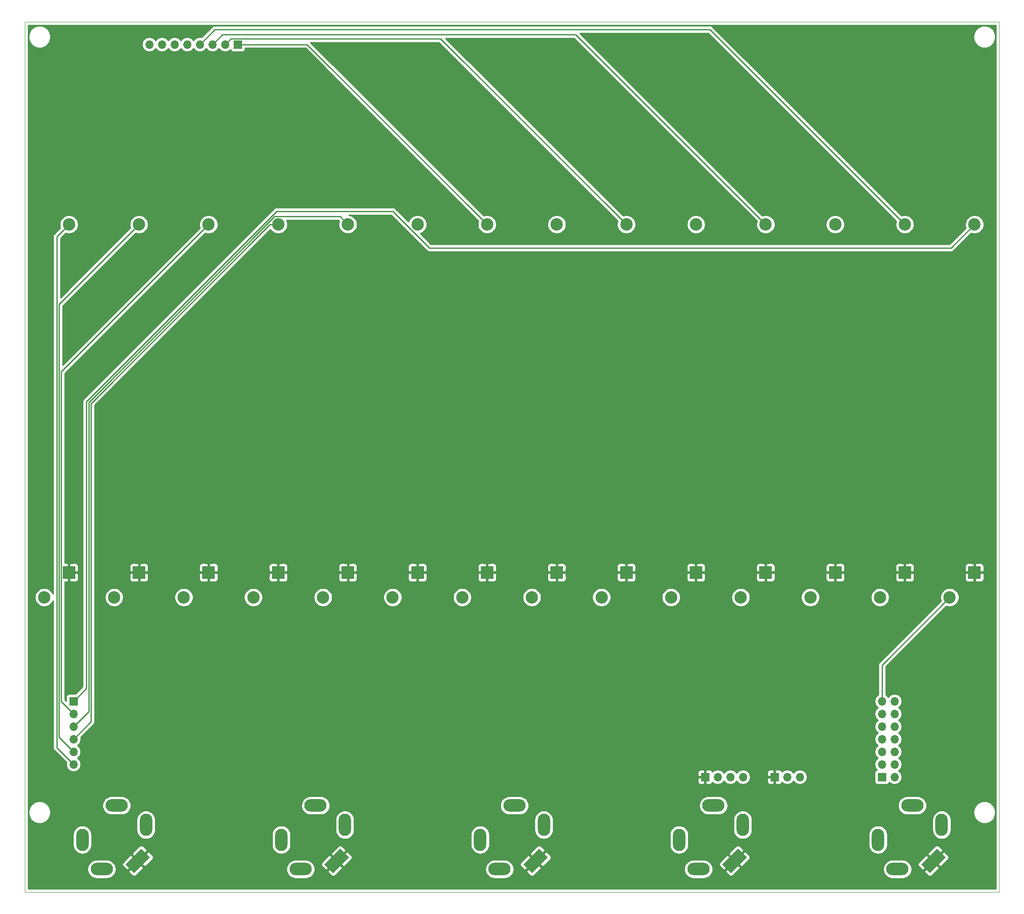
<source format=gbr>
%TF.GenerationSoftware,KiCad,Pcbnew,5.1.10-88a1d61d58~90~ubuntu20.04.1*%
%TF.CreationDate,2021-10-24T07:22:01-04:00*%
%TF.ProjectId,ysFFB,79734646-422e-46b6-9963-61645f706362,rev?*%
%TF.SameCoordinates,Original*%
%TF.FileFunction,Copper,L2,Bot*%
%TF.FilePolarity,Positive*%
%FSLAX46Y46*%
G04 Gerber Fmt 4.6, Leading zero omitted, Abs format (unit mm)*
G04 Created by KiCad (PCBNEW 5.1.10-88a1d61d58~90~ubuntu20.04.1) date 2021-10-24 07:22:01*
%MOMM*%
%LPD*%
G01*
G04 APERTURE LIST*
%TA.AperFunction,Profile*%
%ADD10C,0.100000*%
%TD*%
%TA.AperFunction,ComponentPad*%
%ADD11C,2.500000*%
%TD*%
%TA.AperFunction,ComponentPad*%
%ADD12R,2.500000X2.500000*%
%TD*%
%TA.AperFunction,ComponentPad*%
%ADD13O,1.700000X1.700000*%
%TD*%
%TA.AperFunction,ComponentPad*%
%ADD14R,1.700000X1.700000*%
%TD*%
%TA.AperFunction,ComponentPad*%
%ADD15O,4.500001X2.500001*%
%TD*%
%TA.AperFunction,ComponentPad*%
%ADD16O,2.500000X4.500000*%
%TD*%
%TA.AperFunction,ComponentPad*%
%ADD17O,2.500000X4.500001*%
%TD*%
%TA.AperFunction,ComponentPad*%
%ADD18C,0.100000*%
%TD*%
%TA.AperFunction,ComponentPad*%
%ADD19O,4.500000X2.500000*%
%TD*%
%TA.AperFunction,Conductor*%
%ADD20C,0.250000*%
%TD*%
%TA.AperFunction,Conductor*%
%ADD21C,0.254000*%
%TD*%
%TA.AperFunction,Conductor*%
%ADD22C,0.100000*%
%TD*%
G04 APERTURE END LIST*
D10*
X-5200000Y-32000000D02*
X-5200000Y-207000000D01*
X-201200000Y-32000000D02*
X-5200000Y-32000000D01*
X-5200000Y-207000000D02*
X-201200000Y-207000000D01*
X-201200000Y-207000000D02*
X-201200000Y-32000000D01*
D11*
%TO.P,RV6,3*%
%TO.N,/Panel components/BP4PP*%
X-66206000Y-72745000D03*
%TO.P,RV6,2*%
%TO.N,P2_4*%
X-71206000Y-147745000D03*
D12*
%TO.P,RV6,1*%
%TO.N,GND1*%
X-66206000Y-142745000D03*
%TD*%
D13*
%TO.P,J16,3*%
%TO.N,LOW_INPUT_P*%
X-45320000Y-183870000D03*
%TO.P,J16,2*%
%TO.N,HIGH_INPUT_P*%
X-47860000Y-183870000D03*
D14*
%TO.P,J16,1*%
%TO.N,GND1*%
X-50400000Y-183870000D03*
%TD*%
D13*
%TO.P,J15,4*%
%TO.N,ALL_P*%
X-56750000Y-183870000D03*
%TO.P,J15,3*%
%TO.N,EVEN_P*%
X-59290000Y-183870000D03*
%TO.P,J15,2*%
%TO.N,ODD_P*%
X-61830000Y-183870000D03*
D14*
%TO.P,J15,1*%
%TO.N,GND1*%
X-64370000Y-183870000D03*
%TD*%
D11*
%TO.P,RV2,3*%
%TO.N,/Panel components/BP5PP*%
X-80206000Y-72745000D03*
%TO.P,RV2,2*%
%TO.N,P2_5*%
X-85206000Y-147745000D03*
D12*
%TO.P,RV2,1*%
%TO.N,GND1*%
X-80206000Y-142745000D03*
%TD*%
D15*
%TO.P,J10,RN*%
%TO.N,N/C*%
X-25700000Y-202400000D03*
D16*
%TO.P,J10,TN*%
X-16800000Y-193500000D03*
D17*
%TO.P,J10,R*%
X-29600000Y-196500000D03*
%TA.AperFunction,ComponentPad*%
D18*
%TO.P,J10,S*%
%TO.N,GND1*%
G36*
X-17752893Y-198265126D02*
G01*
X-15985126Y-200032893D01*
X-19167107Y-203214874D01*
X-20934874Y-201447107D01*
X-17752893Y-198265126D01*
G37*
%TD.AperFunction*%
D19*
%TO.P,J10,T*%
%TO.N,HIGH_INPUT_P*%
X-22700000Y-189600000D03*
%TD*%
D13*
%TO.P,J7,8*%
%TO.N,/Panel components/BP8PP*%
X-176130000Y-36550000D03*
%TO.P,J7,7*%
%TO.N,/Panel components/BP6PP*%
X-173590000Y-36550000D03*
%TO.P,J7,6*%
%TO.N,/Panel components/BP4PP*%
X-171050000Y-36550000D03*
%TO.P,J7,5*%
%TO.N,/Panel components/BP2PP*%
X-168510000Y-36550000D03*
%TO.P,J7,4*%
%TO.N,/Panel components/BP1PP*%
X-165970000Y-36550000D03*
%TO.P,J7,3*%
%TO.N,/Panel components/BP3PP*%
X-163430000Y-36550000D03*
%TO.P,J7,2*%
%TO.N,/Panel components/BP5PP*%
X-160890000Y-36550000D03*
D14*
%TO.P,J7,1*%
%TO.N,/Panel components/BP7PP*%
X-158350000Y-36550000D03*
%TD*%
D11*
%TO.P,RV9,3*%
%TO.N,/Panel components/LPP*%
X-10206000Y-72745000D03*
%TO.P,RV9,2*%
%TO.N,P2_L*%
X-15206000Y-147745000D03*
D12*
%TO.P,RV9,1*%
%TO.N,GND1*%
X-10206000Y-142745000D03*
%TD*%
D11*
%TO.P,RV14,3*%
%TO.N,/Panel components/HPPP*%
X-192276000Y-72745000D03*
%TO.P,RV14,2*%
%TO.N,P2_H*%
X-197276000Y-147745000D03*
D12*
%TO.P,RV14,1*%
%TO.N,GND1*%
X-192276000Y-142745000D03*
%TD*%
D11*
%TO.P,RV13,3*%
%TO.N,/Panel components/BP12P*%
X-178206000Y-72745000D03*
%TO.P,RV13,2*%
%TO.N,P2_12*%
X-183206000Y-147745000D03*
D12*
%TO.P,RV13,1*%
%TO.N,GND1*%
X-178206000Y-142745000D03*
%TD*%
D11*
%TO.P,RV1,3*%
%TO.N,/Panel components/BP7PP*%
X-108206000Y-72745000D03*
%TO.P,RV1,2*%
%TO.N,P2_7*%
X-113206000Y-147745000D03*
D12*
%TO.P,RV1,1*%
%TO.N,GND1*%
X-108206000Y-142745000D03*
%TD*%
D11*
%TO.P,RV7,3*%
%TO.N,/Panel components/BP6PP*%
X-94206000Y-72745000D03*
%TO.P,RV7,2*%
%TO.N,P2_6*%
X-99206000Y-147745000D03*
D12*
%TO.P,RV7,1*%
%TO.N,GND1*%
X-94206000Y-142745000D03*
%TD*%
D13*
%TO.P,J9,6*%
%TO.N,/Panel components/HPPP*%
X-191370000Y-181330000D03*
%TO.P,J9,5*%
%TO.N,/Panel components/BP12P*%
X-191370000Y-178790000D03*
%TO.P,J9,4*%
%TO.N,/Panel components/BP10PP*%
X-191370000Y-176250000D03*
%TO.P,J9,3*%
%TO.N,/Panel components/BP9PP*%
X-191370000Y-173710000D03*
%TO.P,J9,2*%
%TO.N,/Panel components/BP11PP*%
X-191370000Y-171170000D03*
D14*
%TO.P,J9,1*%
%TO.N,/Panel components/LPP*%
X-191370000Y-168630000D03*
%TD*%
D11*
%TO.P,RV8,3*%
%TO.N,/Panel components/BP8PP*%
X-122206000Y-72745000D03*
%TO.P,RV8,2*%
%TO.N,P2_8*%
X-127206000Y-147745000D03*
D12*
%TO.P,RV8,1*%
%TO.N,GND1*%
X-122206000Y-142745000D03*
%TD*%
D15*
%TO.P,J12,RN*%
%TO.N,N/C*%
X-145700000Y-202400000D03*
D16*
%TO.P,J12,TN*%
X-136800000Y-193500000D03*
D17*
%TO.P,J12,R*%
X-149600000Y-196500000D03*
%TA.AperFunction,ComponentPad*%
D18*
%TO.P,J12,S*%
%TO.N,GND1*%
G36*
X-137752893Y-198265126D02*
G01*
X-135985126Y-200032893D01*
X-139167107Y-203214874D01*
X-140934874Y-201447107D01*
X-137752893Y-198265126D01*
G37*
%TD.AperFunction*%
D19*
%TO.P,J12,T*%
%TO.N,ALL_P*%
X-142700000Y-189600000D03*
%TD*%
D11*
%TO.P,RV11,3*%
%TO.N,/Panel components/BP9PP*%
X-136206000Y-72745000D03*
%TO.P,RV11,2*%
%TO.N,P2_9*%
X-141206000Y-147745000D03*
D12*
%TO.P,RV11,1*%
%TO.N,GND1*%
X-136206000Y-142745000D03*
%TD*%
D13*
%TO.P,J8,14*%
%TO.N,P2_1*%
X-26270000Y-168630000D03*
%TO.P,J8,13*%
%TO.N,P2_L*%
X-28810000Y-168630000D03*
%TO.P,J8,12*%
%TO.N,P2_3*%
X-26270000Y-171170000D03*
%TO.P,J8,11*%
%TO.N,P2_2*%
X-28810000Y-171170000D03*
%TO.P,J8,10*%
%TO.N,P2_5*%
X-26270000Y-173710000D03*
%TO.P,J8,9*%
%TO.N,P2_4*%
X-28810000Y-173710000D03*
%TO.P,J8,8*%
%TO.N,P2_7*%
X-26270000Y-176250000D03*
%TO.P,J8,7*%
%TO.N,P2_6*%
X-28810000Y-176250000D03*
%TO.P,J8,6*%
%TO.N,P2_9*%
X-26270000Y-178790000D03*
%TO.P,J8,5*%
%TO.N,P2_8*%
X-28810000Y-178790000D03*
%TO.P,J8,4*%
%TO.N,P2_11*%
X-26270000Y-181330000D03*
%TO.P,J8,3*%
%TO.N,P2_10*%
X-28810000Y-181330000D03*
%TO.P,J8,2*%
%TO.N,P2_H*%
X-26270000Y-183870000D03*
D14*
%TO.P,J8,1*%
%TO.N,P2_12*%
X-28810000Y-183870000D03*
%TD*%
D11*
%TO.P,RV4,3*%
%TO.N,/Panel components/BP1PP*%
X-24206000Y-72745000D03*
%TO.P,RV4,2*%
%TO.N,P2_1*%
X-29206000Y-147745000D03*
D12*
%TO.P,RV4,1*%
%TO.N,GND1*%
X-24206000Y-142745000D03*
%TD*%
D11*
%TO.P,RV12,3*%
%TO.N,/Panel components/BP10PP*%
X-150206000Y-72745000D03*
%TO.P,RV12,2*%
%TO.N,P2_10*%
X-155206000Y-147745000D03*
D12*
%TO.P,RV12,1*%
%TO.N,GND1*%
X-150206000Y-142745000D03*
%TD*%
D11*
%TO.P,RV3,3*%
%TO.N,/Panel components/BP3PP*%
X-52206000Y-72745000D03*
%TO.P,RV3,2*%
%TO.N,P2_3*%
X-57206000Y-147745000D03*
D12*
%TO.P,RV3,1*%
%TO.N,GND1*%
X-52206000Y-142745000D03*
%TD*%
D15*
%TO.P,J11,RN*%
%TO.N,N/C*%
X-65700000Y-202400000D03*
D16*
%TO.P,J11,TN*%
X-56800000Y-193500000D03*
D17*
%TO.P,J11,R*%
X-69600000Y-196500000D03*
%TA.AperFunction,ComponentPad*%
D18*
%TO.P,J11,S*%
%TO.N,GND1*%
G36*
X-57752893Y-198265126D02*
G01*
X-55985126Y-200032893D01*
X-59167107Y-203214874D01*
X-60934874Y-201447107D01*
X-57752893Y-198265126D01*
G37*
%TD.AperFunction*%
D19*
%TO.P,J11,T*%
%TO.N,LOW_INPUT_P*%
X-62700000Y-189600000D03*
%TD*%
D15*
%TO.P,J14,RN*%
%TO.N,N/C*%
X-105700000Y-202400000D03*
D16*
%TO.P,J14,TN*%
X-96800000Y-193500000D03*
D17*
%TO.P,J14,R*%
X-109600000Y-196500000D03*
%TA.AperFunction,ComponentPad*%
D18*
%TO.P,J14,S*%
%TO.N,GND1*%
G36*
X-97752893Y-198265126D02*
G01*
X-95985126Y-200032893D01*
X-99167107Y-203214874D01*
X-100934874Y-201447107D01*
X-97752893Y-198265126D01*
G37*
%TD.AperFunction*%
D19*
%TO.P,J14,T*%
%TO.N,EVEN_P*%
X-102700000Y-189600000D03*
%TD*%
D15*
%TO.P,J13,RN*%
%TO.N,N/C*%
X-185700000Y-202400000D03*
D16*
%TO.P,J13,TN*%
X-176800000Y-193500000D03*
D17*
%TO.P,J13,R*%
X-189600000Y-196500000D03*
%TA.AperFunction,ComponentPad*%
D18*
%TO.P,J13,S*%
%TO.N,GND1*%
G36*
X-177752893Y-198265126D02*
G01*
X-175985126Y-200032893D01*
X-179167107Y-203214874D01*
X-180934874Y-201447107D01*
X-177752893Y-198265126D01*
G37*
%TD.AperFunction*%
D19*
%TO.P,J13,T*%
%TO.N,ODD_P*%
X-182700000Y-189600000D03*
%TD*%
D11*
%TO.P,RV10,3*%
%TO.N,/Panel components/BP11PP*%
X-164206000Y-72745000D03*
%TO.P,RV10,2*%
%TO.N,P2_11*%
X-169206000Y-147745000D03*
D12*
%TO.P,RV10,1*%
%TO.N,GND1*%
X-164206000Y-142745000D03*
%TD*%
D11*
%TO.P,RV5,3*%
%TO.N,/Panel components/BP2PP*%
X-38206000Y-72745000D03*
%TO.P,RV5,2*%
%TO.N,P2_2*%
X-43206000Y-147745000D03*
D12*
%TO.P,RV5,1*%
%TO.N,GND1*%
X-38206000Y-142745000D03*
%TD*%
D20*
%TO.N,P2_L*%
X-28810000Y-161349000D02*
X-28810000Y-168630000D01*
X-15206000Y-147745000D02*
X-28810000Y-161349000D01*
%TO.N,/Panel components/BP7PP*%
X-108206000Y-72745000D02*
X-144401000Y-36550000D01*
X-144401000Y-36550000D02*
X-158350000Y-36550000D01*
%TO.N,/Panel components/BP5PP*%
X-117576001Y-35374999D02*
X-80206000Y-72745000D01*
X-160890000Y-36550000D02*
X-159714999Y-35374999D01*
X-159714999Y-35374999D02*
X-117576001Y-35374999D01*
%TO.N,/Panel components/BP3PP*%
X-161421000Y-34541000D02*
X-90410000Y-34541000D01*
X-163430000Y-36550000D02*
X-161421000Y-34541000D01*
X-90410000Y-34541000D02*
X-52206000Y-72745000D01*
%TO.N,/Panel components/BP1PP*%
X-63426000Y-33525000D02*
X-24206000Y-72745000D01*
X-162945000Y-33525000D02*
X-63426000Y-33525000D01*
X-165970000Y-36550000D02*
X-162945000Y-33525000D01*
%TO.N,/Panel components/LPP*%
X-191370000Y-168630000D02*
X-188780000Y-166040000D01*
X-188780000Y-166040000D02*
X-188780000Y-108351587D01*
X-119815002Y-77467000D02*
X-14928000Y-77467000D01*
X-188780000Y-108351587D02*
X-150529413Y-70101000D01*
X-14928000Y-77467000D02*
X-10206000Y-72745000D01*
X-127181002Y-70101000D02*
X-119815002Y-77467000D01*
X-150529413Y-70101000D02*
X-127181002Y-70101000D01*
%TO.N,/Panel components/BP11PP*%
X-193851001Y-102390001D02*
X-193851001Y-168688999D01*
X-193851001Y-168688999D02*
X-191370000Y-171170000D01*
X-164206000Y-72745000D02*
X-193851001Y-102390001D01*
%TO.N,/Panel components/BP9PP*%
X-150962001Y-71169999D02*
X-188329990Y-108537988D01*
X-188330011Y-166226421D02*
X-188330011Y-170670011D01*
X-137781001Y-71169999D02*
X-150962001Y-71169999D01*
X-188329990Y-166226400D02*
X-188330011Y-166226421D01*
X-188330011Y-170670011D02*
X-191370000Y-173710000D01*
X-136206000Y-72745000D02*
X-137781001Y-71169999D01*
X-188329990Y-108537988D02*
X-188329990Y-166226400D01*
%TO.N,/Panel components/BP10PP*%
X-187880000Y-166412821D02*
X-187880000Y-172760000D01*
X-151855000Y-72745000D02*
X-187879979Y-108769979D01*
X-187879979Y-108769979D02*
X-187879979Y-166412800D01*
X-187880000Y-172760000D02*
X-191370000Y-176250000D01*
X-187879979Y-166412800D02*
X-187880000Y-166412821D01*
X-150206000Y-72745000D02*
X-151855000Y-72745000D01*
%TO.N,/Panel components/BP12P*%
X-194301012Y-88840012D02*
X-194301012Y-175858988D01*
X-194301012Y-175858988D02*
X-191370000Y-178790000D01*
X-178206000Y-72745000D02*
X-194301012Y-88840012D01*
%TO.N,/Panel components/HPPP*%
X-194751023Y-177948977D02*
X-191370000Y-181330000D01*
X-194751023Y-75220023D02*
X-194751023Y-177948977D01*
X-192276000Y-72745000D02*
X-194751023Y-75220023D01*
%TD*%
D21*
%TO.N,GND1*%
X-5884999Y-206315000D02*
X-200515000Y-206315000D01*
X-200515000Y-202400000D01*
X-188594120Y-202400000D01*
X-188557725Y-202769524D01*
X-188449939Y-203124848D01*
X-188274903Y-203452317D01*
X-188039345Y-203739345D01*
X-187752317Y-203974903D01*
X-187424848Y-204149939D01*
X-187069524Y-204257725D01*
X-186792597Y-204285000D01*
X-184607403Y-204285000D01*
X-184330476Y-204257725D01*
X-183975152Y-204149939D01*
X-183647683Y-203974903D01*
X-183360655Y-203739345D01*
X-183125097Y-203452317D01*
X-182950061Y-203124848D01*
X-182842275Y-202769524D01*
X-182841096Y-202757552D01*
X-180297947Y-202757552D01*
X-180297947Y-202982059D01*
X-179618292Y-203666059D01*
X-179521601Y-203745412D01*
X-179411286Y-203804376D01*
X-179291588Y-203840685D01*
X-179167107Y-203852946D01*
X-179042626Y-203840685D01*
X-178922927Y-203804376D01*
X-178812613Y-203745412D01*
X-178715922Y-203666059D01*
X-177453817Y-202400000D01*
X-148594120Y-202400000D01*
X-148557725Y-202769524D01*
X-148449939Y-203124848D01*
X-148274903Y-203452317D01*
X-148039345Y-203739345D01*
X-147752317Y-203974903D01*
X-147424848Y-204149939D01*
X-147069524Y-204257725D01*
X-146792597Y-204285000D01*
X-144607403Y-204285000D01*
X-144330476Y-204257725D01*
X-143975152Y-204149939D01*
X-143647683Y-203974903D01*
X-143360655Y-203739345D01*
X-143125097Y-203452317D01*
X-142950061Y-203124848D01*
X-142842275Y-202769524D01*
X-142841096Y-202757552D01*
X-140297947Y-202757552D01*
X-140297947Y-202982059D01*
X-139618292Y-203666059D01*
X-139521601Y-203745412D01*
X-139411286Y-203804376D01*
X-139291588Y-203840685D01*
X-139167107Y-203852946D01*
X-139042626Y-203840685D01*
X-138922927Y-203804376D01*
X-138812613Y-203745412D01*
X-138715922Y-203666059D01*
X-137453817Y-202400000D01*
X-108594120Y-202400000D01*
X-108557725Y-202769524D01*
X-108449939Y-203124848D01*
X-108274903Y-203452317D01*
X-108039345Y-203739345D01*
X-107752317Y-203974903D01*
X-107424848Y-204149939D01*
X-107069524Y-204257725D01*
X-106792597Y-204285000D01*
X-104607403Y-204285000D01*
X-104330476Y-204257725D01*
X-103975152Y-204149939D01*
X-103647683Y-203974903D01*
X-103360655Y-203739345D01*
X-103125097Y-203452317D01*
X-102950061Y-203124848D01*
X-102842275Y-202769524D01*
X-102841096Y-202757552D01*
X-100297947Y-202757552D01*
X-100297947Y-202982059D01*
X-99618292Y-203666059D01*
X-99521601Y-203745412D01*
X-99411286Y-203804376D01*
X-99291588Y-203840685D01*
X-99167107Y-203852946D01*
X-99042626Y-203840685D01*
X-98922927Y-203804376D01*
X-98812613Y-203745412D01*
X-98715922Y-203666059D01*
X-97453817Y-202400000D01*
X-68594120Y-202400000D01*
X-68557725Y-202769524D01*
X-68449939Y-203124848D01*
X-68274903Y-203452317D01*
X-68039345Y-203739345D01*
X-67752317Y-203974903D01*
X-67424848Y-204149939D01*
X-67069524Y-204257725D01*
X-66792597Y-204285000D01*
X-64607403Y-204285000D01*
X-64330476Y-204257725D01*
X-63975152Y-204149939D01*
X-63647683Y-203974903D01*
X-63360655Y-203739345D01*
X-63125097Y-203452317D01*
X-62950061Y-203124848D01*
X-62842275Y-202769524D01*
X-62841096Y-202757552D01*
X-60297947Y-202757552D01*
X-60297947Y-202982059D01*
X-59618292Y-203666059D01*
X-59521601Y-203745412D01*
X-59411286Y-203804376D01*
X-59291588Y-203840685D01*
X-59167107Y-203852946D01*
X-59042626Y-203840685D01*
X-58922927Y-203804376D01*
X-58812613Y-203745412D01*
X-58715922Y-203666059D01*
X-57453817Y-202400000D01*
X-28594120Y-202400000D01*
X-28557725Y-202769524D01*
X-28449939Y-203124848D01*
X-28274903Y-203452317D01*
X-28039345Y-203739345D01*
X-27752317Y-203974903D01*
X-27424848Y-204149939D01*
X-27069524Y-204257725D01*
X-26792597Y-204285000D01*
X-24607403Y-204285000D01*
X-24330476Y-204257725D01*
X-23975152Y-204149939D01*
X-23647683Y-203974903D01*
X-23360655Y-203739345D01*
X-23125097Y-203452317D01*
X-22950061Y-203124848D01*
X-22842275Y-202769524D01*
X-22841096Y-202757552D01*
X-20297947Y-202757552D01*
X-20297947Y-202982059D01*
X-19618292Y-203666059D01*
X-19521601Y-203745412D01*
X-19411286Y-203804376D01*
X-19291588Y-203840685D01*
X-19167107Y-203852946D01*
X-19042626Y-203840685D01*
X-18922927Y-203804376D01*
X-18812613Y-203745412D01*
X-18715922Y-203666059D01*
X-17329159Y-202274952D01*
X-17329159Y-202050446D01*
X-18460000Y-200919605D01*
X-20297947Y-202757552D01*
X-22841096Y-202757552D01*
X-22805880Y-202400000D01*
X-22842275Y-202030476D01*
X-22950061Y-201675152D01*
X-23071953Y-201447107D01*
X-21572946Y-201447107D01*
X-21560685Y-201571588D01*
X-21524376Y-201691286D01*
X-21465412Y-201801601D01*
X-21386059Y-201898292D01*
X-20702059Y-202577947D01*
X-20477552Y-202577947D01*
X-18639605Y-200740000D01*
X-18280395Y-200740000D01*
X-17149554Y-201870841D01*
X-16925048Y-201870841D01*
X-15533941Y-200484078D01*
X-15454588Y-200387387D01*
X-15395624Y-200277073D01*
X-15359315Y-200157374D01*
X-15347054Y-200032893D01*
X-15359315Y-199908412D01*
X-15395624Y-199788714D01*
X-15454588Y-199678399D01*
X-15533941Y-199581708D01*
X-16217941Y-198902053D01*
X-16442448Y-198902053D01*
X-18280395Y-200740000D01*
X-18639605Y-200740000D01*
X-19770446Y-199609159D01*
X-19994952Y-199609159D01*
X-21386059Y-200995922D01*
X-21465412Y-201092613D01*
X-21524376Y-201202927D01*
X-21560685Y-201322626D01*
X-21572946Y-201447107D01*
X-23071953Y-201447107D01*
X-23125097Y-201347683D01*
X-23360655Y-201060655D01*
X-23647683Y-200825097D01*
X-23975152Y-200650061D01*
X-24330476Y-200542275D01*
X-24607403Y-200515000D01*
X-26792597Y-200515000D01*
X-27069524Y-200542275D01*
X-27424848Y-200650061D01*
X-27752317Y-200825097D01*
X-28039345Y-201060655D01*
X-28274903Y-201347683D01*
X-28449939Y-201675152D01*
X-28557725Y-202030476D01*
X-28594120Y-202400000D01*
X-57453817Y-202400000D01*
X-57329159Y-202274952D01*
X-57329159Y-202050446D01*
X-58460000Y-200919605D01*
X-60297947Y-202757552D01*
X-62841096Y-202757552D01*
X-62805880Y-202400000D01*
X-62842275Y-202030476D01*
X-62950061Y-201675152D01*
X-63071953Y-201447107D01*
X-61572946Y-201447107D01*
X-61560685Y-201571588D01*
X-61524376Y-201691286D01*
X-61465412Y-201801601D01*
X-61386059Y-201898292D01*
X-60702059Y-202577947D01*
X-60477552Y-202577947D01*
X-58639605Y-200740000D01*
X-58280395Y-200740000D01*
X-57149554Y-201870841D01*
X-56925048Y-201870841D01*
X-55533941Y-200484078D01*
X-55454588Y-200387387D01*
X-55395624Y-200277073D01*
X-55359315Y-200157374D01*
X-55347054Y-200032893D01*
X-55359315Y-199908412D01*
X-55395624Y-199788714D01*
X-55454588Y-199678399D01*
X-55533941Y-199581708D01*
X-56217941Y-198902053D01*
X-56442448Y-198902053D01*
X-58280395Y-200740000D01*
X-58639605Y-200740000D01*
X-59770446Y-199609159D01*
X-59994952Y-199609159D01*
X-61386059Y-200995922D01*
X-61465412Y-201092613D01*
X-61524376Y-201202927D01*
X-61560685Y-201322626D01*
X-61572946Y-201447107D01*
X-63071953Y-201447107D01*
X-63125097Y-201347683D01*
X-63360655Y-201060655D01*
X-63647683Y-200825097D01*
X-63975152Y-200650061D01*
X-64330476Y-200542275D01*
X-64607403Y-200515000D01*
X-66792597Y-200515000D01*
X-67069524Y-200542275D01*
X-67424848Y-200650061D01*
X-67752317Y-200825097D01*
X-68039345Y-201060655D01*
X-68274903Y-201347683D01*
X-68449939Y-201675152D01*
X-68557725Y-202030476D01*
X-68594120Y-202400000D01*
X-97453817Y-202400000D01*
X-97329159Y-202274952D01*
X-97329159Y-202050446D01*
X-98460000Y-200919605D01*
X-100297947Y-202757552D01*
X-102841096Y-202757552D01*
X-102805880Y-202400000D01*
X-102842275Y-202030476D01*
X-102950061Y-201675152D01*
X-103071953Y-201447107D01*
X-101572946Y-201447107D01*
X-101560685Y-201571588D01*
X-101524376Y-201691286D01*
X-101465412Y-201801601D01*
X-101386059Y-201898292D01*
X-100702059Y-202577947D01*
X-100477552Y-202577947D01*
X-98639605Y-200740000D01*
X-98280395Y-200740000D01*
X-97149554Y-201870841D01*
X-96925048Y-201870841D01*
X-95533941Y-200484078D01*
X-95454588Y-200387387D01*
X-95395624Y-200277073D01*
X-95359315Y-200157374D01*
X-95347054Y-200032893D01*
X-95359315Y-199908412D01*
X-95395624Y-199788714D01*
X-95454588Y-199678399D01*
X-95533941Y-199581708D01*
X-96217941Y-198902053D01*
X-96442448Y-198902053D01*
X-98280395Y-200740000D01*
X-98639605Y-200740000D01*
X-99770446Y-199609159D01*
X-99994952Y-199609159D01*
X-101386059Y-200995922D01*
X-101465412Y-201092613D01*
X-101524376Y-201202927D01*
X-101560685Y-201322626D01*
X-101572946Y-201447107D01*
X-103071953Y-201447107D01*
X-103125097Y-201347683D01*
X-103360655Y-201060655D01*
X-103647683Y-200825097D01*
X-103975152Y-200650061D01*
X-104330476Y-200542275D01*
X-104607403Y-200515000D01*
X-106792597Y-200515000D01*
X-107069524Y-200542275D01*
X-107424848Y-200650061D01*
X-107752317Y-200825097D01*
X-108039345Y-201060655D01*
X-108274903Y-201347683D01*
X-108449939Y-201675152D01*
X-108557725Y-202030476D01*
X-108594120Y-202400000D01*
X-137453817Y-202400000D01*
X-137329159Y-202274952D01*
X-137329159Y-202050446D01*
X-138460000Y-200919605D01*
X-140297947Y-202757552D01*
X-142841096Y-202757552D01*
X-142805880Y-202400000D01*
X-142842275Y-202030476D01*
X-142950061Y-201675152D01*
X-143071953Y-201447107D01*
X-141572946Y-201447107D01*
X-141560685Y-201571588D01*
X-141524376Y-201691286D01*
X-141465412Y-201801601D01*
X-141386059Y-201898292D01*
X-140702059Y-202577947D01*
X-140477552Y-202577947D01*
X-138639605Y-200740000D01*
X-138280395Y-200740000D01*
X-137149554Y-201870841D01*
X-136925048Y-201870841D01*
X-135533941Y-200484078D01*
X-135454588Y-200387387D01*
X-135395624Y-200277073D01*
X-135359315Y-200157374D01*
X-135347054Y-200032893D01*
X-135359315Y-199908412D01*
X-135395624Y-199788714D01*
X-135454588Y-199678399D01*
X-135533941Y-199581708D01*
X-136217941Y-198902053D01*
X-136442448Y-198902053D01*
X-138280395Y-200740000D01*
X-138639605Y-200740000D01*
X-139770446Y-199609159D01*
X-139994952Y-199609159D01*
X-141386059Y-200995922D01*
X-141465412Y-201092613D01*
X-141524376Y-201202927D01*
X-141560685Y-201322626D01*
X-141572946Y-201447107D01*
X-143071953Y-201447107D01*
X-143125097Y-201347683D01*
X-143360655Y-201060655D01*
X-143647683Y-200825097D01*
X-143975152Y-200650061D01*
X-144330476Y-200542275D01*
X-144607403Y-200515000D01*
X-146792597Y-200515000D01*
X-147069524Y-200542275D01*
X-147424848Y-200650061D01*
X-147752317Y-200825097D01*
X-148039345Y-201060655D01*
X-148274903Y-201347683D01*
X-148449939Y-201675152D01*
X-148557725Y-202030476D01*
X-148594120Y-202400000D01*
X-177453817Y-202400000D01*
X-177329159Y-202274952D01*
X-177329159Y-202050446D01*
X-178460000Y-200919605D01*
X-180297947Y-202757552D01*
X-182841096Y-202757552D01*
X-182805880Y-202400000D01*
X-182842275Y-202030476D01*
X-182950061Y-201675152D01*
X-183071953Y-201447107D01*
X-181572946Y-201447107D01*
X-181560685Y-201571588D01*
X-181524376Y-201691286D01*
X-181465412Y-201801601D01*
X-181386059Y-201898292D01*
X-180702059Y-202577947D01*
X-180477552Y-202577947D01*
X-178639605Y-200740000D01*
X-178280395Y-200740000D01*
X-177149554Y-201870841D01*
X-176925048Y-201870841D01*
X-175533941Y-200484078D01*
X-175454588Y-200387387D01*
X-175395624Y-200277073D01*
X-175359315Y-200157374D01*
X-175347054Y-200032893D01*
X-175359315Y-199908412D01*
X-175395624Y-199788714D01*
X-175454588Y-199678399D01*
X-175533941Y-199581708D01*
X-176217941Y-198902053D01*
X-176442448Y-198902053D01*
X-178280395Y-200740000D01*
X-178639605Y-200740000D01*
X-179770446Y-199609159D01*
X-179994952Y-199609159D01*
X-181386059Y-200995922D01*
X-181465412Y-201092613D01*
X-181524376Y-201202927D01*
X-181560685Y-201322626D01*
X-181572946Y-201447107D01*
X-183071953Y-201447107D01*
X-183125097Y-201347683D01*
X-183360655Y-201060655D01*
X-183647683Y-200825097D01*
X-183975152Y-200650061D01*
X-184330476Y-200542275D01*
X-184607403Y-200515000D01*
X-186792597Y-200515000D01*
X-187069524Y-200542275D01*
X-187424848Y-200650061D01*
X-187752317Y-200825097D01*
X-188039345Y-201060655D01*
X-188274903Y-201347683D01*
X-188449939Y-201675152D01*
X-188557725Y-202030476D01*
X-188594120Y-202400000D01*
X-200515000Y-202400000D01*
X-200515000Y-197592596D01*
X-191485000Y-197592596D01*
X-191457725Y-197869523D01*
X-191349939Y-198224847D01*
X-191174903Y-198552317D01*
X-190939345Y-198839345D01*
X-190652317Y-199074903D01*
X-190324848Y-199249939D01*
X-189969524Y-199357725D01*
X-189600000Y-199394120D01*
X-189230477Y-199357725D01*
X-188875153Y-199249939D01*
X-188791168Y-199205048D01*
X-179590841Y-199205048D01*
X-179590841Y-199429554D01*
X-178460000Y-200560395D01*
X-176622053Y-198722448D01*
X-176622053Y-198497941D01*
X-177301708Y-197813941D01*
X-177398399Y-197734588D01*
X-177508714Y-197675624D01*
X-177628412Y-197639315D01*
X-177752893Y-197627054D01*
X-177877374Y-197639315D01*
X-177997073Y-197675624D01*
X-178107387Y-197734588D01*
X-178204078Y-197813941D01*
X-179590841Y-199205048D01*
X-188791168Y-199205048D01*
X-188547683Y-199074903D01*
X-188260655Y-198839345D01*
X-188025097Y-198552317D01*
X-187850061Y-198224848D01*
X-187742275Y-197869524D01*
X-187715000Y-197592597D01*
X-187715000Y-197592596D01*
X-151485000Y-197592596D01*
X-151457725Y-197869523D01*
X-151349939Y-198224847D01*
X-151174903Y-198552317D01*
X-150939345Y-198839345D01*
X-150652317Y-199074903D01*
X-150324848Y-199249939D01*
X-149969524Y-199357725D01*
X-149600000Y-199394120D01*
X-149230477Y-199357725D01*
X-148875153Y-199249939D01*
X-148791168Y-199205048D01*
X-139590841Y-199205048D01*
X-139590841Y-199429554D01*
X-138460000Y-200560395D01*
X-136622053Y-198722448D01*
X-136622053Y-198497941D01*
X-137301708Y-197813941D01*
X-137398399Y-197734588D01*
X-137508714Y-197675624D01*
X-137628412Y-197639315D01*
X-137752893Y-197627054D01*
X-137877374Y-197639315D01*
X-137997073Y-197675624D01*
X-138107387Y-197734588D01*
X-138204078Y-197813941D01*
X-139590841Y-199205048D01*
X-148791168Y-199205048D01*
X-148547683Y-199074903D01*
X-148260655Y-198839345D01*
X-148025097Y-198552317D01*
X-147850061Y-198224848D01*
X-147742275Y-197869524D01*
X-147715000Y-197592597D01*
X-147715000Y-197592596D01*
X-111485000Y-197592596D01*
X-111457725Y-197869523D01*
X-111349939Y-198224847D01*
X-111174903Y-198552317D01*
X-110939345Y-198839345D01*
X-110652317Y-199074903D01*
X-110324848Y-199249939D01*
X-109969524Y-199357725D01*
X-109600000Y-199394120D01*
X-109230477Y-199357725D01*
X-108875153Y-199249939D01*
X-108791168Y-199205048D01*
X-99590841Y-199205048D01*
X-99590841Y-199429554D01*
X-98460000Y-200560395D01*
X-96622053Y-198722448D01*
X-96622053Y-198497941D01*
X-97301708Y-197813941D01*
X-97398399Y-197734588D01*
X-97508714Y-197675624D01*
X-97628412Y-197639315D01*
X-97752893Y-197627054D01*
X-97877374Y-197639315D01*
X-97997073Y-197675624D01*
X-98107387Y-197734588D01*
X-98204078Y-197813941D01*
X-99590841Y-199205048D01*
X-108791168Y-199205048D01*
X-108547683Y-199074903D01*
X-108260655Y-198839345D01*
X-108025097Y-198552317D01*
X-107850061Y-198224848D01*
X-107742275Y-197869524D01*
X-107715000Y-197592597D01*
X-107715000Y-197592596D01*
X-71485000Y-197592596D01*
X-71457725Y-197869523D01*
X-71349939Y-198224847D01*
X-71174903Y-198552317D01*
X-70939345Y-198839345D01*
X-70652317Y-199074903D01*
X-70324848Y-199249939D01*
X-69969524Y-199357725D01*
X-69600000Y-199394120D01*
X-69230477Y-199357725D01*
X-68875153Y-199249939D01*
X-68791168Y-199205048D01*
X-59590841Y-199205048D01*
X-59590841Y-199429554D01*
X-58460000Y-200560395D01*
X-56622053Y-198722448D01*
X-56622053Y-198497941D01*
X-57301708Y-197813941D01*
X-57398399Y-197734588D01*
X-57508714Y-197675624D01*
X-57628412Y-197639315D01*
X-57752893Y-197627054D01*
X-57877374Y-197639315D01*
X-57997073Y-197675624D01*
X-58107387Y-197734588D01*
X-58204078Y-197813941D01*
X-59590841Y-199205048D01*
X-68791168Y-199205048D01*
X-68547683Y-199074903D01*
X-68260655Y-198839345D01*
X-68025097Y-198552317D01*
X-67850061Y-198224848D01*
X-67742275Y-197869524D01*
X-67715000Y-197592597D01*
X-67715000Y-197592596D01*
X-31485000Y-197592596D01*
X-31457725Y-197869523D01*
X-31349939Y-198224847D01*
X-31174903Y-198552317D01*
X-30939345Y-198839345D01*
X-30652317Y-199074903D01*
X-30324848Y-199249939D01*
X-29969524Y-199357725D01*
X-29600000Y-199394120D01*
X-29230477Y-199357725D01*
X-28875153Y-199249939D01*
X-28791168Y-199205048D01*
X-19590841Y-199205048D01*
X-19590841Y-199429554D01*
X-18460000Y-200560395D01*
X-16622053Y-198722448D01*
X-16622053Y-198497941D01*
X-17301708Y-197813941D01*
X-17398399Y-197734588D01*
X-17508714Y-197675624D01*
X-17628412Y-197639315D01*
X-17752893Y-197627054D01*
X-17877374Y-197639315D01*
X-17997073Y-197675624D01*
X-18107387Y-197734588D01*
X-18204078Y-197813941D01*
X-19590841Y-199205048D01*
X-28791168Y-199205048D01*
X-28547683Y-199074903D01*
X-28260655Y-198839345D01*
X-28025097Y-198552317D01*
X-27850061Y-198224848D01*
X-27742275Y-197869524D01*
X-27715000Y-197592597D01*
X-27715000Y-195407403D01*
X-27742275Y-195130476D01*
X-27850061Y-194775152D01*
X-27947639Y-194592596D01*
X-18685000Y-194592596D01*
X-18657725Y-194869523D01*
X-18549939Y-195224847D01*
X-18374903Y-195552317D01*
X-18139345Y-195839345D01*
X-17852317Y-196074903D01*
X-17524848Y-196249939D01*
X-17169524Y-196357725D01*
X-16800000Y-196394120D01*
X-16430477Y-196357725D01*
X-16075153Y-196249939D01*
X-15747683Y-196074903D01*
X-15460655Y-195839345D01*
X-15225097Y-195552317D01*
X-15050061Y-195224848D01*
X-14942275Y-194869524D01*
X-14915000Y-194592597D01*
X-14915000Y-192407403D01*
X-14942275Y-192130476D01*
X-15050061Y-191775152D01*
X-15225097Y-191447683D01*
X-15460655Y-191160655D01*
X-15747683Y-190925097D01*
X-16019379Y-190779872D01*
X-10435000Y-190779872D01*
X-10435000Y-191220128D01*
X-10349110Y-191651925D01*
X-10180631Y-192058669D01*
X-9936038Y-192424729D01*
X-9624729Y-192736038D01*
X-9258669Y-192980631D01*
X-8851925Y-193149110D01*
X-8420128Y-193235000D01*
X-7979872Y-193235000D01*
X-7548075Y-193149110D01*
X-7141331Y-192980631D01*
X-6775271Y-192736038D01*
X-6463962Y-192424729D01*
X-6219369Y-192058669D01*
X-6050890Y-191651925D01*
X-5965000Y-191220128D01*
X-5965000Y-190779872D01*
X-6050890Y-190348075D01*
X-6219369Y-189941331D01*
X-6463962Y-189575271D01*
X-6775271Y-189263962D01*
X-7141331Y-189019369D01*
X-7548075Y-188850890D01*
X-7979872Y-188765000D01*
X-8420128Y-188765000D01*
X-8851925Y-188850890D01*
X-9258669Y-189019369D01*
X-9624729Y-189263962D01*
X-9936038Y-189575271D01*
X-10180631Y-189941331D01*
X-10349110Y-190348075D01*
X-10435000Y-190779872D01*
X-16019379Y-190779872D01*
X-16075152Y-190750061D01*
X-16430476Y-190642275D01*
X-16800000Y-190605880D01*
X-17169523Y-190642275D01*
X-17524847Y-190750061D01*
X-17852316Y-190925097D01*
X-18139344Y-191160655D01*
X-18374902Y-191447683D01*
X-18549938Y-191775152D01*
X-18657724Y-192130476D01*
X-18684999Y-192407403D01*
X-18685000Y-194592596D01*
X-27947639Y-194592596D01*
X-28025097Y-194447683D01*
X-28260655Y-194160655D01*
X-28547683Y-193925097D01*
X-28875152Y-193750061D01*
X-29230476Y-193642275D01*
X-29600000Y-193605880D01*
X-29969523Y-193642275D01*
X-30324847Y-193750061D01*
X-30652316Y-193925097D01*
X-30939344Y-194160655D01*
X-31174902Y-194447683D01*
X-31349938Y-194775152D01*
X-31457724Y-195130476D01*
X-31484999Y-195407403D01*
X-31485000Y-197592596D01*
X-67715000Y-197592596D01*
X-67715000Y-195407403D01*
X-67742275Y-195130476D01*
X-67850061Y-194775152D01*
X-67947639Y-194592596D01*
X-58685000Y-194592596D01*
X-58657725Y-194869523D01*
X-58549939Y-195224847D01*
X-58374903Y-195552317D01*
X-58139345Y-195839345D01*
X-57852317Y-196074903D01*
X-57524848Y-196249939D01*
X-57169524Y-196357725D01*
X-56800000Y-196394120D01*
X-56430477Y-196357725D01*
X-56075153Y-196249939D01*
X-55747683Y-196074903D01*
X-55460655Y-195839345D01*
X-55225097Y-195552317D01*
X-55050061Y-195224848D01*
X-54942275Y-194869524D01*
X-54915000Y-194592597D01*
X-54915000Y-192407403D01*
X-54942275Y-192130476D01*
X-55050061Y-191775152D01*
X-55225097Y-191447683D01*
X-55460655Y-191160655D01*
X-55747683Y-190925097D01*
X-56075152Y-190750061D01*
X-56430476Y-190642275D01*
X-56800000Y-190605880D01*
X-57169523Y-190642275D01*
X-57524847Y-190750061D01*
X-57852316Y-190925097D01*
X-58139344Y-191160655D01*
X-58374902Y-191447683D01*
X-58549938Y-191775152D01*
X-58657724Y-192130476D01*
X-58684999Y-192407403D01*
X-58685000Y-194592596D01*
X-67947639Y-194592596D01*
X-68025097Y-194447683D01*
X-68260655Y-194160655D01*
X-68547683Y-193925097D01*
X-68875152Y-193750061D01*
X-69230476Y-193642275D01*
X-69600000Y-193605880D01*
X-69969523Y-193642275D01*
X-70324847Y-193750061D01*
X-70652316Y-193925097D01*
X-70939344Y-194160655D01*
X-71174902Y-194447683D01*
X-71349938Y-194775152D01*
X-71457724Y-195130476D01*
X-71484999Y-195407403D01*
X-71485000Y-197592596D01*
X-107715000Y-197592596D01*
X-107715000Y-195407403D01*
X-107742275Y-195130476D01*
X-107850061Y-194775152D01*
X-107947639Y-194592596D01*
X-98685000Y-194592596D01*
X-98657725Y-194869523D01*
X-98549939Y-195224847D01*
X-98374903Y-195552317D01*
X-98139345Y-195839345D01*
X-97852317Y-196074903D01*
X-97524848Y-196249939D01*
X-97169524Y-196357725D01*
X-96800000Y-196394120D01*
X-96430477Y-196357725D01*
X-96075153Y-196249939D01*
X-95747683Y-196074903D01*
X-95460655Y-195839345D01*
X-95225097Y-195552317D01*
X-95050061Y-195224848D01*
X-94942275Y-194869524D01*
X-94915000Y-194592597D01*
X-94915000Y-192407403D01*
X-94942275Y-192130476D01*
X-95050061Y-191775152D01*
X-95225097Y-191447683D01*
X-95460655Y-191160655D01*
X-95747683Y-190925097D01*
X-96075152Y-190750061D01*
X-96430476Y-190642275D01*
X-96800000Y-190605880D01*
X-97169523Y-190642275D01*
X-97524847Y-190750061D01*
X-97852316Y-190925097D01*
X-98139344Y-191160655D01*
X-98374902Y-191447683D01*
X-98549938Y-191775152D01*
X-98657724Y-192130476D01*
X-98684999Y-192407403D01*
X-98685000Y-194592596D01*
X-107947639Y-194592596D01*
X-108025097Y-194447683D01*
X-108260655Y-194160655D01*
X-108547683Y-193925097D01*
X-108875152Y-193750061D01*
X-109230476Y-193642275D01*
X-109600000Y-193605880D01*
X-109969523Y-193642275D01*
X-110324847Y-193750061D01*
X-110652316Y-193925097D01*
X-110939344Y-194160655D01*
X-111174902Y-194447683D01*
X-111349938Y-194775152D01*
X-111457724Y-195130476D01*
X-111484999Y-195407403D01*
X-111485000Y-197592596D01*
X-147715000Y-197592596D01*
X-147715000Y-195407403D01*
X-147742275Y-195130476D01*
X-147850061Y-194775152D01*
X-147947639Y-194592596D01*
X-138685000Y-194592596D01*
X-138657725Y-194869523D01*
X-138549939Y-195224847D01*
X-138374903Y-195552317D01*
X-138139345Y-195839345D01*
X-137852317Y-196074903D01*
X-137524848Y-196249939D01*
X-137169524Y-196357725D01*
X-136800000Y-196394120D01*
X-136430477Y-196357725D01*
X-136075153Y-196249939D01*
X-135747683Y-196074903D01*
X-135460655Y-195839345D01*
X-135225097Y-195552317D01*
X-135050061Y-195224848D01*
X-134942275Y-194869524D01*
X-134915000Y-194592597D01*
X-134915000Y-192407403D01*
X-134942275Y-192130476D01*
X-135050061Y-191775152D01*
X-135225097Y-191447683D01*
X-135460655Y-191160655D01*
X-135747683Y-190925097D01*
X-136075152Y-190750061D01*
X-136430476Y-190642275D01*
X-136800000Y-190605880D01*
X-137169523Y-190642275D01*
X-137524847Y-190750061D01*
X-137852316Y-190925097D01*
X-138139344Y-191160655D01*
X-138374902Y-191447683D01*
X-138549938Y-191775152D01*
X-138657724Y-192130476D01*
X-138684999Y-192407403D01*
X-138685000Y-194592596D01*
X-147947639Y-194592596D01*
X-148025097Y-194447683D01*
X-148260655Y-194160655D01*
X-148547683Y-193925097D01*
X-148875152Y-193750061D01*
X-149230476Y-193642275D01*
X-149600000Y-193605880D01*
X-149969523Y-193642275D01*
X-150324847Y-193750061D01*
X-150652316Y-193925097D01*
X-150939344Y-194160655D01*
X-151174902Y-194447683D01*
X-151349938Y-194775152D01*
X-151457724Y-195130476D01*
X-151484999Y-195407403D01*
X-151485000Y-197592596D01*
X-187715000Y-197592596D01*
X-187715000Y-195407403D01*
X-187742275Y-195130476D01*
X-187850061Y-194775152D01*
X-187947639Y-194592596D01*
X-178685000Y-194592596D01*
X-178657725Y-194869523D01*
X-178549939Y-195224847D01*
X-178374903Y-195552317D01*
X-178139345Y-195839345D01*
X-177852317Y-196074903D01*
X-177524848Y-196249939D01*
X-177169524Y-196357725D01*
X-176800000Y-196394120D01*
X-176430477Y-196357725D01*
X-176075153Y-196249939D01*
X-175747683Y-196074903D01*
X-175460655Y-195839345D01*
X-175225097Y-195552317D01*
X-175050061Y-195224848D01*
X-174942275Y-194869524D01*
X-174915000Y-194592597D01*
X-174915000Y-192407403D01*
X-174942275Y-192130476D01*
X-175050061Y-191775152D01*
X-175225097Y-191447683D01*
X-175460655Y-191160655D01*
X-175747683Y-190925097D01*
X-176075152Y-190750061D01*
X-176430476Y-190642275D01*
X-176800000Y-190605880D01*
X-177169523Y-190642275D01*
X-177524847Y-190750061D01*
X-177852316Y-190925097D01*
X-178139344Y-191160655D01*
X-178374902Y-191447683D01*
X-178549938Y-191775152D01*
X-178657724Y-192130476D01*
X-178684999Y-192407403D01*
X-178685000Y-194592596D01*
X-187947639Y-194592596D01*
X-188025097Y-194447683D01*
X-188260655Y-194160655D01*
X-188547683Y-193925097D01*
X-188875152Y-193750061D01*
X-189230476Y-193642275D01*
X-189600000Y-193605880D01*
X-189969523Y-193642275D01*
X-190324847Y-193750061D01*
X-190652316Y-193925097D01*
X-190939344Y-194160655D01*
X-191174902Y-194447683D01*
X-191349938Y-194775152D01*
X-191457724Y-195130476D01*
X-191484999Y-195407403D01*
X-191485000Y-197592596D01*
X-200515000Y-197592596D01*
X-200515000Y-190779872D01*
X-200435000Y-190779872D01*
X-200435000Y-191220128D01*
X-200349110Y-191651925D01*
X-200180631Y-192058669D01*
X-199936038Y-192424729D01*
X-199624729Y-192736038D01*
X-199258669Y-192980631D01*
X-198851925Y-193149110D01*
X-198420128Y-193235000D01*
X-197979872Y-193235000D01*
X-197548075Y-193149110D01*
X-197141331Y-192980631D01*
X-196775271Y-192736038D01*
X-196463962Y-192424729D01*
X-196219369Y-192058669D01*
X-196050890Y-191651925D01*
X-195965000Y-191220128D01*
X-195965000Y-190779872D01*
X-196050890Y-190348075D01*
X-196219369Y-189941331D01*
X-196447438Y-189600000D01*
X-185594120Y-189600000D01*
X-185557725Y-189969524D01*
X-185449939Y-190324848D01*
X-185274903Y-190652317D01*
X-185039345Y-190939345D01*
X-184752317Y-191174903D01*
X-184424848Y-191349939D01*
X-184069524Y-191457725D01*
X-183792597Y-191485000D01*
X-181607403Y-191485000D01*
X-181330476Y-191457725D01*
X-180975152Y-191349939D01*
X-180647683Y-191174903D01*
X-180360655Y-190939345D01*
X-180125097Y-190652317D01*
X-179950061Y-190324848D01*
X-179842275Y-189969524D01*
X-179805880Y-189600000D01*
X-145594120Y-189600000D01*
X-145557725Y-189969524D01*
X-145449939Y-190324848D01*
X-145274903Y-190652317D01*
X-145039345Y-190939345D01*
X-144752317Y-191174903D01*
X-144424848Y-191349939D01*
X-144069524Y-191457725D01*
X-143792597Y-191485000D01*
X-141607403Y-191485000D01*
X-141330476Y-191457725D01*
X-140975152Y-191349939D01*
X-140647683Y-191174903D01*
X-140360655Y-190939345D01*
X-140125097Y-190652317D01*
X-139950061Y-190324848D01*
X-139842275Y-189969524D01*
X-139805880Y-189600000D01*
X-105594120Y-189600000D01*
X-105557725Y-189969524D01*
X-105449939Y-190324848D01*
X-105274903Y-190652317D01*
X-105039345Y-190939345D01*
X-104752317Y-191174903D01*
X-104424848Y-191349939D01*
X-104069524Y-191457725D01*
X-103792597Y-191485000D01*
X-101607403Y-191485000D01*
X-101330476Y-191457725D01*
X-100975152Y-191349939D01*
X-100647683Y-191174903D01*
X-100360655Y-190939345D01*
X-100125097Y-190652317D01*
X-99950061Y-190324848D01*
X-99842275Y-189969524D01*
X-99805880Y-189600000D01*
X-65594120Y-189600000D01*
X-65557725Y-189969524D01*
X-65449939Y-190324848D01*
X-65274903Y-190652317D01*
X-65039345Y-190939345D01*
X-64752317Y-191174903D01*
X-64424848Y-191349939D01*
X-64069524Y-191457725D01*
X-63792597Y-191485000D01*
X-61607403Y-191485000D01*
X-61330476Y-191457725D01*
X-60975152Y-191349939D01*
X-60647683Y-191174903D01*
X-60360655Y-190939345D01*
X-60125097Y-190652317D01*
X-59950061Y-190324848D01*
X-59842275Y-189969524D01*
X-59805880Y-189600000D01*
X-25594120Y-189600000D01*
X-25557725Y-189969524D01*
X-25449939Y-190324848D01*
X-25274903Y-190652317D01*
X-25039345Y-190939345D01*
X-24752317Y-191174903D01*
X-24424848Y-191349939D01*
X-24069524Y-191457725D01*
X-23792597Y-191485000D01*
X-21607403Y-191485000D01*
X-21330476Y-191457725D01*
X-20975152Y-191349939D01*
X-20647683Y-191174903D01*
X-20360655Y-190939345D01*
X-20125097Y-190652317D01*
X-19950061Y-190324848D01*
X-19842275Y-189969524D01*
X-19805880Y-189600000D01*
X-19842275Y-189230476D01*
X-19950061Y-188875152D01*
X-20125097Y-188547683D01*
X-20360655Y-188260655D01*
X-20647683Y-188025097D01*
X-20975152Y-187850061D01*
X-21330476Y-187742275D01*
X-21607403Y-187715000D01*
X-23792597Y-187715000D01*
X-24069524Y-187742275D01*
X-24424848Y-187850061D01*
X-24752317Y-188025097D01*
X-25039345Y-188260655D01*
X-25274903Y-188547683D01*
X-25449939Y-188875152D01*
X-25557725Y-189230476D01*
X-25594120Y-189600000D01*
X-59805880Y-189600000D01*
X-59842275Y-189230476D01*
X-59950061Y-188875152D01*
X-60125097Y-188547683D01*
X-60360655Y-188260655D01*
X-60647683Y-188025097D01*
X-60975152Y-187850061D01*
X-61330476Y-187742275D01*
X-61607403Y-187715000D01*
X-63792597Y-187715000D01*
X-64069524Y-187742275D01*
X-64424848Y-187850061D01*
X-64752317Y-188025097D01*
X-65039345Y-188260655D01*
X-65274903Y-188547683D01*
X-65449939Y-188875152D01*
X-65557725Y-189230476D01*
X-65594120Y-189600000D01*
X-99805880Y-189600000D01*
X-99842275Y-189230476D01*
X-99950061Y-188875152D01*
X-100125097Y-188547683D01*
X-100360655Y-188260655D01*
X-100647683Y-188025097D01*
X-100975152Y-187850061D01*
X-101330476Y-187742275D01*
X-101607403Y-187715000D01*
X-103792597Y-187715000D01*
X-104069524Y-187742275D01*
X-104424848Y-187850061D01*
X-104752317Y-188025097D01*
X-105039345Y-188260655D01*
X-105274903Y-188547683D01*
X-105449939Y-188875152D01*
X-105557725Y-189230476D01*
X-105594120Y-189600000D01*
X-139805880Y-189600000D01*
X-139842275Y-189230476D01*
X-139950061Y-188875152D01*
X-140125097Y-188547683D01*
X-140360655Y-188260655D01*
X-140647683Y-188025097D01*
X-140975152Y-187850061D01*
X-141330476Y-187742275D01*
X-141607403Y-187715000D01*
X-143792597Y-187715000D01*
X-144069524Y-187742275D01*
X-144424848Y-187850061D01*
X-144752317Y-188025097D01*
X-145039345Y-188260655D01*
X-145274903Y-188547683D01*
X-145449939Y-188875152D01*
X-145557725Y-189230476D01*
X-145594120Y-189600000D01*
X-179805880Y-189600000D01*
X-179842275Y-189230476D01*
X-179950061Y-188875152D01*
X-180125097Y-188547683D01*
X-180360655Y-188260655D01*
X-180647683Y-188025097D01*
X-180975152Y-187850061D01*
X-181330476Y-187742275D01*
X-181607403Y-187715000D01*
X-183792597Y-187715000D01*
X-184069524Y-187742275D01*
X-184424848Y-187850061D01*
X-184752317Y-188025097D01*
X-185039345Y-188260655D01*
X-185274903Y-188547683D01*
X-185449939Y-188875152D01*
X-185557725Y-189230476D01*
X-185594120Y-189600000D01*
X-196447438Y-189600000D01*
X-196463962Y-189575271D01*
X-196775271Y-189263962D01*
X-197141331Y-189019369D01*
X-197548075Y-188850890D01*
X-197979872Y-188765000D01*
X-198420128Y-188765000D01*
X-198851925Y-188850890D01*
X-199258669Y-189019369D01*
X-199624729Y-189263962D01*
X-199936038Y-189575271D01*
X-200180631Y-189941331D01*
X-200349110Y-190348075D01*
X-200435000Y-190779872D01*
X-200515000Y-190779872D01*
X-200515000Y-184720000D01*
X-65858072Y-184720000D01*
X-65845812Y-184844482D01*
X-65809502Y-184964180D01*
X-65750537Y-185074494D01*
X-65671185Y-185171185D01*
X-65574494Y-185250537D01*
X-65464180Y-185309502D01*
X-65344482Y-185345812D01*
X-65220000Y-185358072D01*
X-64655750Y-185355000D01*
X-64497000Y-185196250D01*
X-64497000Y-183997000D01*
X-65696250Y-183997000D01*
X-65855000Y-184155750D01*
X-65858072Y-184720000D01*
X-200515000Y-184720000D01*
X-200515000Y-183020000D01*
X-65858072Y-183020000D01*
X-65855000Y-183584250D01*
X-65696250Y-183743000D01*
X-64497000Y-183743000D01*
X-64497000Y-182543750D01*
X-64243000Y-182543750D01*
X-64243000Y-183743000D01*
X-64223000Y-183743000D01*
X-64223000Y-183997000D01*
X-64243000Y-183997000D01*
X-64243000Y-185196250D01*
X-64084250Y-185355000D01*
X-63520000Y-185358072D01*
X-63395518Y-185345812D01*
X-63275820Y-185309502D01*
X-63165506Y-185250537D01*
X-63068815Y-185171185D01*
X-62989463Y-185074494D01*
X-62930498Y-184964180D01*
X-62908487Y-184891620D01*
X-62776632Y-185023475D01*
X-62533411Y-185185990D01*
X-62263158Y-185297932D01*
X-61976260Y-185355000D01*
X-61683740Y-185355000D01*
X-61396842Y-185297932D01*
X-61126589Y-185185990D01*
X-60883368Y-185023475D01*
X-60676525Y-184816632D01*
X-60560000Y-184642240D01*
X-60443475Y-184816632D01*
X-60236632Y-185023475D01*
X-59993411Y-185185990D01*
X-59723158Y-185297932D01*
X-59436260Y-185355000D01*
X-59143740Y-185355000D01*
X-58856842Y-185297932D01*
X-58586589Y-185185990D01*
X-58343368Y-185023475D01*
X-58136525Y-184816632D01*
X-58020000Y-184642240D01*
X-57903475Y-184816632D01*
X-57696632Y-185023475D01*
X-57453411Y-185185990D01*
X-57183158Y-185297932D01*
X-56896260Y-185355000D01*
X-56603740Y-185355000D01*
X-56316842Y-185297932D01*
X-56046589Y-185185990D01*
X-55803368Y-185023475D01*
X-55596525Y-184816632D01*
X-55531958Y-184720000D01*
X-51888072Y-184720000D01*
X-51875812Y-184844482D01*
X-51839502Y-184964180D01*
X-51780537Y-185074494D01*
X-51701185Y-185171185D01*
X-51604494Y-185250537D01*
X-51494180Y-185309502D01*
X-51374482Y-185345812D01*
X-51250000Y-185358072D01*
X-50685750Y-185355000D01*
X-50527000Y-185196250D01*
X-50527000Y-183997000D01*
X-51726250Y-183997000D01*
X-51885000Y-184155750D01*
X-51888072Y-184720000D01*
X-55531958Y-184720000D01*
X-55434010Y-184573411D01*
X-55322068Y-184303158D01*
X-55265000Y-184016260D01*
X-55265000Y-183723740D01*
X-55322068Y-183436842D01*
X-55434010Y-183166589D01*
X-55531957Y-183020000D01*
X-51888072Y-183020000D01*
X-51885000Y-183584250D01*
X-51726250Y-183743000D01*
X-50527000Y-183743000D01*
X-50527000Y-182543750D01*
X-50273000Y-182543750D01*
X-50273000Y-183743000D01*
X-50253000Y-183743000D01*
X-50253000Y-183997000D01*
X-50273000Y-183997000D01*
X-50273000Y-185196250D01*
X-50114250Y-185355000D01*
X-49550000Y-185358072D01*
X-49425518Y-185345812D01*
X-49305820Y-185309502D01*
X-49195506Y-185250537D01*
X-49098815Y-185171185D01*
X-49019463Y-185074494D01*
X-48960498Y-184964180D01*
X-48938487Y-184891620D01*
X-48806632Y-185023475D01*
X-48563411Y-185185990D01*
X-48293158Y-185297932D01*
X-48006260Y-185355000D01*
X-47713740Y-185355000D01*
X-47426842Y-185297932D01*
X-47156589Y-185185990D01*
X-46913368Y-185023475D01*
X-46706525Y-184816632D01*
X-46590000Y-184642240D01*
X-46473475Y-184816632D01*
X-46266632Y-185023475D01*
X-46023411Y-185185990D01*
X-45753158Y-185297932D01*
X-45466260Y-185355000D01*
X-45173740Y-185355000D01*
X-44886842Y-185297932D01*
X-44616589Y-185185990D01*
X-44373368Y-185023475D01*
X-44166525Y-184816632D01*
X-44004010Y-184573411D01*
X-43892068Y-184303158D01*
X-43835000Y-184016260D01*
X-43835000Y-183723740D01*
X-43892068Y-183436842D01*
X-44004010Y-183166589D01*
X-44101957Y-183020000D01*
X-30298072Y-183020000D01*
X-30298072Y-184720000D01*
X-30285812Y-184844482D01*
X-30249502Y-184964180D01*
X-30190537Y-185074494D01*
X-30111185Y-185171185D01*
X-30014494Y-185250537D01*
X-29904180Y-185309502D01*
X-29784482Y-185345812D01*
X-29660000Y-185358072D01*
X-27960000Y-185358072D01*
X-27835518Y-185345812D01*
X-27715820Y-185309502D01*
X-27605506Y-185250537D01*
X-27508815Y-185171185D01*
X-27429463Y-185074494D01*
X-27370498Y-184964180D01*
X-27348487Y-184891620D01*
X-27216632Y-185023475D01*
X-26973411Y-185185990D01*
X-26703158Y-185297932D01*
X-26416260Y-185355000D01*
X-26123740Y-185355000D01*
X-25836842Y-185297932D01*
X-25566589Y-185185990D01*
X-25323368Y-185023475D01*
X-25116525Y-184816632D01*
X-24954010Y-184573411D01*
X-24842068Y-184303158D01*
X-24785000Y-184016260D01*
X-24785000Y-183723740D01*
X-24842068Y-183436842D01*
X-24954010Y-183166589D01*
X-25116525Y-182923368D01*
X-25323368Y-182716525D01*
X-25497760Y-182600000D01*
X-25323368Y-182483475D01*
X-25116525Y-182276632D01*
X-24954010Y-182033411D01*
X-24842068Y-181763158D01*
X-24785000Y-181476260D01*
X-24785000Y-181183740D01*
X-24842068Y-180896842D01*
X-24954010Y-180626589D01*
X-25116525Y-180383368D01*
X-25323368Y-180176525D01*
X-25497760Y-180060000D01*
X-25323368Y-179943475D01*
X-25116525Y-179736632D01*
X-24954010Y-179493411D01*
X-24842068Y-179223158D01*
X-24785000Y-178936260D01*
X-24785000Y-178643740D01*
X-24842068Y-178356842D01*
X-24954010Y-178086589D01*
X-25116525Y-177843368D01*
X-25323368Y-177636525D01*
X-25497760Y-177520000D01*
X-25323368Y-177403475D01*
X-25116525Y-177196632D01*
X-24954010Y-176953411D01*
X-24842068Y-176683158D01*
X-24785000Y-176396260D01*
X-24785000Y-176103740D01*
X-24842068Y-175816842D01*
X-24954010Y-175546589D01*
X-25116525Y-175303368D01*
X-25323368Y-175096525D01*
X-25497760Y-174980000D01*
X-25323368Y-174863475D01*
X-25116525Y-174656632D01*
X-24954010Y-174413411D01*
X-24842068Y-174143158D01*
X-24785000Y-173856260D01*
X-24785000Y-173563740D01*
X-24842068Y-173276842D01*
X-24954010Y-173006589D01*
X-25116525Y-172763368D01*
X-25323368Y-172556525D01*
X-25497760Y-172440000D01*
X-25323368Y-172323475D01*
X-25116525Y-172116632D01*
X-24954010Y-171873411D01*
X-24842068Y-171603158D01*
X-24785000Y-171316260D01*
X-24785000Y-171023740D01*
X-24842068Y-170736842D01*
X-24954010Y-170466589D01*
X-25116525Y-170223368D01*
X-25323368Y-170016525D01*
X-25497760Y-169900000D01*
X-25323368Y-169783475D01*
X-25116525Y-169576632D01*
X-24954010Y-169333411D01*
X-24842068Y-169063158D01*
X-24785000Y-168776260D01*
X-24785000Y-168483740D01*
X-24842068Y-168196842D01*
X-24954010Y-167926589D01*
X-25116525Y-167683368D01*
X-25323368Y-167476525D01*
X-25566589Y-167314010D01*
X-25836842Y-167202068D01*
X-26123740Y-167145000D01*
X-26416260Y-167145000D01*
X-26703158Y-167202068D01*
X-26973411Y-167314010D01*
X-27216632Y-167476525D01*
X-27423475Y-167683368D01*
X-27540000Y-167857760D01*
X-27656525Y-167683368D01*
X-27863368Y-167476525D01*
X-28050000Y-167351822D01*
X-28050000Y-161663801D01*
X-15888717Y-149502519D01*
X-15755834Y-149557561D01*
X-15391656Y-149630000D01*
X-15020344Y-149630000D01*
X-14656166Y-149557561D01*
X-14313118Y-149415466D01*
X-14004382Y-149209175D01*
X-13741825Y-148946618D01*
X-13535534Y-148637882D01*
X-13393439Y-148294834D01*
X-13321000Y-147930656D01*
X-13321000Y-147559344D01*
X-13393439Y-147195166D01*
X-13535534Y-146852118D01*
X-13741825Y-146543382D01*
X-14004382Y-146280825D01*
X-14313118Y-146074534D01*
X-14656166Y-145932439D01*
X-15020344Y-145860000D01*
X-15391656Y-145860000D01*
X-15755834Y-145932439D01*
X-16098882Y-146074534D01*
X-16407618Y-146280825D01*
X-16670175Y-146543382D01*
X-16876466Y-146852118D01*
X-17018561Y-147195166D01*
X-17091000Y-147559344D01*
X-17091000Y-147930656D01*
X-17018561Y-148294834D01*
X-16963519Y-148427717D01*
X-29320997Y-160785196D01*
X-29350001Y-160808999D01*
X-29405129Y-160876174D01*
X-29444974Y-160924724D01*
X-29515545Y-161056753D01*
X-29515546Y-161056754D01*
X-29559003Y-161200015D01*
X-29570000Y-161311668D01*
X-29570000Y-161311678D01*
X-29573676Y-161349000D01*
X-29570000Y-161386323D01*
X-29569999Y-167351821D01*
X-29756632Y-167476525D01*
X-29963475Y-167683368D01*
X-30125990Y-167926589D01*
X-30237932Y-168196842D01*
X-30295000Y-168483740D01*
X-30295000Y-168776260D01*
X-30237932Y-169063158D01*
X-30125990Y-169333411D01*
X-29963475Y-169576632D01*
X-29756632Y-169783475D01*
X-29582240Y-169900000D01*
X-29756632Y-170016525D01*
X-29963475Y-170223368D01*
X-30125990Y-170466589D01*
X-30237932Y-170736842D01*
X-30295000Y-171023740D01*
X-30295000Y-171316260D01*
X-30237932Y-171603158D01*
X-30125990Y-171873411D01*
X-29963475Y-172116632D01*
X-29756632Y-172323475D01*
X-29582240Y-172440000D01*
X-29756632Y-172556525D01*
X-29963475Y-172763368D01*
X-30125990Y-173006589D01*
X-30237932Y-173276842D01*
X-30295000Y-173563740D01*
X-30295000Y-173856260D01*
X-30237932Y-174143158D01*
X-30125990Y-174413411D01*
X-29963475Y-174656632D01*
X-29756632Y-174863475D01*
X-29582240Y-174980000D01*
X-29756632Y-175096525D01*
X-29963475Y-175303368D01*
X-30125990Y-175546589D01*
X-30237932Y-175816842D01*
X-30295000Y-176103740D01*
X-30295000Y-176396260D01*
X-30237932Y-176683158D01*
X-30125990Y-176953411D01*
X-29963475Y-177196632D01*
X-29756632Y-177403475D01*
X-29582240Y-177520000D01*
X-29756632Y-177636525D01*
X-29963475Y-177843368D01*
X-30125990Y-178086589D01*
X-30237932Y-178356842D01*
X-30295000Y-178643740D01*
X-30295000Y-178936260D01*
X-30237932Y-179223158D01*
X-30125990Y-179493411D01*
X-29963475Y-179736632D01*
X-29756632Y-179943475D01*
X-29582240Y-180060000D01*
X-29756632Y-180176525D01*
X-29963475Y-180383368D01*
X-30125990Y-180626589D01*
X-30237932Y-180896842D01*
X-30295000Y-181183740D01*
X-30295000Y-181476260D01*
X-30237932Y-181763158D01*
X-30125990Y-182033411D01*
X-29963475Y-182276632D01*
X-29831620Y-182408487D01*
X-29904180Y-182430498D01*
X-30014494Y-182489463D01*
X-30111185Y-182568815D01*
X-30190537Y-182665506D01*
X-30249502Y-182775820D01*
X-30285812Y-182895518D01*
X-30298072Y-183020000D01*
X-44101957Y-183020000D01*
X-44166525Y-182923368D01*
X-44373368Y-182716525D01*
X-44616589Y-182554010D01*
X-44886842Y-182442068D01*
X-45173740Y-182385000D01*
X-45466260Y-182385000D01*
X-45753158Y-182442068D01*
X-46023411Y-182554010D01*
X-46266632Y-182716525D01*
X-46473475Y-182923368D01*
X-46590000Y-183097760D01*
X-46706525Y-182923368D01*
X-46913368Y-182716525D01*
X-47156589Y-182554010D01*
X-47426842Y-182442068D01*
X-47713740Y-182385000D01*
X-48006260Y-182385000D01*
X-48293158Y-182442068D01*
X-48563411Y-182554010D01*
X-48806632Y-182716525D01*
X-48938487Y-182848380D01*
X-48960498Y-182775820D01*
X-49019463Y-182665506D01*
X-49098815Y-182568815D01*
X-49195506Y-182489463D01*
X-49305820Y-182430498D01*
X-49425518Y-182394188D01*
X-49550000Y-182381928D01*
X-50114250Y-182385000D01*
X-50273000Y-182543750D01*
X-50527000Y-182543750D01*
X-50685750Y-182385000D01*
X-51250000Y-182381928D01*
X-51374482Y-182394188D01*
X-51494180Y-182430498D01*
X-51604494Y-182489463D01*
X-51701185Y-182568815D01*
X-51780537Y-182665506D01*
X-51839502Y-182775820D01*
X-51875812Y-182895518D01*
X-51888072Y-183020000D01*
X-55531957Y-183020000D01*
X-55596525Y-182923368D01*
X-55803368Y-182716525D01*
X-56046589Y-182554010D01*
X-56316842Y-182442068D01*
X-56603740Y-182385000D01*
X-56896260Y-182385000D01*
X-57183158Y-182442068D01*
X-57453411Y-182554010D01*
X-57696632Y-182716525D01*
X-57903475Y-182923368D01*
X-58020000Y-183097760D01*
X-58136525Y-182923368D01*
X-58343368Y-182716525D01*
X-58586589Y-182554010D01*
X-58856842Y-182442068D01*
X-59143740Y-182385000D01*
X-59436260Y-182385000D01*
X-59723158Y-182442068D01*
X-59993411Y-182554010D01*
X-60236632Y-182716525D01*
X-60443475Y-182923368D01*
X-60560000Y-183097760D01*
X-60676525Y-182923368D01*
X-60883368Y-182716525D01*
X-61126589Y-182554010D01*
X-61396842Y-182442068D01*
X-61683740Y-182385000D01*
X-61976260Y-182385000D01*
X-62263158Y-182442068D01*
X-62533411Y-182554010D01*
X-62776632Y-182716525D01*
X-62908487Y-182848380D01*
X-62930498Y-182775820D01*
X-62989463Y-182665506D01*
X-63068815Y-182568815D01*
X-63165506Y-182489463D01*
X-63275820Y-182430498D01*
X-63395518Y-182394188D01*
X-63520000Y-182381928D01*
X-64084250Y-182385000D01*
X-64243000Y-182543750D01*
X-64497000Y-182543750D01*
X-64655750Y-182385000D01*
X-65220000Y-182381928D01*
X-65344482Y-182394188D01*
X-65464180Y-182430498D01*
X-65574494Y-182489463D01*
X-65671185Y-182568815D01*
X-65750537Y-182665506D01*
X-65809502Y-182775820D01*
X-65845812Y-182895518D01*
X-65858072Y-183020000D01*
X-200515000Y-183020000D01*
X-200515000Y-147559344D01*
X-199161000Y-147559344D01*
X-199161000Y-147930656D01*
X-199088561Y-148294834D01*
X-198946466Y-148637882D01*
X-198740175Y-148946618D01*
X-198477618Y-149209175D01*
X-198168882Y-149415466D01*
X-197825834Y-149557561D01*
X-197461656Y-149630000D01*
X-197090344Y-149630000D01*
X-196726166Y-149557561D01*
X-196383118Y-149415466D01*
X-196074382Y-149209175D01*
X-195811825Y-148946618D01*
X-195605534Y-148637882D01*
X-195511022Y-148409710D01*
X-195511022Y-177911644D01*
X-195514699Y-177948977D01*
X-195500025Y-178097962D01*
X-195456569Y-178241223D01*
X-195385997Y-178373253D01*
X-195314822Y-178459979D01*
X-195291023Y-178488978D01*
X-195262025Y-178512776D01*
X-192811210Y-180963592D01*
X-192855000Y-181183740D01*
X-192855000Y-181476260D01*
X-192797932Y-181763158D01*
X-192685990Y-182033411D01*
X-192523475Y-182276632D01*
X-192316632Y-182483475D01*
X-192073411Y-182645990D01*
X-191803158Y-182757932D01*
X-191516260Y-182815000D01*
X-191223740Y-182815000D01*
X-190936842Y-182757932D01*
X-190666589Y-182645990D01*
X-190423368Y-182483475D01*
X-190216525Y-182276632D01*
X-190054010Y-182033411D01*
X-189942068Y-181763158D01*
X-189885000Y-181476260D01*
X-189885000Y-181183740D01*
X-189942068Y-180896842D01*
X-190054010Y-180626589D01*
X-190216525Y-180383368D01*
X-190423368Y-180176525D01*
X-190597760Y-180060000D01*
X-190423368Y-179943475D01*
X-190216525Y-179736632D01*
X-190054010Y-179493411D01*
X-189942068Y-179223158D01*
X-189885000Y-178936260D01*
X-189885000Y-178643740D01*
X-189942068Y-178356842D01*
X-190054010Y-178086589D01*
X-190216525Y-177843368D01*
X-190423368Y-177636525D01*
X-190597760Y-177520000D01*
X-190423368Y-177403475D01*
X-190216525Y-177196632D01*
X-190054010Y-176953411D01*
X-189942068Y-176683158D01*
X-189885000Y-176396260D01*
X-189885000Y-176103740D01*
X-189928791Y-175883592D01*
X-187368997Y-173323799D01*
X-187339999Y-173300001D01*
X-187245026Y-173184276D01*
X-187174454Y-173052247D01*
X-187130997Y-172908986D01*
X-187120000Y-172797333D01*
X-187120000Y-172797324D01*
X-187116324Y-172760001D01*
X-187120000Y-172722678D01*
X-187120000Y-166450346D01*
X-187119979Y-166450133D01*
X-187119979Y-166450125D01*
X-187116303Y-166412800D01*
X-187119979Y-166375475D01*
X-187119979Y-147559344D01*
X-185091000Y-147559344D01*
X-185091000Y-147930656D01*
X-185018561Y-148294834D01*
X-184876466Y-148637882D01*
X-184670175Y-148946618D01*
X-184407618Y-149209175D01*
X-184098882Y-149415466D01*
X-183755834Y-149557561D01*
X-183391656Y-149630000D01*
X-183020344Y-149630000D01*
X-182656166Y-149557561D01*
X-182313118Y-149415466D01*
X-182004382Y-149209175D01*
X-181741825Y-148946618D01*
X-181535534Y-148637882D01*
X-181393439Y-148294834D01*
X-181321000Y-147930656D01*
X-181321000Y-147559344D01*
X-171091000Y-147559344D01*
X-171091000Y-147930656D01*
X-171018561Y-148294834D01*
X-170876466Y-148637882D01*
X-170670175Y-148946618D01*
X-170407618Y-149209175D01*
X-170098882Y-149415466D01*
X-169755834Y-149557561D01*
X-169391656Y-149630000D01*
X-169020344Y-149630000D01*
X-168656166Y-149557561D01*
X-168313118Y-149415466D01*
X-168004382Y-149209175D01*
X-167741825Y-148946618D01*
X-167535534Y-148637882D01*
X-167393439Y-148294834D01*
X-167321000Y-147930656D01*
X-167321000Y-147559344D01*
X-157091000Y-147559344D01*
X-157091000Y-147930656D01*
X-157018561Y-148294834D01*
X-156876466Y-148637882D01*
X-156670175Y-148946618D01*
X-156407618Y-149209175D01*
X-156098882Y-149415466D01*
X-155755834Y-149557561D01*
X-155391656Y-149630000D01*
X-155020344Y-149630000D01*
X-154656166Y-149557561D01*
X-154313118Y-149415466D01*
X-154004382Y-149209175D01*
X-153741825Y-148946618D01*
X-153535534Y-148637882D01*
X-153393439Y-148294834D01*
X-153321000Y-147930656D01*
X-153321000Y-147559344D01*
X-143091000Y-147559344D01*
X-143091000Y-147930656D01*
X-143018561Y-148294834D01*
X-142876466Y-148637882D01*
X-142670175Y-148946618D01*
X-142407618Y-149209175D01*
X-142098882Y-149415466D01*
X-141755834Y-149557561D01*
X-141391656Y-149630000D01*
X-141020344Y-149630000D01*
X-140656166Y-149557561D01*
X-140313118Y-149415466D01*
X-140004382Y-149209175D01*
X-139741825Y-148946618D01*
X-139535534Y-148637882D01*
X-139393439Y-148294834D01*
X-139321000Y-147930656D01*
X-139321000Y-147559344D01*
X-129091000Y-147559344D01*
X-129091000Y-147930656D01*
X-129018561Y-148294834D01*
X-128876466Y-148637882D01*
X-128670175Y-148946618D01*
X-128407618Y-149209175D01*
X-128098882Y-149415466D01*
X-127755834Y-149557561D01*
X-127391656Y-149630000D01*
X-127020344Y-149630000D01*
X-126656166Y-149557561D01*
X-126313118Y-149415466D01*
X-126004382Y-149209175D01*
X-125741825Y-148946618D01*
X-125535534Y-148637882D01*
X-125393439Y-148294834D01*
X-125321000Y-147930656D01*
X-125321000Y-147559344D01*
X-115091000Y-147559344D01*
X-115091000Y-147930656D01*
X-115018561Y-148294834D01*
X-114876466Y-148637882D01*
X-114670175Y-148946618D01*
X-114407618Y-149209175D01*
X-114098882Y-149415466D01*
X-113755834Y-149557561D01*
X-113391656Y-149630000D01*
X-113020344Y-149630000D01*
X-112656166Y-149557561D01*
X-112313118Y-149415466D01*
X-112004382Y-149209175D01*
X-111741825Y-148946618D01*
X-111535534Y-148637882D01*
X-111393439Y-148294834D01*
X-111321000Y-147930656D01*
X-111321000Y-147559344D01*
X-101091000Y-147559344D01*
X-101091000Y-147930656D01*
X-101018561Y-148294834D01*
X-100876466Y-148637882D01*
X-100670175Y-148946618D01*
X-100407618Y-149209175D01*
X-100098882Y-149415466D01*
X-99755834Y-149557561D01*
X-99391656Y-149630000D01*
X-99020344Y-149630000D01*
X-98656166Y-149557561D01*
X-98313118Y-149415466D01*
X-98004382Y-149209175D01*
X-97741825Y-148946618D01*
X-97535534Y-148637882D01*
X-97393439Y-148294834D01*
X-97321000Y-147930656D01*
X-97321000Y-147559344D01*
X-87091000Y-147559344D01*
X-87091000Y-147930656D01*
X-87018561Y-148294834D01*
X-86876466Y-148637882D01*
X-86670175Y-148946618D01*
X-86407618Y-149209175D01*
X-86098882Y-149415466D01*
X-85755834Y-149557561D01*
X-85391656Y-149630000D01*
X-85020344Y-149630000D01*
X-84656166Y-149557561D01*
X-84313118Y-149415466D01*
X-84004382Y-149209175D01*
X-83741825Y-148946618D01*
X-83535534Y-148637882D01*
X-83393439Y-148294834D01*
X-83321000Y-147930656D01*
X-83321000Y-147559344D01*
X-73091000Y-147559344D01*
X-73091000Y-147930656D01*
X-73018561Y-148294834D01*
X-72876466Y-148637882D01*
X-72670175Y-148946618D01*
X-72407618Y-149209175D01*
X-72098882Y-149415466D01*
X-71755834Y-149557561D01*
X-71391656Y-149630000D01*
X-71020344Y-149630000D01*
X-70656166Y-149557561D01*
X-70313118Y-149415466D01*
X-70004382Y-149209175D01*
X-69741825Y-148946618D01*
X-69535534Y-148637882D01*
X-69393439Y-148294834D01*
X-69321000Y-147930656D01*
X-69321000Y-147559344D01*
X-59091000Y-147559344D01*
X-59091000Y-147930656D01*
X-59018561Y-148294834D01*
X-58876466Y-148637882D01*
X-58670175Y-148946618D01*
X-58407618Y-149209175D01*
X-58098882Y-149415466D01*
X-57755834Y-149557561D01*
X-57391656Y-149630000D01*
X-57020344Y-149630000D01*
X-56656166Y-149557561D01*
X-56313118Y-149415466D01*
X-56004382Y-149209175D01*
X-55741825Y-148946618D01*
X-55535534Y-148637882D01*
X-55393439Y-148294834D01*
X-55321000Y-147930656D01*
X-55321000Y-147559344D01*
X-45091000Y-147559344D01*
X-45091000Y-147930656D01*
X-45018561Y-148294834D01*
X-44876466Y-148637882D01*
X-44670175Y-148946618D01*
X-44407618Y-149209175D01*
X-44098882Y-149415466D01*
X-43755834Y-149557561D01*
X-43391656Y-149630000D01*
X-43020344Y-149630000D01*
X-42656166Y-149557561D01*
X-42313118Y-149415466D01*
X-42004382Y-149209175D01*
X-41741825Y-148946618D01*
X-41535534Y-148637882D01*
X-41393439Y-148294834D01*
X-41321000Y-147930656D01*
X-41321000Y-147559344D01*
X-31091000Y-147559344D01*
X-31091000Y-147930656D01*
X-31018561Y-148294834D01*
X-30876466Y-148637882D01*
X-30670175Y-148946618D01*
X-30407618Y-149209175D01*
X-30098882Y-149415466D01*
X-29755834Y-149557561D01*
X-29391656Y-149630000D01*
X-29020344Y-149630000D01*
X-28656166Y-149557561D01*
X-28313118Y-149415466D01*
X-28004382Y-149209175D01*
X-27741825Y-148946618D01*
X-27535534Y-148637882D01*
X-27393439Y-148294834D01*
X-27321000Y-147930656D01*
X-27321000Y-147559344D01*
X-27393439Y-147195166D01*
X-27535534Y-146852118D01*
X-27741825Y-146543382D01*
X-28004382Y-146280825D01*
X-28313118Y-146074534D01*
X-28656166Y-145932439D01*
X-29020344Y-145860000D01*
X-29391656Y-145860000D01*
X-29755834Y-145932439D01*
X-30098882Y-146074534D01*
X-30407618Y-146280825D01*
X-30670175Y-146543382D01*
X-30876466Y-146852118D01*
X-31018561Y-147195166D01*
X-31091000Y-147559344D01*
X-41321000Y-147559344D01*
X-41393439Y-147195166D01*
X-41535534Y-146852118D01*
X-41741825Y-146543382D01*
X-42004382Y-146280825D01*
X-42313118Y-146074534D01*
X-42656166Y-145932439D01*
X-43020344Y-145860000D01*
X-43391656Y-145860000D01*
X-43755834Y-145932439D01*
X-44098882Y-146074534D01*
X-44407618Y-146280825D01*
X-44670175Y-146543382D01*
X-44876466Y-146852118D01*
X-45018561Y-147195166D01*
X-45091000Y-147559344D01*
X-55321000Y-147559344D01*
X-55393439Y-147195166D01*
X-55535534Y-146852118D01*
X-55741825Y-146543382D01*
X-56004382Y-146280825D01*
X-56313118Y-146074534D01*
X-56656166Y-145932439D01*
X-57020344Y-145860000D01*
X-57391656Y-145860000D01*
X-57755834Y-145932439D01*
X-58098882Y-146074534D01*
X-58407618Y-146280825D01*
X-58670175Y-146543382D01*
X-58876466Y-146852118D01*
X-59018561Y-147195166D01*
X-59091000Y-147559344D01*
X-69321000Y-147559344D01*
X-69393439Y-147195166D01*
X-69535534Y-146852118D01*
X-69741825Y-146543382D01*
X-70004382Y-146280825D01*
X-70313118Y-146074534D01*
X-70656166Y-145932439D01*
X-71020344Y-145860000D01*
X-71391656Y-145860000D01*
X-71755834Y-145932439D01*
X-72098882Y-146074534D01*
X-72407618Y-146280825D01*
X-72670175Y-146543382D01*
X-72876466Y-146852118D01*
X-73018561Y-147195166D01*
X-73091000Y-147559344D01*
X-83321000Y-147559344D01*
X-83393439Y-147195166D01*
X-83535534Y-146852118D01*
X-83741825Y-146543382D01*
X-84004382Y-146280825D01*
X-84313118Y-146074534D01*
X-84656166Y-145932439D01*
X-85020344Y-145860000D01*
X-85391656Y-145860000D01*
X-85755834Y-145932439D01*
X-86098882Y-146074534D01*
X-86407618Y-146280825D01*
X-86670175Y-146543382D01*
X-86876466Y-146852118D01*
X-87018561Y-147195166D01*
X-87091000Y-147559344D01*
X-97321000Y-147559344D01*
X-97393439Y-147195166D01*
X-97535534Y-146852118D01*
X-97741825Y-146543382D01*
X-98004382Y-146280825D01*
X-98313118Y-146074534D01*
X-98656166Y-145932439D01*
X-99020344Y-145860000D01*
X-99391656Y-145860000D01*
X-99755834Y-145932439D01*
X-100098882Y-146074534D01*
X-100407618Y-146280825D01*
X-100670175Y-146543382D01*
X-100876466Y-146852118D01*
X-101018561Y-147195166D01*
X-101091000Y-147559344D01*
X-111321000Y-147559344D01*
X-111393439Y-147195166D01*
X-111535534Y-146852118D01*
X-111741825Y-146543382D01*
X-112004382Y-146280825D01*
X-112313118Y-146074534D01*
X-112656166Y-145932439D01*
X-113020344Y-145860000D01*
X-113391656Y-145860000D01*
X-113755834Y-145932439D01*
X-114098882Y-146074534D01*
X-114407618Y-146280825D01*
X-114670175Y-146543382D01*
X-114876466Y-146852118D01*
X-115018561Y-147195166D01*
X-115091000Y-147559344D01*
X-125321000Y-147559344D01*
X-125393439Y-147195166D01*
X-125535534Y-146852118D01*
X-125741825Y-146543382D01*
X-126004382Y-146280825D01*
X-126313118Y-146074534D01*
X-126656166Y-145932439D01*
X-127020344Y-145860000D01*
X-127391656Y-145860000D01*
X-127755834Y-145932439D01*
X-128098882Y-146074534D01*
X-128407618Y-146280825D01*
X-128670175Y-146543382D01*
X-128876466Y-146852118D01*
X-129018561Y-147195166D01*
X-129091000Y-147559344D01*
X-139321000Y-147559344D01*
X-139393439Y-147195166D01*
X-139535534Y-146852118D01*
X-139741825Y-146543382D01*
X-140004382Y-146280825D01*
X-140313118Y-146074534D01*
X-140656166Y-145932439D01*
X-141020344Y-145860000D01*
X-141391656Y-145860000D01*
X-141755834Y-145932439D01*
X-142098882Y-146074534D01*
X-142407618Y-146280825D01*
X-142670175Y-146543382D01*
X-142876466Y-146852118D01*
X-143018561Y-147195166D01*
X-143091000Y-147559344D01*
X-153321000Y-147559344D01*
X-153393439Y-147195166D01*
X-153535534Y-146852118D01*
X-153741825Y-146543382D01*
X-154004382Y-146280825D01*
X-154313118Y-146074534D01*
X-154656166Y-145932439D01*
X-155020344Y-145860000D01*
X-155391656Y-145860000D01*
X-155755834Y-145932439D01*
X-156098882Y-146074534D01*
X-156407618Y-146280825D01*
X-156670175Y-146543382D01*
X-156876466Y-146852118D01*
X-157018561Y-147195166D01*
X-157091000Y-147559344D01*
X-167321000Y-147559344D01*
X-167393439Y-147195166D01*
X-167535534Y-146852118D01*
X-167741825Y-146543382D01*
X-168004382Y-146280825D01*
X-168313118Y-146074534D01*
X-168656166Y-145932439D01*
X-169020344Y-145860000D01*
X-169391656Y-145860000D01*
X-169755834Y-145932439D01*
X-170098882Y-146074534D01*
X-170407618Y-146280825D01*
X-170670175Y-146543382D01*
X-170876466Y-146852118D01*
X-171018561Y-147195166D01*
X-171091000Y-147559344D01*
X-181321000Y-147559344D01*
X-181393439Y-147195166D01*
X-181535534Y-146852118D01*
X-181741825Y-146543382D01*
X-182004382Y-146280825D01*
X-182313118Y-146074534D01*
X-182656166Y-145932439D01*
X-183020344Y-145860000D01*
X-183391656Y-145860000D01*
X-183755834Y-145932439D01*
X-184098882Y-146074534D01*
X-184407618Y-146280825D01*
X-184670175Y-146543382D01*
X-184876466Y-146852118D01*
X-185018561Y-147195166D01*
X-185091000Y-147559344D01*
X-187119979Y-147559344D01*
X-187119979Y-143995000D01*
X-180094072Y-143995000D01*
X-180081812Y-144119482D01*
X-180045502Y-144239180D01*
X-179986537Y-144349494D01*
X-179907185Y-144446185D01*
X-179810494Y-144525537D01*
X-179700180Y-144584502D01*
X-179580482Y-144620812D01*
X-179456000Y-144633072D01*
X-178491750Y-144630000D01*
X-178333000Y-144471250D01*
X-178333000Y-142872000D01*
X-178079000Y-142872000D01*
X-178079000Y-144471250D01*
X-177920250Y-144630000D01*
X-176956000Y-144633072D01*
X-176831518Y-144620812D01*
X-176711820Y-144584502D01*
X-176601506Y-144525537D01*
X-176504815Y-144446185D01*
X-176425463Y-144349494D01*
X-176366498Y-144239180D01*
X-176330188Y-144119482D01*
X-176317928Y-143995000D01*
X-166094072Y-143995000D01*
X-166081812Y-144119482D01*
X-166045502Y-144239180D01*
X-165986537Y-144349494D01*
X-165907185Y-144446185D01*
X-165810494Y-144525537D01*
X-165700180Y-144584502D01*
X-165580482Y-144620812D01*
X-165456000Y-144633072D01*
X-164491750Y-144630000D01*
X-164333000Y-144471250D01*
X-164333000Y-142872000D01*
X-164079000Y-142872000D01*
X-164079000Y-144471250D01*
X-163920250Y-144630000D01*
X-162956000Y-144633072D01*
X-162831518Y-144620812D01*
X-162711820Y-144584502D01*
X-162601506Y-144525537D01*
X-162504815Y-144446185D01*
X-162425463Y-144349494D01*
X-162366498Y-144239180D01*
X-162330188Y-144119482D01*
X-162317928Y-143995000D01*
X-152094072Y-143995000D01*
X-152081812Y-144119482D01*
X-152045502Y-144239180D01*
X-151986537Y-144349494D01*
X-151907185Y-144446185D01*
X-151810494Y-144525537D01*
X-151700180Y-144584502D01*
X-151580482Y-144620812D01*
X-151456000Y-144633072D01*
X-150491750Y-144630000D01*
X-150333000Y-144471250D01*
X-150333000Y-142872000D01*
X-150079000Y-142872000D01*
X-150079000Y-144471250D01*
X-149920250Y-144630000D01*
X-148956000Y-144633072D01*
X-148831518Y-144620812D01*
X-148711820Y-144584502D01*
X-148601506Y-144525537D01*
X-148504815Y-144446185D01*
X-148425463Y-144349494D01*
X-148366498Y-144239180D01*
X-148330188Y-144119482D01*
X-148317928Y-143995000D01*
X-138094072Y-143995000D01*
X-138081812Y-144119482D01*
X-138045502Y-144239180D01*
X-137986537Y-144349494D01*
X-137907185Y-144446185D01*
X-137810494Y-144525537D01*
X-137700180Y-144584502D01*
X-137580482Y-144620812D01*
X-137456000Y-144633072D01*
X-136491750Y-144630000D01*
X-136333000Y-144471250D01*
X-136333000Y-142872000D01*
X-136079000Y-142872000D01*
X-136079000Y-144471250D01*
X-135920250Y-144630000D01*
X-134956000Y-144633072D01*
X-134831518Y-144620812D01*
X-134711820Y-144584502D01*
X-134601506Y-144525537D01*
X-134504815Y-144446185D01*
X-134425463Y-144349494D01*
X-134366498Y-144239180D01*
X-134330188Y-144119482D01*
X-134317928Y-143995000D01*
X-124094072Y-143995000D01*
X-124081812Y-144119482D01*
X-124045502Y-144239180D01*
X-123986537Y-144349494D01*
X-123907185Y-144446185D01*
X-123810494Y-144525537D01*
X-123700180Y-144584502D01*
X-123580482Y-144620812D01*
X-123456000Y-144633072D01*
X-122491750Y-144630000D01*
X-122333000Y-144471250D01*
X-122333000Y-142872000D01*
X-122079000Y-142872000D01*
X-122079000Y-144471250D01*
X-121920250Y-144630000D01*
X-120956000Y-144633072D01*
X-120831518Y-144620812D01*
X-120711820Y-144584502D01*
X-120601506Y-144525537D01*
X-120504815Y-144446185D01*
X-120425463Y-144349494D01*
X-120366498Y-144239180D01*
X-120330188Y-144119482D01*
X-120317928Y-143995000D01*
X-110094072Y-143995000D01*
X-110081812Y-144119482D01*
X-110045502Y-144239180D01*
X-109986537Y-144349494D01*
X-109907185Y-144446185D01*
X-109810494Y-144525537D01*
X-109700180Y-144584502D01*
X-109580482Y-144620812D01*
X-109456000Y-144633072D01*
X-108491750Y-144630000D01*
X-108333000Y-144471250D01*
X-108333000Y-142872000D01*
X-108079000Y-142872000D01*
X-108079000Y-144471250D01*
X-107920250Y-144630000D01*
X-106956000Y-144633072D01*
X-106831518Y-144620812D01*
X-106711820Y-144584502D01*
X-106601506Y-144525537D01*
X-106504815Y-144446185D01*
X-106425463Y-144349494D01*
X-106366498Y-144239180D01*
X-106330188Y-144119482D01*
X-106317928Y-143995000D01*
X-96094072Y-143995000D01*
X-96081812Y-144119482D01*
X-96045502Y-144239180D01*
X-95986537Y-144349494D01*
X-95907185Y-144446185D01*
X-95810494Y-144525537D01*
X-95700180Y-144584502D01*
X-95580482Y-144620812D01*
X-95456000Y-144633072D01*
X-94491750Y-144630000D01*
X-94333000Y-144471250D01*
X-94333000Y-142872000D01*
X-94079000Y-142872000D01*
X-94079000Y-144471250D01*
X-93920250Y-144630000D01*
X-92956000Y-144633072D01*
X-92831518Y-144620812D01*
X-92711820Y-144584502D01*
X-92601506Y-144525537D01*
X-92504815Y-144446185D01*
X-92425463Y-144349494D01*
X-92366498Y-144239180D01*
X-92330188Y-144119482D01*
X-92317928Y-143995000D01*
X-82094072Y-143995000D01*
X-82081812Y-144119482D01*
X-82045502Y-144239180D01*
X-81986537Y-144349494D01*
X-81907185Y-144446185D01*
X-81810494Y-144525537D01*
X-81700180Y-144584502D01*
X-81580482Y-144620812D01*
X-81456000Y-144633072D01*
X-80491750Y-144630000D01*
X-80333000Y-144471250D01*
X-80333000Y-142872000D01*
X-80079000Y-142872000D01*
X-80079000Y-144471250D01*
X-79920250Y-144630000D01*
X-78956000Y-144633072D01*
X-78831518Y-144620812D01*
X-78711820Y-144584502D01*
X-78601506Y-144525537D01*
X-78504815Y-144446185D01*
X-78425463Y-144349494D01*
X-78366498Y-144239180D01*
X-78330188Y-144119482D01*
X-78317928Y-143995000D01*
X-68094072Y-143995000D01*
X-68081812Y-144119482D01*
X-68045502Y-144239180D01*
X-67986537Y-144349494D01*
X-67907185Y-144446185D01*
X-67810494Y-144525537D01*
X-67700180Y-144584502D01*
X-67580482Y-144620812D01*
X-67456000Y-144633072D01*
X-66491750Y-144630000D01*
X-66333000Y-144471250D01*
X-66333000Y-142872000D01*
X-66079000Y-142872000D01*
X-66079000Y-144471250D01*
X-65920250Y-144630000D01*
X-64956000Y-144633072D01*
X-64831518Y-144620812D01*
X-64711820Y-144584502D01*
X-64601506Y-144525537D01*
X-64504815Y-144446185D01*
X-64425463Y-144349494D01*
X-64366498Y-144239180D01*
X-64330188Y-144119482D01*
X-64317928Y-143995000D01*
X-54094072Y-143995000D01*
X-54081812Y-144119482D01*
X-54045502Y-144239180D01*
X-53986537Y-144349494D01*
X-53907185Y-144446185D01*
X-53810494Y-144525537D01*
X-53700180Y-144584502D01*
X-53580482Y-144620812D01*
X-53456000Y-144633072D01*
X-52491750Y-144630000D01*
X-52333000Y-144471250D01*
X-52333000Y-142872000D01*
X-52079000Y-142872000D01*
X-52079000Y-144471250D01*
X-51920250Y-144630000D01*
X-50956000Y-144633072D01*
X-50831518Y-144620812D01*
X-50711820Y-144584502D01*
X-50601506Y-144525537D01*
X-50504815Y-144446185D01*
X-50425463Y-144349494D01*
X-50366498Y-144239180D01*
X-50330188Y-144119482D01*
X-50317928Y-143995000D01*
X-40094072Y-143995000D01*
X-40081812Y-144119482D01*
X-40045502Y-144239180D01*
X-39986537Y-144349494D01*
X-39907185Y-144446185D01*
X-39810494Y-144525537D01*
X-39700180Y-144584502D01*
X-39580482Y-144620812D01*
X-39456000Y-144633072D01*
X-38491750Y-144630000D01*
X-38333000Y-144471250D01*
X-38333000Y-142872000D01*
X-38079000Y-142872000D01*
X-38079000Y-144471250D01*
X-37920250Y-144630000D01*
X-36956000Y-144633072D01*
X-36831518Y-144620812D01*
X-36711820Y-144584502D01*
X-36601506Y-144525537D01*
X-36504815Y-144446185D01*
X-36425463Y-144349494D01*
X-36366498Y-144239180D01*
X-36330188Y-144119482D01*
X-36317928Y-143995000D01*
X-26094072Y-143995000D01*
X-26081812Y-144119482D01*
X-26045502Y-144239180D01*
X-25986537Y-144349494D01*
X-25907185Y-144446185D01*
X-25810494Y-144525537D01*
X-25700180Y-144584502D01*
X-25580482Y-144620812D01*
X-25456000Y-144633072D01*
X-24491750Y-144630000D01*
X-24333000Y-144471250D01*
X-24333000Y-142872000D01*
X-24079000Y-142872000D01*
X-24079000Y-144471250D01*
X-23920250Y-144630000D01*
X-22956000Y-144633072D01*
X-22831518Y-144620812D01*
X-22711820Y-144584502D01*
X-22601506Y-144525537D01*
X-22504815Y-144446185D01*
X-22425463Y-144349494D01*
X-22366498Y-144239180D01*
X-22330188Y-144119482D01*
X-22317928Y-143995000D01*
X-12094072Y-143995000D01*
X-12081812Y-144119482D01*
X-12045502Y-144239180D01*
X-11986537Y-144349494D01*
X-11907185Y-144446185D01*
X-11810494Y-144525537D01*
X-11700180Y-144584502D01*
X-11580482Y-144620812D01*
X-11456000Y-144633072D01*
X-10491750Y-144630000D01*
X-10333000Y-144471250D01*
X-10333000Y-142872000D01*
X-10079000Y-142872000D01*
X-10079000Y-144471250D01*
X-9920250Y-144630000D01*
X-8956000Y-144633072D01*
X-8831518Y-144620812D01*
X-8711820Y-144584502D01*
X-8601506Y-144525537D01*
X-8504815Y-144446185D01*
X-8425463Y-144349494D01*
X-8366498Y-144239180D01*
X-8330188Y-144119482D01*
X-8317928Y-143995000D01*
X-8321000Y-143030750D01*
X-8479750Y-142872000D01*
X-10079000Y-142872000D01*
X-10333000Y-142872000D01*
X-11932250Y-142872000D01*
X-12091000Y-143030750D01*
X-12094072Y-143995000D01*
X-22317928Y-143995000D01*
X-22321000Y-143030750D01*
X-22479750Y-142872000D01*
X-24079000Y-142872000D01*
X-24333000Y-142872000D01*
X-25932250Y-142872000D01*
X-26091000Y-143030750D01*
X-26094072Y-143995000D01*
X-36317928Y-143995000D01*
X-36321000Y-143030750D01*
X-36479750Y-142872000D01*
X-38079000Y-142872000D01*
X-38333000Y-142872000D01*
X-39932250Y-142872000D01*
X-40091000Y-143030750D01*
X-40094072Y-143995000D01*
X-50317928Y-143995000D01*
X-50321000Y-143030750D01*
X-50479750Y-142872000D01*
X-52079000Y-142872000D01*
X-52333000Y-142872000D01*
X-53932250Y-142872000D01*
X-54091000Y-143030750D01*
X-54094072Y-143995000D01*
X-64317928Y-143995000D01*
X-64321000Y-143030750D01*
X-64479750Y-142872000D01*
X-66079000Y-142872000D01*
X-66333000Y-142872000D01*
X-67932250Y-142872000D01*
X-68091000Y-143030750D01*
X-68094072Y-143995000D01*
X-78317928Y-143995000D01*
X-78321000Y-143030750D01*
X-78479750Y-142872000D01*
X-80079000Y-142872000D01*
X-80333000Y-142872000D01*
X-81932250Y-142872000D01*
X-82091000Y-143030750D01*
X-82094072Y-143995000D01*
X-92317928Y-143995000D01*
X-92321000Y-143030750D01*
X-92479750Y-142872000D01*
X-94079000Y-142872000D01*
X-94333000Y-142872000D01*
X-95932250Y-142872000D01*
X-96091000Y-143030750D01*
X-96094072Y-143995000D01*
X-106317928Y-143995000D01*
X-106321000Y-143030750D01*
X-106479750Y-142872000D01*
X-108079000Y-142872000D01*
X-108333000Y-142872000D01*
X-109932250Y-142872000D01*
X-110091000Y-143030750D01*
X-110094072Y-143995000D01*
X-120317928Y-143995000D01*
X-120321000Y-143030750D01*
X-120479750Y-142872000D01*
X-122079000Y-142872000D01*
X-122333000Y-142872000D01*
X-123932250Y-142872000D01*
X-124091000Y-143030750D01*
X-124094072Y-143995000D01*
X-134317928Y-143995000D01*
X-134321000Y-143030750D01*
X-134479750Y-142872000D01*
X-136079000Y-142872000D01*
X-136333000Y-142872000D01*
X-137932250Y-142872000D01*
X-138091000Y-143030750D01*
X-138094072Y-143995000D01*
X-148317928Y-143995000D01*
X-148321000Y-143030750D01*
X-148479750Y-142872000D01*
X-150079000Y-142872000D01*
X-150333000Y-142872000D01*
X-151932250Y-142872000D01*
X-152091000Y-143030750D01*
X-152094072Y-143995000D01*
X-162317928Y-143995000D01*
X-162321000Y-143030750D01*
X-162479750Y-142872000D01*
X-164079000Y-142872000D01*
X-164333000Y-142872000D01*
X-165932250Y-142872000D01*
X-166091000Y-143030750D01*
X-166094072Y-143995000D01*
X-176317928Y-143995000D01*
X-176321000Y-143030750D01*
X-176479750Y-142872000D01*
X-178079000Y-142872000D01*
X-178333000Y-142872000D01*
X-179932250Y-142872000D01*
X-180091000Y-143030750D01*
X-180094072Y-143995000D01*
X-187119979Y-143995000D01*
X-187119979Y-141495000D01*
X-180094072Y-141495000D01*
X-180091000Y-142459250D01*
X-179932250Y-142618000D01*
X-178333000Y-142618000D01*
X-178333000Y-141018750D01*
X-178079000Y-141018750D01*
X-178079000Y-142618000D01*
X-176479750Y-142618000D01*
X-176321000Y-142459250D01*
X-176317928Y-141495000D01*
X-166094072Y-141495000D01*
X-166091000Y-142459250D01*
X-165932250Y-142618000D01*
X-164333000Y-142618000D01*
X-164333000Y-141018750D01*
X-164079000Y-141018750D01*
X-164079000Y-142618000D01*
X-162479750Y-142618000D01*
X-162321000Y-142459250D01*
X-162317928Y-141495000D01*
X-152094072Y-141495000D01*
X-152091000Y-142459250D01*
X-151932250Y-142618000D01*
X-150333000Y-142618000D01*
X-150333000Y-141018750D01*
X-150079000Y-141018750D01*
X-150079000Y-142618000D01*
X-148479750Y-142618000D01*
X-148321000Y-142459250D01*
X-148317928Y-141495000D01*
X-138094072Y-141495000D01*
X-138091000Y-142459250D01*
X-137932250Y-142618000D01*
X-136333000Y-142618000D01*
X-136333000Y-141018750D01*
X-136079000Y-141018750D01*
X-136079000Y-142618000D01*
X-134479750Y-142618000D01*
X-134321000Y-142459250D01*
X-134317928Y-141495000D01*
X-124094072Y-141495000D01*
X-124091000Y-142459250D01*
X-123932250Y-142618000D01*
X-122333000Y-142618000D01*
X-122333000Y-141018750D01*
X-122079000Y-141018750D01*
X-122079000Y-142618000D01*
X-120479750Y-142618000D01*
X-120321000Y-142459250D01*
X-120317928Y-141495000D01*
X-110094072Y-141495000D01*
X-110091000Y-142459250D01*
X-109932250Y-142618000D01*
X-108333000Y-142618000D01*
X-108333000Y-141018750D01*
X-108079000Y-141018750D01*
X-108079000Y-142618000D01*
X-106479750Y-142618000D01*
X-106321000Y-142459250D01*
X-106317928Y-141495000D01*
X-96094072Y-141495000D01*
X-96091000Y-142459250D01*
X-95932250Y-142618000D01*
X-94333000Y-142618000D01*
X-94333000Y-141018750D01*
X-94079000Y-141018750D01*
X-94079000Y-142618000D01*
X-92479750Y-142618000D01*
X-92321000Y-142459250D01*
X-92317928Y-141495000D01*
X-82094072Y-141495000D01*
X-82091000Y-142459250D01*
X-81932250Y-142618000D01*
X-80333000Y-142618000D01*
X-80333000Y-141018750D01*
X-80079000Y-141018750D01*
X-80079000Y-142618000D01*
X-78479750Y-142618000D01*
X-78321000Y-142459250D01*
X-78317928Y-141495000D01*
X-68094072Y-141495000D01*
X-68091000Y-142459250D01*
X-67932250Y-142618000D01*
X-66333000Y-142618000D01*
X-66333000Y-141018750D01*
X-66079000Y-141018750D01*
X-66079000Y-142618000D01*
X-64479750Y-142618000D01*
X-64321000Y-142459250D01*
X-64317928Y-141495000D01*
X-54094072Y-141495000D01*
X-54091000Y-142459250D01*
X-53932250Y-142618000D01*
X-52333000Y-142618000D01*
X-52333000Y-141018750D01*
X-52079000Y-141018750D01*
X-52079000Y-142618000D01*
X-50479750Y-142618000D01*
X-50321000Y-142459250D01*
X-50317928Y-141495000D01*
X-40094072Y-141495000D01*
X-40091000Y-142459250D01*
X-39932250Y-142618000D01*
X-38333000Y-142618000D01*
X-38333000Y-141018750D01*
X-38079000Y-141018750D01*
X-38079000Y-142618000D01*
X-36479750Y-142618000D01*
X-36321000Y-142459250D01*
X-36317928Y-141495000D01*
X-26094072Y-141495000D01*
X-26091000Y-142459250D01*
X-25932250Y-142618000D01*
X-24333000Y-142618000D01*
X-24333000Y-141018750D01*
X-24079000Y-141018750D01*
X-24079000Y-142618000D01*
X-22479750Y-142618000D01*
X-22321000Y-142459250D01*
X-22317928Y-141495000D01*
X-12094072Y-141495000D01*
X-12091000Y-142459250D01*
X-11932250Y-142618000D01*
X-10333000Y-142618000D01*
X-10333000Y-141018750D01*
X-10079000Y-141018750D01*
X-10079000Y-142618000D01*
X-8479750Y-142618000D01*
X-8321000Y-142459250D01*
X-8317928Y-141495000D01*
X-8330188Y-141370518D01*
X-8366498Y-141250820D01*
X-8425463Y-141140506D01*
X-8504815Y-141043815D01*
X-8601506Y-140964463D01*
X-8711820Y-140905498D01*
X-8831518Y-140869188D01*
X-8956000Y-140856928D01*
X-9920250Y-140860000D01*
X-10079000Y-141018750D01*
X-10333000Y-141018750D01*
X-10491750Y-140860000D01*
X-11456000Y-140856928D01*
X-11580482Y-140869188D01*
X-11700180Y-140905498D01*
X-11810494Y-140964463D01*
X-11907185Y-141043815D01*
X-11986537Y-141140506D01*
X-12045502Y-141250820D01*
X-12081812Y-141370518D01*
X-12094072Y-141495000D01*
X-22317928Y-141495000D01*
X-22330188Y-141370518D01*
X-22366498Y-141250820D01*
X-22425463Y-141140506D01*
X-22504815Y-141043815D01*
X-22601506Y-140964463D01*
X-22711820Y-140905498D01*
X-22831518Y-140869188D01*
X-22956000Y-140856928D01*
X-23920250Y-140860000D01*
X-24079000Y-141018750D01*
X-24333000Y-141018750D01*
X-24491750Y-140860000D01*
X-25456000Y-140856928D01*
X-25580482Y-140869188D01*
X-25700180Y-140905498D01*
X-25810494Y-140964463D01*
X-25907185Y-141043815D01*
X-25986537Y-141140506D01*
X-26045502Y-141250820D01*
X-26081812Y-141370518D01*
X-26094072Y-141495000D01*
X-36317928Y-141495000D01*
X-36330188Y-141370518D01*
X-36366498Y-141250820D01*
X-36425463Y-141140506D01*
X-36504815Y-141043815D01*
X-36601506Y-140964463D01*
X-36711820Y-140905498D01*
X-36831518Y-140869188D01*
X-36956000Y-140856928D01*
X-37920250Y-140860000D01*
X-38079000Y-141018750D01*
X-38333000Y-141018750D01*
X-38491750Y-140860000D01*
X-39456000Y-140856928D01*
X-39580482Y-140869188D01*
X-39700180Y-140905498D01*
X-39810494Y-140964463D01*
X-39907185Y-141043815D01*
X-39986537Y-141140506D01*
X-40045502Y-141250820D01*
X-40081812Y-141370518D01*
X-40094072Y-141495000D01*
X-50317928Y-141495000D01*
X-50330188Y-141370518D01*
X-50366498Y-141250820D01*
X-50425463Y-141140506D01*
X-50504815Y-141043815D01*
X-50601506Y-140964463D01*
X-50711820Y-140905498D01*
X-50831518Y-140869188D01*
X-50956000Y-140856928D01*
X-51920250Y-140860000D01*
X-52079000Y-141018750D01*
X-52333000Y-141018750D01*
X-52491750Y-140860000D01*
X-53456000Y-140856928D01*
X-53580482Y-140869188D01*
X-53700180Y-140905498D01*
X-53810494Y-140964463D01*
X-53907185Y-141043815D01*
X-53986537Y-141140506D01*
X-54045502Y-141250820D01*
X-54081812Y-141370518D01*
X-54094072Y-141495000D01*
X-64317928Y-141495000D01*
X-64330188Y-141370518D01*
X-64366498Y-141250820D01*
X-64425463Y-141140506D01*
X-64504815Y-141043815D01*
X-64601506Y-140964463D01*
X-64711820Y-140905498D01*
X-64831518Y-140869188D01*
X-64956000Y-140856928D01*
X-65920250Y-140860000D01*
X-66079000Y-141018750D01*
X-66333000Y-141018750D01*
X-66491750Y-140860000D01*
X-67456000Y-140856928D01*
X-67580482Y-140869188D01*
X-67700180Y-140905498D01*
X-67810494Y-140964463D01*
X-67907185Y-141043815D01*
X-67986537Y-141140506D01*
X-68045502Y-141250820D01*
X-68081812Y-141370518D01*
X-68094072Y-141495000D01*
X-78317928Y-141495000D01*
X-78330188Y-141370518D01*
X-78366498Y-141250820D01*
X-78425463Y-141140506D01*
X-78504815Y-141043815D01*
X-78601506Y-140964463D01*
X-78711820Y-140905498D01*
X-78831518Y-140869188D01*
X-78956000Y-140856928D01*
X-79920250Y-140860000D01*
X-80079000Y-141018750D01*
X-80333000Y-141018750D01*
X-80491750Y-140860000D01*
X-81456000Y-140856928D01*
X-81580482Y-140869188D01*
X-81700180Y-140905498D01*
X-81810494Y-140964463D01*
X-81907185Y-141043815D01*
X-81986537Y-141140506D01*
X-82045502Y-141250820D01*
X-82081812Y-141370518D01*
X-82094072Y-141495000D01*
X-92317928Y-141495000D01*
X-92330188Y-141370518D01*
X-92366498Y-141250820D01*
X-92425463Y-141140506D01*
X-92504815Y-141043815D01*
X-92601506Y-140964463D01*
X-92711820Y-140905498D01*
X-92831518Y-140869188D01*
X-92956000Y-140856928D01*
X-93920250Y-140860000D01*
X-94079000Y-141018750D01*
X-94333000Y-141018750D01*
X-94491750Y-140860000D01*
X-95456000Y-140856928D01*
X-95580482Y-140869188D01*
X-95700180Y-140905498D01*
X-95810494Y-140964463D01*
X-95907185Y-141043815D01*
X-95986537Y-141140506D01*
X-96045502Y-141250820D01*
X-96081812Y-141370518D01*
X-96094072Y-141495000D01*
X-106317928Y-141495000D01*
X-106330188Y-141370518D01*
X-106366498Y-141250820D01*
X-106425463Y-141140506D01*
X-106504815Y-141043815D01*
X-106601506Y-140964463D01*
X-106711820Y-140905498D01*
X-106831518Y-140869188D01*
X-106956000Y-140856928D01*
X-107920250Y-140860000D01*
X-108079000Y-141018750D01*
X-108333000Y-141018750D01*
X-108491750Y-140860000D01*
X-109456000Y-140856928D01*
X-109580482Y-140869188D01*
X-109700180Y-140905498D01*
X-109810494Y-140964463D01*
X-109907185Y-141043815D01*
X-109986537Y-141140506D01*
X-110045502Y-141250820D01*
X-110081812Y-141370518D01*
X-110094072Y-141495000D01*
X-120317928Y-141495000D01*
X-120330188Y-141370518D01*
X-120366498Y-141250820D01*
X-120425463Y-141140506D01*
X-120504815Y-141043815D01*
X-120601506Y-140964463D01*
X-120711820Y-140905498D01*
X-120831518Y-140869188D01*
X-120956000Y-140856928D01*
X-121920250Y-140860000D01*
X-122079000Y-141018750D01*
X-122333000Y-141018750D01*
X-122491750Y-140860000D01*
X-123456000Y-140856928D01*
X-123580482Y-140869188D01*
X-123700180Y-140905498D01*
X-123810494Y-140964463D01*
X-123907185Y-141043815D01*
X-123986537Y-141140506D01*
X-124045502Y-141250820D01*
X-124081812Y-141370518D01*
X-124094072Y-141495000D01*
X-134317928Y-141495000D01*
X-134330188Y-141370518D01*
X-134366498Y-141250820D01*
X-134425463Y-141140506D01*
X-134504815Y-141043815D01*
X-134601506Y-140964463D01*
X-134711820Y-140905498D01*
X-134831518Y-140869188D01*
X-134956000Y-140856928D01*
X-135920250Y-140860000D01*
X-136079000Y-141018750D01*
X-136333000Y-141018750D01*
X-136491750Y-140860000D01*
X-137456000Y-140856928D01*
X-137580482Y-140869188D01*
X-137700180Y-140905498D01*
X-137810494Y-140964463D01*
X-137907185Y-141043815D01*
X-137986537Y-141140506D01*
X-138045502Y-141250820D01*
X-138081812Y-141370518D01*
X-138094072Y-141495000D01*
X-148317928Y-141495000D01*
X-148330188Y-141370518D01*
X-148366498Y-141250820D01*
X-148425463Y-141140506D01*
X-148504815Y-141043815D01*
X-148601506Y-140964463D01*
X-148711820Y-140905498D01*
X-148831518Y-140869188D01*
X-148956000Y-140856928D01*
X-149920250Y-140860000D01*
X-150079000Y-141018750D01*
X-150333000Y-141018750D01*
X-150491750Y-140860000D01*
X-151456000Y-140856928D01*
X-151580482Y-140869188D01*
X-151700180Y-140905498D01*
X-151810494Y-140964463D01*
X-151907185Y-141043815D01*
X-151986537Y-141140506D01*
X-152045502Y-141250820D01*
X-152081812Y-141370518D01*
X-152094072Y-141495000D01*
X-162317928Y-141495000D01*
X-162330188Y-141370518D01*
X-162366498Y-141250820D01*
X-162425463Y-141140506D01*
X-162504815Y-141043815D01*
X-162601506Y-140964463D01*
X-162711820Y-140905498D01*
X-162831518Y-140869188D01*
X-162956000Y-140856928D01*
X-163920250Y-140860000D01*
X-164079000Y-141018750D01*
X-164333000Y-141018750D01*
X-164491750Y-140860000D01*
X-165456000Y-140856928D01*
X-165580482Y-140869188D01*
X-165700180Y-140905498D01*
X-165810494Y-140964463D01*
X-165907185Y-141043815D01*
X-165986537Y-141140506D01*
X-166045502Y-141250820D01*
X-166081812Y-141370518D01*
X-166094072Y-141495000D01*
X-176317928Y-141495000D01*
X-176330188Y-141370518D01*
X-176366498Y-141250820D01*
X-176425463Y-141140506D01*
X-176504815Y-141043815D01*
X-176601506Y-140964463D01*
X-176711820Y-140905498D01*
X-176831518Y-140869188D01*
X-176956000Y-140856928D01*
X-177920250Y-140860000D01*
X-178079000Y-141018750D01*
X-178333000Y-141018750D01*
X-178491750Y-140860000D01*
X-179456000Y-140856928D01*
X-179580482Y-140869188D01*
X-179700180Y-140905498D01*
X-179810494Y-140964463D01*
X-179907185Y-141043815D01*
X-179986537Y-141140506D01*
X-180045502Y-141250820D01*
X-180081812Y-141370518D01*
X-180094072Y-141495000D01*
X-187119979Y-141495000D01*
X-187119979Y-109084780D01*
X-151795001Y-73759803D01*
X-151670175Y-73946618D01*
X-151407618Y-74209175D01*
X-151098882Y-74415466D01*
X-150755834Y-74557561D01*
X-150391656Y-74630000D01*
X-150020344Y-74630000D01*
X-149656166Y-74557561D01*
X-149313118Y-74415466D01*
X-149004382Y-74209175D01*
X-148741825Y-73946618D01*
X-148535534Y-73637882D01*
X-148393439Y-73294834D01*
X-148321000Y-72930656D01*
X-148321000Y-72559344D01*
X-148393439Y-72195166D01*
X-148503275Y-71929999D01*
X-138095802Y-71929999D01*
X-137963519Y-72062282D01*
X-138018561Y-72195166D01*
X-138091000Y-72559344D01*
X-138091000Y-72930656D01*
X-138018561Y-73294834D01*
X-137876466Y-73637882D01*
X-137670175Y-73946618D01*
X-137407618Y-74209175D01*
X-137098882Y-74415466D01*
X-136755834Y-74557561D01*
X-136391656Y-74630000D01*
X-136020344Y-74630000D01*
X-135656166Y-74557561D01*
X-135313118Y-74415466D01*
X-135004382Y-74209175D01*
X-134741825Y-73946618D01*
X-134535534Y-73637882D01*
X-134393439Y-73294834D01*
X-134321000Y-72930656D01*
X-134321000Y-72559344D01*
X-134393439Y-72195166D01*
X-134535534Y-71852118D01*
X-134741825Y-71543382D01*
X-135004382Y-71280825D01*
X-135313118Y-71074534D01*
X-135656166Y-70932439D01*
X-136015317Y-70861000D01*
X-127495803Y-70861000D01*
X-120378801Y-77978003D01*
X-120355003Y-78007001D01*
X-120326005Y-78030799D01*
X-120239279Y-78101974D01*
X-120107249Y-78172546D01*
X-119963988Y-78216003D01*
X-119852335Y-78227000D01*
X-119852326Y-78227000D01*
X-119815003Y-78230676D01*
X-119777680Y-78227000D01*
X-14965322Y-78227000D01*
X-14928000Y-78230676D01*
X-14890678Y-78227000D01*
X-14890667Y-78227000D01*
X-14779014Y-78216003D01*
X-14635753Y-78172546D01*
X-14503724Y-78101974D01*
X-14387999Y-78007001D01*
X-14364196Y-77977997D01*
X-10888717Y-74502519D01*
X-10755834Y-74557561D01*
X-10391656Y-74630000D01*
X-10020344Y-74630000D01*
X-9656166Y-74557561D01*
X-9313118Y-74415466D01*
X-9004382Y-74209175D01*
X-8741825Y-73946618D01*
X-8535534Y-73637882D01*
X-8393439Y-73294834D01*
X-8321000Y-72930656D01*
X-8321000Y-72559344D01*
X-8393439Y-72195166D01*
X-8535534Y-71852118D01*
X-8741825Y-71543382D01*
X-9004382Y-71280825D01*
X-9313118Y-71074534D01*
X-9656166Y-70932439D01*
X-10020344Y-70860000D01*
X-10391656Y-70860000D01*
X-10755834Y-70932439D01*
X-11098882Y-71074534D01*
X-11407618Y-71280825D01*
X-11670175Y-71543382D01*
X-11876466Y-71852118D01*
X-12018561Y-72195166D01*
X-12091000Y-72559344D01*
X-12091000Y-72930656D01*
X-12018561Y-73294834D01*
X-11963519Y-73427717D01*
X-15242801Y-76707000D01*
X-119500200Y-76707000D01*
X-121651551Y-74555649D01*
X-121313118Y-74415466D01*
X-121004382Y-74209175D01*
X-120741825Y-73946618D01*
X-120535534Y-73637882D01*
X-120393439Y-73294834D01*
X-120321000Y-72930656D01*
X-120321000Y-72559344D01*
X-120393439Y-72195166D01*
X-120535534Y-71852118D01*
X-120741825Y-71543382D01*
X-121004382Y-71280825D01*
X-121313118Y-71074534D01*
X-121656166Y-70932439D01*
X-122020344Y-70860000D01*
X-122391656Y-70860000D01*
X-122755834Y-70932439D01*
X-123098882Y-71074534D01*
X-123407618Y-71280825D01*
X-123670175Y-71543382D01*
X-123876466Y-71852118D01*
X-124016649Y-72190551D01*
X-126617198Y-69590003D01*
X-126641001Y-69560999D01*
X-126756726Y-69466026D01*
X-126888755Y-69395454D01*
X-127032016Y-69351997D01*
X-127143669Y-69341000D01*
X-127143680Y-69341000D01*
X-127181002Y-69337324D01*
X-127218324Y-69341000D01*
X-150492090Y-69341000D01*
X-150529413Y-69337324D01*
X-150566736Y-69341000D01*
X-150566746Y-69341000D01*
X-150678399Y-69351997D01*
X-150821660Y-69395454D01*
X-150953690Y-69466026D01*
X-151037330Y-69534668D01*
X-151069414Y-69560999D01*
X-151093212Y-69589997D01*
X-189291002Y-107787788D01*
X-189320000Y-107811586D01*
X-189343798Y-107840584D01*
X-189343799Y-107840585D01*
X-189414974Y-107927311D01*
X-189485546Y-108059341D01*
X-189529002Y-108202602D01*
X-189543676Y-108351587D01*
X-189539999Y-108388920D01*
X-189540000Y-165725198D01*
X-190956729Y-167141928D01*
X-192220000Y-167141928D01*
X-192344482Y-167154188D01*
X-192464180Y-167190498D01*
X-192574494Y-167249463D01*
X-192671185Y-167328815D01*
X-192750537Y-167425506D01*
X-192809502Y-167535820D01*
X-192845812Y-167655518D01*
X-192858072Y-167780000D01*
X-192858072Y-168607127D01*
X-193091001Y-168374198D01*
X-193091001Y-144631686D01*
X-192561750Y-144630000D01*
X-192403000Y-144471250D01*
X-192403000Y-142872000D01*
X-192149000Y-142872000D01*
X-192149000Y-144471250D01*
X-191990250Y-144630000D01*
X-191026000Y-144633072D01*
X-190901518Y-144620812D01*
X-190781820Y-144584502D01*
X-190671506Y-144525537D01*
X-190574815Y-144446185D01*
X-190495463Y-144349494D01*
X-190436498Y-144239180D01*
X-190400188Y-144119482D01*
X-190387928Y-143995000D01*
X-190391000Y-143030750D01*
X-190549750Y-142872000D01*
X-192149000Y-142872000D01*
X-192403000Y-142872000D01*
X-192423000Y-142872000D01*
X-192423000Y-142618000D01*
X-192403000Y-142618000D01*
X-192403000Y-141018750D01*
X-192149000Y-141018750D01*
X-192149000Y-142618000D01*
X-190549750Y-142618000D01*
X-190391000Y-142459250D01*
X-190387928Y-141495000D01*
X-190400188Y-141370518D01*
X-190436498Y-141250820D01*
X-190495463Y-141140506D01*
X-190574815Y-141043815D01*
X-190671506Y-140964463D01*
X-190781820Y-140905498D01*
X-190901518Y-140869188D01*
X-191026000Y-140856928D01*
X-191990250Y-140860000D01*
X-192149000Y-141018750D01*
X-192403000Y-141018750D01*
X-192561750Y-140860000D01*
X-193091001Y-140858314D01*
X-193091001Y-102704802D01*
X-164888716Y-74502519D01*
X-164755834Y-74557561D01*
X-164391656Y-74630000D01*
X-164020344Y-74630000D01*
X-163656166Y-74557561D01*
X-163313118Y-74415466D01*
X-163004382Y-74209175D01*
X-162741825Y-73946618D01*
X-162535534Y-73637882D01*
X-162393439Y-73294834D01*
X-162321000Y-72930656D01*
X-162321000Y-72559344D01*
X-162393439Y-72195166D01*
X-162535534Y-71852118D01*
X-162741825Y-71543382D01*
X-163004382Y-71280825D01*
X-163313118Y-71074534D01*
X-163656166Y-70932439D01*
X-164020344Y-70860000D01*
X-164391656Y-70860000D01*
X-164755834Y-70932439D01*
X-165098882Y-71074534D01*
X-165407618Y-71280825D01*
X-165670175Y-71543382D01*
X-165876466Y-71852118D01*
X-166018561Y-72195166D01*
X-166091000Y-72559344D01*
X-166091000Y-72930656D01*
X-166018561Y-73294834D01*
X-165963519Y-73427716D01*
X-193541012Y-101005211D01*
X-193541012Y-89154813D01*
X-178888717Y-74502519D01*
X-178755834Y-74557561D01*
X-178391656Y-74630000D01*
X-178020344Y-74630000D01*
X-177656166Y-74557561D01*
X-177313118Y-74415466D01*
X-177004382Y-74209175D01*
X-176741825Y-73946618D01*
X-176535534Y-73637882D01*
X-176393439Y-73294834D01*
X-176321000Y-72930656D01*
X-176321000Y-72559344D01*
X-176393439Y-72195166D01*
X-176535534Y-71852118D01*
X-176741825Y-71543382D01*
X-177004382Y-71280825D01*
X-177313118Y-71074534D01*
X-177656166Y-70932439D01*
X-178020344Y-70860000D01*
X-178391656Y-70860000D01*
X-178755834Y-70932439D01*
X-179098882Y-71074534D01*
X-179407618Y-71280825D01*
X-179670175Y-71543382D01*
X-179876466Y-71852118D01*
X-180018561Y-72195166D01*
X-180091000Y-72559344D01*
X-180091000Y-72930656D01*
X-180018561Y-73294834D01*
X-179963519Y-73427717D01*
X-193991023Y-87455222D01*
X-193991023Y-75534824D01*
X-192958717Y-74502519D01*
X-192825834Y-74557561D01*
X-192461656Y-74630000D01*
X-192090344Y-74630000D01*
X-191726166Y-74557561D01*
X-191383118Y-74415466D01*
X-191074382Y-74209175D01*
X-190811825Y-73946618D01*
X-190605534Y-73637882D01*
X-190463439Y-73294834D01*
X-190391000Y-72930656D01*
X-190391000Y-72559344D01*
X-190463439Y-72195166D01*
X-190605534Y-71852118D01*
X-190811825Y-71543382D01*
X-191074382Y-71280825D01*
X-191383118Y-71074534D01*
X-191726166Y-70932439D01*
X-192090344Y-70860000D01*
X-192461656Y-70860000D01*
X-192825834Y-70932439D01*
X-193168882Y-71074534D01*
X-193477618Y-71280825D01*
X-193740175Y-71543382D01*
X-193946466Y-71852118D01*
X-194088561Y-72195166D01*
X-194161000Y-72559344D01*
X-194161000Y-72930656D01*
X-194088561Y-73294834D01*
X-194033519Y-73427717D01*
X-195262020Y-74656219D01*
X-195291024Y-74680022D01*
X-195346152Y-74747197D01*
X-195385997Y-74795747D01*
X-195456568Y-74927776D01*
X-195456569Y-74927777D01*
X-195500026Y-75071038D01*
X-195511023Y-75182691D01*
X-195511023Y-75182701D01*
X-195514699Y-75220023D01*
X-195511023Y-75257345D01*
X-195511022Y-147080290D01*
X-195605534Y-146852118D01*
X-195811825Y-146543382D01*
X-196074382Y-146280825D01*
X-196383118Y-146074534D01*
X-196726166Y-145932439D01*
X-197090344Y-145860000D01*
X-197461656Y-145860000D01*
X-197825834Y-145932439D01*
X-198168882Y-146074534D01*
X-198477618Y-146280825D01*
X-198740175Y-146543382D01*
X-198946466Y-146852118D01*
X-199088561Y-147195166D01*
X-199161000Y-147559344D01*
X-200515000Y-147559344D01*
X-200515000Y-34779872D01*
X-200435000Y-34779872D01*
X-200435000Y-35220128D01*
X-200349110Y-35651925D01*
X-200180631Y-36058669D01*
X-199936038Y-36424729D01*
X-199624729Y-36736038D01*
X-199258669Y-36980631D01*
X-198851925Y-37149110D01*
X-198420128Y-37235000D01*
X-197979872Y-37235000D01*
X-197548075Y-37149110D01*
X-197141331Y-36980631D01*
X-196775271Y-36736038D01*
X-196463962Y-36424729D01*
X-196449938Y-36403740D01*
X-177615000Y-36403740D01*
X-177615000Y-36696260D01*
X-177557932Y-36983158D01*
X-177445990Y-37253411D01*
X-177283475Y-37496632D01*
X-177076632Y-37703475D01*
X-176833411Y-37865990D01*
X-176563158Y-37977932D01*
X-176276260Y-38035000D01*
X-175983740Y-38035000D01*
X-175696842Y-37977932D01*
X-175426589Y-37865990D01*
X-175183368Y-37703475D01*
X-174976525Y-37496632D01*
X-174860000Y-37322240D01*
X-174743475Y-37496632D01*
X-174536632Y-37703475D01*
X-174293411Y-37865990D01*
X-174023158Y-37977932D01*
X-173736260Y-38035000D01*
X-173443740Y-38035000D01*
X-173156842Y-37977932D01*
X-172886589Y-37865990D01*
X-172643368Y-37703475D01*
X-172436525Y-37496632D01*
X-172320000Y-37322240D01*
X-172203475Y-37496632D01*
X-171996632Y-37703475D01*
X-171753411Y-37865990D01*
X-171483158Y-37977932D01*
X-171196260Y-38035000D01*
X-170903740Y-38035000D01*
X-170616842Y-37977932D01*
X-170346589Y-37865990D01*
X-170103368Y-37703475D01*
X-169896525Y-37496632D01*
X-169780000Y-37322240D01*
X-169663475Y-37496632D01*
X-169456632Y-37703475D01*
X-169213411Y-37865990D01*
X-168943158Y-37977932D01*
X-168656260Y-38035000D01*
X-168363740Y-38035000D01*
X-168076842Y-37977932D01*
X-167806589Y-37865990D01*
X-167563368Y-37703475D01*
X-167356525Y-37496632D01*
X-167240000Y-37322240D01*
X-167123475Y-37496632D01*
X-166916632Y-37703475D01*
X-166673411Y-37865990D01*
X-166403158Y-37977932D01*
X-166116260Y-38035000D01*
X-165823740Y-38035000D01*
X-165536842Y-37977932D01*
X-165266589Y-37865990D01*
X-165023368Y-37703475D01*
X-164816525Y-37496632D01*
X-164700000Y-37322240D01*
X-164583475Y-37496632D01*
X-164376632Y-37703475D01*
X-164133411Y-37865990D01*
X-163863158Y-37977932D01*
X-163576260Y-38035000D01*
X-163283740Y-38035000D01*
X-162996842Y-37977932D01*
X-162726589Y-37865990D01*
X-162483368Y-37703475D01*
X-162276525Y-37496632D01*
X-162160000Y-37322240D01*
X-162043475Y-37496632D01*
X-161836632Y-37703475D01*
X-161593411Y-37865990D01*
X-161323158Y-37977932D01*
X-161036260Y-38035000D01*
X-160743740Y-38035000D01*
X-160456842Y-37977932D01*
X-160186589Y-37865990D01*
X-159943368Y-37703475D01*
X-159811513Y-37571620D01*
X-159789502Y-37644180D01*
X-159730537Y-37754494D01*
X-159651185Y-37851185D01*
X-159554494Y-37930537D01*
X-159444180Y-37989502D01*
X-159324482Y-38025812D01*
X-159200000Y-38038072D01*
X-157500000Y-38038072D01*
X-157375518Y-38025812D01*
X-157255820Y-37989502D01*
X-157145506Y-37930537D01*
X-157048815Y-37851185D01*
X-156969463Y-37754494D01*
X-156910498Y-37644180D01*
X-156874188Y-37524482D01*
X-156861928Y-37400000D01*
X-156861928Y-37310000D01*
X-144715801Y-37310000D01*
X-109963519Y-72062283D01*
X-110018561Y-72195166D01*
X-110091000Y-72559344D01*
X-110091000Y-72930656D01*
X-110018561Y-73294834D01*
X-109876466Y-73637882D01*
X-109670175Y-73946618D01*
X-109407618Y-74209175D01*
X-109098882Y-74415466D01*
X-108755834Y-74557561D01*
X-108391656Y-74630000D01*
X-108020344Y-74630000D01*
X-107656166Y-74557561D01*
X-107313118Y-74415466D01*
X-107004382Y-74209175D01*
X-106741825Y-73946618D01*
X-106535534Y-73637882D01*
X-106393439Y-73294834D01*
X-106321000Y-72930656D01*
X-106321000Y-72559344D01*
X-96091000Y-72559344D01*
X-96091000Y-72930656D01*
X-96018561Y-73294834D01*
X-95876466Y-73637882D01*
X-95670175Y-73946618D01*
X-95407618Y-74209175D01*
X-95098882Y-74415466D01*
X-94755834Y-74557561D01*
X-94391656Y-74630000D01*
X-94020344Y-74630000D01*
X-93656166Y-74557561D01*
X-93313118Y-74415466D01*
X-93004382Y-74209175D01*
X-92741825Y-73946618D01*
X-92535534Y-73637882D01*
X-92393439Y-73294834D01*
X-92321000Y-72930656D01*
X-92321000Y-72559344D01*
X-92393439Y-72195166D01*
X-92535534Y-71852118D01*
X-92741825Y-71543382D01*
X-93004382Y-71280825D01*
X-93313118Y-71074534D01*
X-93656166Y-70932439D01*
X-94020344Y-70860000D01*
X-94391656Y-70860000D01*
X-94755834Y-70932439D01*
X-95098882Y-71074534D01*
X-95407618Y-71280825D01*
X-95670175Y-71543382D01*
X-95876466Y-71852118D01*
X-96018561Y-72195166D01*
X-96091000Y-72559344D01*
X-106321000Y-72559344D01*
X-106393439Y-72195166D01*
X-106535534Y-71852118D01*
X-106741825Y-71543382D01*
X-107004382Y-71280825D01*
X-107313118Y-71074534D01*
X-107656166Y-70932439D01*
X-108020344Y-70860000D01*
X-108391656Y-70860000D01*
X-108755834Y-70932439D01*
X-108888717Y-70987481D01*
X-143741200Y-36134999D01*
X-117890802Y-36134999D01*
X-81963519Y-72062283D01*
X-82018561Y-72195166D01*
X-82091000Y-72559344D01*
X-82091000Y-72930656D01*
X-82018561Y-73294834D01*
X-81876466Y-73637882D01*
X-81670175Y-73946618D01*
X-81407618Y-74209175D01*
X-81098882Y-74415466D01*
X-80755834Y-74557561D01*
X-80391656Y-74630000D01*
X-80020344Y-74630000D01*
X-79656166Y-74557561D01*
X-79313118Y-74415466D01*
X-79004382Y-74209175D01*
X-78741825Y-73946618D01*
X-78535534Y-73637882D01*
X-78393439Y-73294834D01*
X-78321000Y-72930656D01*
X-78321000Y-72559344D01*
X-68091000Y-72559344D01*
X-68091000Y-72930656D01*
X-68018561Y-73294834D01*
X-67876466Y-73637882D01*
X-67670175Y-73946618D01*
X-67407618Y-74209175D01*
X-67098882Y-74415466D01*
X-66755834Y-74557561D01*
X-66391656Y-74630000D01*
X-66020344Y-74630000D01*
X-65656166Y-74557561D01*
X-65313118Y-74415466D01*
X-65004382Y-74209175D01*
X-64741825Y-73946618D01*
X-64535534Y-73637882D01*
X-64393439Y-73294834D01*
X-64321000Y-72930656D01*
X-64321000Y-72559344D01*
X-64393439Y-72195166D01*
X-64535534Y-71852118D01*
X-64741825Y-71543382D01*
X-65004382Y-71280825D01*
X-65313118Y-71074534D01*
X-65656166Y-70932439D01*
X-66020344Y-70860000D01*
X-66391656Y-70860000D01*
X-66755834Y-70932439D01*
X-67098882Y-71074534D01*
X-67407618Y-71280825D01*
X-67670175Y-71543382D01*
X-67876466Y-71852118D01*
X-68018561Y-72195166D01*
X-68091000Y-72559344D01*
X-78321000Y-72559344D01*
X-78393439Y-72195166D01*
X-78535534Y-71852118D01*
X-78741825Y-71543382D01*
X-79004382Y-71280825D01*
X-79313118Y-71074534D01*
X-79656166Y-70932439D01*
X-80020344Y-70860000D01*
X-80391656Y-70860000D01*
X-80755834Y-70932439D01*
X-80888717Y-70987481D01*
X-116575199Y-35301000D01*
X-90724801Y-35301000D01*
X-53963519Y-72062283D01*
X-54018561Y-72195166D01*
X-54091000Y-72559344D01*
X-54091000Y-72930656D01*
X-54018561Y-73294834D01*
X-53876466Y-73637882D01*
X-53670175Y-73946618D01*
X-53407618Y-74209175D01*
X-53098882Y-74415466D01*
X-52755834Y-74557561D01*
X-52391656Y-74630000D01*
X-52020344Y-74630000D01*
X-51656166Y-74557561D01*
X-51313118Y-74415466D01*
X-51004382Y-74209175D01*
X-50741825Y-73946618D01*
X-50535534Y-73637882D01*
X-50393439Y-73294834D01*
X-50321000Y-72930656D01*
X-50321000Y-72559344D01*
X-40091000Y-72559344D01*
X-40091000Y-72930656D01*
X-40018561Y-73294834D01*
X-39876466Y-73637882D01*
X-39670175Y-73946618D01*
X-39407618Y-74209175D01*
X-39098882Y-74415466D01*
X-38755834Y-74557561D01*
X-38391656Y-74630000D01*
X-38020344Y-74630000D01*
X-37656166Y-74557561D01*
X-37313118Y-74415466D01*
X-37004382Y-74209175D01*
X-36741825Y-73946618D01*
X-36535534Y-73637882D01*
X-36393439Y-73294834D01*
X-36321000Y-72930656D01*
X-36321000Y-72559344D01*
X-36393439Y-72195166D01*
X-36535534Y-71852118D01*
X-36741825Y-71543382D01*
X-37004382Y-71280825D01*
X-37313118Y-71074534D01*
X-37656166Y-70932439D01*
X-38020344Y-70860000D01*
X-38391656Y-70860000D01*
X-38755834Y-70932439D01*
X-39098882Y-71074534D01*
X-39407618Y-71280825D01*
X-39670175Y-71543382D01*
X-39876466Y-71852118D01*
X-40018561Y-72195166D01*
X-40091000Y-72559344D01*
X-50321000Y-72559344D01*
X-50393439Y-72195166D01*
X-50535534Y-71852118D01*
X-50741825Y-71543382D01*
X-51004382Y-71280825D01*
X-51313118Y-71074534D01*
X-51656166Y-70932439D01*
X-52020344Y-70860000D01*
X-52391656Y-70860000D01*
X-52755834Y-70932439D01*
X-52888717Y-70987481D01*
X-89591199Y-34285000D01*
X-63740801Y-34285000D01*
X-25963519Y-72062283D01*
X-26018561Y-72195166D01*
X-26091000Y-72559344D01*
X-26091000Y-72930656D01*
X-26018561Y-73294834D01*
X-25876466Y-73637882D01*
X-25670175Y-73946618D01*
X-25407618Y-74209175D01*
X-25098882Y-74415466D01*
X-24755834Y-74557561D01*
X-24391656Y-74630000D01*
X-24020344Y-74630000D01*
X-23656166Y-74557561D01*
X-23313118Y-74415466D01*
X-23004382Y-74209175D01*
X-22741825Y-73946618D01*
X-22535534Y-73637882D01*
X-22393439Y-73294834D01*
X-22321000Y-72930656D01*
X-22321000Y-72559344D01*
X-22393439Y-72195166D01*
X-22535534Y-71852118D01*
X-22741825Y-71543382D01*
X-23004382Y-71280825D01*
X-23313118Y-71074534D01*
X-23656166Y-70932439D01*
X-24020344Y-70860000D01*
X-24391656Y-70860000D01*
X-24755834Y-70932439D01*
X-24888717Y-70987481D01*
X-61096326Y-34779872D01*
X-10435000Y-34779872D01*
X-10435000Y-35220128D01*
X-10349110Y-35651925D01*
X-10180631Y-36058669D01*
X-9936038Y-36424729D01*
X-9624729Y-36736038D01*
X-9258669Y-36980631D01*
X-8851925Y-37149110D01*
X-8420128Y-37235000D01*
X-7979872Y-37235000D01*
X-7548075Y-37149110D01*
X-7141331Y-36980631D01*
X-6775271Y-36736038D01*
X-6463962Y-36424729D01*
X-6219369Y-36058669D01*
X-6050890Y-35651925D01*
X-5965000Y-35220128D01*
X-5965000Y-34779872D01*
X-6050890Y-34348075D01*
X-6219369Y-33941331D01*
X-6463962Y-33575271D01*
X-6775271Y-33263962D01*
X-7141331Y-33019369D01*
X-7548075Y-32850890D01*
X-7979872Y-32765000D01*
X-8420128Y-32765000D01*
X-8851925Y-32850890D01*
X-9258669Y-33019369D01*
X-9624729Y-33263962D01*
X-9936038Y-33575271D01*
X-10180631Y-33941331D01*
X-10349110Y-34348075D01*
X-10435000Y-34779872D01*
X-61096326Y-34779872D01*
X-62862196Y-33014003D01*
X-62885999Y-32984999D01*
X-63001724Y-32890026D01*
X-63133753Y-32819454D01*
X-63277014Y-32775997D01*
X-63388667Y-32765000D01*
X-63388678Y-32765000D01*
X-63426000Y-32761324D01*
X-63463322Y-32765000D01*
X-162907678Y-32765000D01*
X-162945001Y-32761324D01*
X-162982324Y-32765000D01*
X-162982333Y-32765000D01*
X-163093986Y-32775997D01*
X-163237247Y-32819454D01*
X-163369277Y-32890026D01*
X-163452917Y-32958668D01*
X-163485001Y-32984999D01*
X-163508799Y-33013997D01*
X-165603592Y-35108791D01*
X-165823740Y-35065000D01*
X-166116260Y-35065000D01*
X-166403158Y-35122068D01*
X-166673411Y-35234010D01*
X-166916632Y-35396525D01*
X-167123475Y-35603368D01*
X-167240000Y-35777760D01*
X-167356525Y-35603368D01*
X-167563368Y-35396525D01*
X-167806589Y-35234010D01*
X-168076842Y-35122068D01*
X-168363740Y-35065000D01*
X-168656260Y-35065000D01*
X-168943158Y-35122068D01*
X-169213411Y-35234010D01*
X-169456632Y-35396525D01*
X-169663475Y-35603368D01*
X-169780000Y-35777760D01*
X-169896525Y-35603368D01*
X-170103368Y-35396525D01*
X-170346589Y-35234010D01*
X-170616842Y-35122068D01*
X-170903740Y-35065000D01*
X-171196260Y-35065000D01*
X-171483158Y-35122068D01*
X-171753411Y-35234010D01*
X-171996632Y-35396525D01*
X-172203475Y-35603368D01*
X-172320000Y-35777760D01*
X-172436525Y-35603368D01*
X-172643368Y-35396525D01*
X-172886589Y-35234010D01*
X-173156842Y-35122068D01*
X-173443740Y-35065000D01*
X-173736260Y-35065000D01*
X-174023158Y-35122068D01*
X-174293411Y-35234010D01*
X-174536632Y-35396525D01*
X-174743475Y-35603368D01*
X-174860000Y-35777760D01*
X-174976525Y-35603368D01*
X-175183368Y-35396525D01*
X-175426589Y-35234010D01*
X-175696842Y-35122068D01*
X-175983740Y-35065000D01*
X-176276260Y-35065000D01*
X-176563158Y-35122068D01*
X-176833411Y-35234010D01*
X-177076632Y-35396525D01*
X-177283475Y-35603368D01*
X-177445990Y-35846589D01*
X-177557932Y-36116842D01*
X-177615000Y-36403740D01*
X-196449938Y-36403740D01*
X-196219369Y-36058669D01*
X-196050890Y-35651925D01*
X-195965000Y-35220128D01*
X-195965000Y-34779872D01*
X-196050890Y-34348075D01*
X-196219369Y-33941331D01*
X-196463962Y-33575271D01*
X-196775271Y-33263962D01*
X-197141331Y-33019369D01*
X-197548075Y-32850890D01*
X-197979872Y-32765000D01*
X-198420128Y-32765000D01*
X-198851925Y-32850890D01*
X-199258669Y-33019369D01*
X-199624729Y-33263962D01*
X-199936038Y-33575271D01*
X-200180631Y-33941331D01*
X-200349110Y-34348075D01*
X-200435000Y-34779872D01*
X-200515000Y-34779872D01*
X-200515000Y-32685000D01*
X-5885000Y-32685000D01*
X-5884999Y-206315000D01*
%TA.AperFunction,Conductor*%
D22*
G36*
X-5884999Y-206315000D02*
G01*
X-200515000Y-206315000D01*
X-200515000Y-202400000D01*
X-188594120Y-202400000D01*
X-188557725Y-202769524D01*
X-188449939Y-203124848D01*
X-188274903Y-203452317D01*
X-188039345Y-203739345D01*
X-187752317Y-203974903D01*
X-187424848Y-204149939D01*
X-187069524Y-204257725D01*
X-186792597Y-204285000D01*
X-184607403Y-204285000D01*
X-184330476Y-204257725D01*
X-183975152Y-204149939D01*
X-183647683Y-203974903D01*
X-183360655Y-203739345D01*
X-183125097Y-203452317D01*
X-182950061Y-203124848D01*
X-182842275Y-202769524D01*
X-182841096Y-202757552D01*
X-180297947Y-202757552D01*
X-180297947Y-202982059D01*
X-179618292Y-203666059D01*
X-179521601Y-203745412D01*
X-179411286Y-203804376D01*
X-179291588Y-203840685D01*
X-179167107Y-203852946D01*
X-179042626Y-203840685D01*
X-178922927Y-203804376D01*
X-178812613Y-203745412D01*
X-178715922Y-203666059D01*
X-177453817Y-202400000D01*
X-148594120Y-202400000D01*
X-148557725Y-202769524D01*
X-148449939Y-203124848D01*
X-148274903Y-203452317D01*
X-148039345Y-203739345D01*
X-147752317Y-203974903D01*
X-147424848Y-204149939D01*
X-147069524Y-204257725D01*
X-146792597Y-204285000D01*
X-144607403Y-204285000D01*
X-144330476Y-204257725D01*
X-143975152Y-204149939D01*
X-143647683Y-203974903D01*
X-143360655Y-203739345D01*
X-143125097Y-203452317D01*
X-142950061Y-203124848D01*
X-142842275Y-202769524D01*
X-142841096Y-202757552D01*
X-140297947Y-202757552D01*
X-140297947Y-202982059D01*
X-139618292Y-203666059D01*
X-139521601Y-203745412D01*
X-139411286Y-203804376D01*
X-139291588Y-203840685D01*
X-139167107Y-203852946D01*
X-139042626Y-203840685D01*
X-138922927Y-203804376D01*
X-138812613Y-203745412D01*
X-138715922Y-203666059D01*
X-137453817Y-202400000D01*
X-108594120Y-202400000D01*
X-108557725Y-202769524D01*
X-108449939Y-203124848D01*
X-108274903Y-203452317D01*
X-108039345Y-203739345D01*
X-107752317Y-203974903D01*
X-107424848Y-204149939D01*
X-107069524Y-204257725D01*
X-106792597Y-204285000D01*
X-104607403Y-204285000D01*
X-104330476Y-204257725D01*
X-103975152Y-204149939D01*
X-103647683Y-203974903D01*
X-103360655Y-203739345D01*
X-103125097Y-203452317D01*
X-102950061Y-203124848D01*
X-102842275Y-202769524D01*
X-102841096Y-202757552D01*
X-100297947Y-202757552D01*
X-100297947Y-202982059D01*
X-99618292Y-203666059D01*
X-99521601Y-203745412D01*
X-99411286Y-203804376D01*
X-99291588Y-203840685D01*
X-99167107Y-203852946D01*
X-99042626Y-203840685D01*
X-98922927Y-203804376D01*
X-98812613Y-203745412D01*
X-98715922Y-203666059D01*
X-97453817Y-202400000D01*
X-68594120Y-202400000D01*
X-68557725Y-202769524D01*
X-68449939Y-203124848D01*
X-68274903Y-203452317D01*
X-68039345Y-203739345D01*
X-67752317Y-203974903D01*
X-67424848Y-204149939D01*
X-67069524Y-204257725D01*
X-66792597Y-204285000D01*
X-64607403Y-204285000D01*
X-64330476Y-204257725D01*
X-63975152Y-204149939D01*
X-63647683Y-203974903D01*
X-63360655Y-203739345D01*
X-63125097Y-203452317D01*
X-62950061Y-203124848D01*
X-62842275Y-202769524D01*
X-62841096Y-202757552D01*
X-60297947Y-202757552D01*
X-60297947Y-202982059D01*
X-59618292Y-203666059D01*
X-59521601Y-203745412D01*
X-59411286Y-203804376D01*
X-59291588Y-203840685D01*
X-59167107Y-203852946D01*
X-59042626Y-203840685D01*
X-58922927Y-203804376D01*
X-58812613Y-203745412D01*
X-58715922Y-203666059D01*
X-57453817Y-202400000D01*
X-28594120Y-202400000D01*
X-28557725Y-202769524D01*
X-28449939Y-203124848D01*
X-28274903Y-203452317D01*
X-28039345Y-203739345D01*
X-27752317Y-203974903D01*
X-27424848Y-204149939D01*
X-27069524Y-204257725D01*
X-26792597Y-204285000D01*
X-24607403Y-204285000D01*
X-24330476Y-204257725D01*
X-23975152Y-204149939D01*
X-23647683Y-203974903D01*
X-23360655Y-203739345D01*
X-23125097Y-203452317D01*
X-22950061Y-203124848D01*
X-22842275Y-202769524D01*
X-22841096Y-202757552D01*
X-20297947Y-202757552D01*
X-20297947Y-202982059D01*
X-19618292Y-203666059D01*
X-19521601Y-203745412D01*
X-19411286Y-203804376D01*
X-19291588Y-203840685D01*
X-19167107Y-203852946D01*
X-19042626Y-203840685D01*
X-18922927Y-203804376D01*
X-18812613Y-203745412D01*
X-18715922Y-203666059D01*
X-17329159Y-202274952D01*
X-17329159Y-202050446D01*
X-18460000Y-200919605D01*
X-20297947Y-202757552D01*
X-22841096Y-202757552D01*
X-22805880Y-202400000D01*
X-22842275Y-202030476D01*
X-22950061Y-201675152D01*
X-23071953Y-201447107D01*
X-21572946Y-201447107D01*
X-21560685Y-201571588D01*
X-21524376Y-201691286D01*
X-21465412Y-201801601D01*
X-21386059Y-201898292D01*
X-20702059Y-202577947D01*
X-20477552Y-202577947D01*
X-18639605Y-200740000D01*
X-18280395Y-200740000D01*
X-17149554Y-201870841D01*
X-16925048Y-201870841D01*
X-15533941Y-200484078D01*
X-15454588Y-200387387D01*
X-15395624Y-200277073D01*
X-15359315Y-200157374D01*
X-15347054Y-200032893D01*
X-15359315Y-199908412D01*
X-15395624Y-199788714D01*
X-15454588Y-199678399D01*
X-15533941Y-199581708D01*
X-16217941Y-198902053D01*
X-16442448Y-198902053D01*
X-18280395Y-200740000D01*
X-18639605Y-200740000D01*
X-19770446Y-199609159D01*
X-19994952Y-199609159D01*
X-21386059Y-200995922D01*
X-21465412Y-201092613D01*
X-21524376Y-201202927D01*
X-21560685Y-201322626D01*
X-21572946Y-201447107D01*
X-23071953Y-201447107D01*
X-23125097Y-201347683D01*
X-23360655Y-201060655D01*
X-23647683Y-200825097D01*
X-23975152Y-200650061D01*
X-24330476Y-200542275D01*
X-24607403Y-200515000D01*
X-26792597Y-200515000D01*
X-27069524Y-200542275D01*
X-27424848Y-200650061D01*
X-27752317Y-200825097D01*
X-28039345Y-201060655D01*
X-28274903Y-201347683D01*
X-28449939Y-201675152D01*
X-28557725Y-202030476D01*
X-28594120Y-202400000D01*
X-57453817Y-202400000D01*
X-57329159Y-202274952D01*
X-57329159Y-202050446D01*
X-58460000Y-200919605D01*
X-60297947Y-202757552D01*
X-62841096Y-202757552D01*
X-62805880Y-202400000D01*
X-62842275Y-202030476D01*
X-62950061Y-201675152D01*
X-63071953Y-201447107D01*
X-61572946Y-201447107D01*
X-61560685Y-201571588D01*
X-61524376Y-201691286D01*
X-61465412Y-201801601D01*
X-61386059Y-201898292D01*
X-60702059Y-202577947D01*
X-60477552Y-202577947D01*
X-58639605Y-200740000D01*
X-58280395Y-200740000D01*
X-57149554Y-201870841D01*
X-56925048Y-201870841D01*
X-55533941Y-200484078D01*
X-55454588Y-200387387D01*
X-55395624Y-200277073D01*
X-55359315Y-200157374D01*
X-55347054Y-200032893D01*
X-55359315Y-199908412D01*
X-55395624Y-199788714D01*
X-55454588Y-199678399D01*
X-55533941Y-199581708D01*
X-56217941Y-198902053D01*
X-56442448Y-198902053D01*
X-58280395Y-200740000D01*
X-58639605Y-200740000D01*
X-59770446Y-199609159D01*
X-59994952Y-199609159D01*
X-61386059Y-200995922D01*
X-61465412Y-201092613D01*
X-61524376Y-201202927D01*
X-61560685Y-201322626D01*
X-61572946Y-201447107D01*
X-63071953Y-201447107D01*
X-63125097Y-201347683D01*
X-63360655Y-201060655D01*
X-63647683Y-200825097D01*
X-63975152Y-200650061D01*
X-64330476Y-200542275D01*
X-64607403Y-200515000D01*
X-66792597Y-200515000D01*
X-67069524Y-200542275D01*
X-67424848Y-200650061D01*
X-67752317Y-200825097D01*
X-68039345Y-201060655D01*
X-68274903Y-201347683D01*
X-68449939Y-201675152D01*
X-68557725Y-202030476D01*
X-68594120Y-202400000D01*
X-97453817Y-202400000D01*
X-97329159Y-202274952D01*
X-97329159Y-202050446D01*
X-98460000Y-200919605D01*
X-100297947Y-202757552D01*
X-102841096Y-202757552D01*
X-102805880Y-202400000D01*
X-102842275Y-202030476D01*
X-102950061Y-201675152D01*
X-103071953Y-201447107D01*
X-101572946Y-201447107D01*
X-101560685Y-201571588D01*
X-101524376Y-201691286D01*
X-101465412Y-201801601D01*
X-101386059Y-201898292D01*
X-100702059Y-202577947D01*
X-100477552Y-202577947D01*
X-98639605Y-200740000D01*
X-98280395Y-200740000D01*
X-97149554Y-201870841D01*
X-96925048Y-201870841D01*
X-95533941Y-200484078D01*
X-95454588Y-200387387D01*
X-95395624Y-200277073D01*
X-95359315Y-200157374D01*
X-95347054Y-200032893D01*
X-95359315Y-199908412D01*
X-95395624Y-199788714D01*
X-95454588Y-199678399D01*
X-95533941Y-199581708D01*
X-96217941Y-198902053D01*
X-96442448Y-198902053D01*
X-98280395Y-200740000D01*
X-98639605Y-200740000D01*
X-99770446Y-199609159D01*
X-99994952Y-199609159D01*
X-101386059Y-200995922D01*
X-101465412Y-201092613D01*
X-101524376Y-201202927D01*
X-101560685Y-201322626D01*
X-101572946Y-201447107D01*
X-103071953Y-201447107D01*
X-103125097Y-201347683D01*
X-103360655Y-201060655D01*
X-103647683Y-200825097D01*
X-103975152Y-200650061D01*
X-104330476Y-200542275D01*
X-104607403Y-200515000D01*
X-106792597Y-200515000D01*
X-107069524Y-200542275D01*
X-107424848Y-200650061D01*
X-107752317Y-200825097D01*
X-108039345Y-201060655D01*
X-108274903Y-201347683D01*
X-108449939Y-201675152D01*
X-108557725Y-202030476D01*
X-108594120Y-202400000D01*
X-137453817Y-202400000D01*
X-137329159Y-202274952D01*
X-137329159Y-202050446D01*
X-138460000Y-200919605D01*
X-140297947Y-202757552D01*
X-142841096Y-202757552D01*
X-142805880Y-202400000D01*
X-142842275Y-202030476D01*
X-142950061Y-201675152D01*
X-143071953Y-201447107D01*
X-141572946Y-201447107D01*
X-141560685Y-201571588D01*
X-141524376Y-201691286D01*
X-141465412Y-201801601D01*
X-141386059Y-201898292D01*
X-140702059Y-202577947D01*
X-140477552Y-202577947D01*
X-138639605Y-200740000D01*
X-138280395Y-200740000D01*
X-137149554Y-201870841D01*
X-136925048Y-201870841D01*
X-135533941Y-200484078D01*
X-135454588Y-200387387D01*
X-135395624Y-200277073D01*
X-135359315Y-200157374D01*
X-135347054Y-200032893D01*
X-135359315Y-199908412D01*
X-135395624Y-199788714D01*
X-135454588Y-199678399D01*
X-135533941Y-199581708D01*
X-136217941Y-198902053D01*
X-136442448Y-198902053D01*
X-138280395Y-200740000D01*
X-138639605Y-200740000D01*
X-139770446Y-199609159D01*
X-139994952Y-199609159D01*
X-141386059Y-200995922D01*
X-141465412Y-201092613D01*
X-141524376Y-201202927D01*
X-141560685Y-201322626D01*
X-141572946Y-201447107D01*
X-143071953Y-201447107D01*
X-143125097Y-201347683D01*
X-143360655Y-201060655D01*
X-143647683Y-200825097D01*
X-143975152Y-200650061D01*
X-144330476Y-200542275D01*
X-144607403Y-200515000D01*
X-146792597Y-200515000D01*
X-147069524Y-200542275D01*
X-147424848Y-200650061D01*
X-147752317Y-200825097D01*
X-148039345Y-201060655D01*
X-148274903Y-201347683D01*
X-148449939Y-201675152D01*
X-148557725Y-202030476D01*
X-148594120Y-202400000D01*
X-177453817Y-202400000D01*
X-177329159Y-202274952D01*
X-177329159Y-202050446D01*
X-178460000Y-200919605D01*
X-180297947Y-202757552D01*
X-182841096Y-202757552D01*
X-182805880Y-202400000D01*
X-182842275Y-202030476D01*
X-182950061Y-201675152D01*
X-183071953Y-201447107D01*
X-181572946Y-201447107D01*
X-181560685Y-201571588D01*
X-181524376Y-201691286D01*
X-181465412Y-201801601D01*
X-181386059Y-201898292D01*
X-180702059Y-202577947D01*
X-180477552Y-202577947D01*
X-178639605Y-200740000D01*
X-178280395Y-200740000D01*
X-177149554Y-201870841D01*
X-176925048Y-201870841D01*
X-175533941Y-200484078D01*
X-175454588Y-200387387D01*
X-175395624Y-200277073D01*
X-175359315Y-200157374D01*
X-175347054Y-200032893D01*
X-175359315Y-199908412D01*
X-175395624Y-199788714D01*
X-175454588Y-199678399D01*
X-175533941Y-199581708D01*
X-176217941Y-198902053D01*
X-176442448Y-198902053D01*
X-178280395Y-200740000D01*
X-178639605Y-200740000D01*
X-179770446Y-199609159D01*
X-179994952Y-199609159D01*
X-181386059Y-200995922D01*
X-181465412Y-201092613D01*
X-181524376Y-201202927D01*
X-181560685Y-201322626D01*
X-181572946Y-201447107D01*
X-183071953Y-201447107D01*
X-183125097Y-201347683D01*
X-183360655Y-201060655D01*
X-183647683Y-200825097D01*
X-183975152Y-200650061D01*
X-184330476Y-200542275D01*
X-184607403Y-200515000D01*
X-186792597Y-200515000D01*
X-187069524Y-200542275D01*
X-187424848Y-200650061D01*
X-187752317Y-200825097D01*
X-188039345Y-201060655D01*
X-188274903Y-201347683D01*
X-188449939Y-201675152D01*
X-188557725Y-202030476D01*
X-188594120Y-202400000D01*
X-200515000Y-202400000D01*
X-200515000Y-197592596D01*
X-191485000Y-197592596D01*
X-191457725Y-197869523D01*
X-191349939Y-198224847D01*
X-191174903Y-198552317D01*
X-190939345Y-198839345D01*
X-190652317Y-199074903D01*
X-190324848Y-199249939D01*
X-189969524Y-199357725D01*
X-189600000Y-199394120D01*
X-189230477Y-199357725D01*
X-188875153Y-199249939D01*
X-188791168Y-199205048D01*
X-179590841Y-199205048D01*
X-179590841Y-199429554D01*
X-178460000Y-200560395D01*
X-176622053Y-198722448D01*
X-176622053Y-198497941D01*
X-177301708Y-197813941D01*
X-177398399Y-197734588D01*
X-177508714Y-197675624D01*
X-177628412Y-197639315D01*
X-177752893Y-197627054D01*
X-177877374Y-197639315D01*
X-177997073Y-197675624D01*
X-178107387Y-197734588D01*
X-178204078Y-197813941D01*
X-179590841Y-199205048D01*
X-188791168Y-199205048D01*
X-188547683Y-199074903D01*
X-188260655Y-198839345D01*
X-188025097Y-198552317D01*
X-187850061Y-198224848D01*
X-187742275Y-197869524D01*
X-187715000Y-197592597D01*
X-187715000Y-197592596D01*
X-151485000Y-197592596D01*
X-151457725Y-197869523D01*
X-151349939Y-198224847D01*
X-151174903Y-198552317D01*
X-150939345Y-198839345D01*
X-150652317Y-199074903D01*
X-150324848Y-199249939D01*
X-149969524Y-199357725D01*
X-149600000Y-199394120D01*
X-149230477Y-199357725D01*
X-148875153Y-199249939D01*
X-148791168Y-199205048D01*
X-139590841Y-199205048D01*
X-139590841Y-199429554D01*
X-138460000Y-200560395D01*
X-136622053Y-198722448D01*
X-136622053Y-198497941D01*
X-137301708Y-197813941D01*
X-137398399Y-197734588D01*
X-137508714Y-197675624D01*
X-137628412Y-197639315D01*
X-137752893Y-197627054D01*
X-137877374Y-197639315D01*
X-137997073Y-197675624D01*
X-138107387Y-197734588D01*
X-138204078Y-197813941D01*
X-139590841Y-199205048D01*
X-148791168Y-199205048D01*
X-148547683Y-199074903D01*
X-148260655Y-198839345D01*
X-148025097Y-198552317D01*
X-147850061Y-198224848D01*
X-147742275Y-197869524D01*
X-147715000Y-197592597D01*
X-147715000Y-197592596D01*
X-111485000Y-197592596D01*
X-111457725Y-197869523D01*
X-111349939Y-198224847D01*
X-111174903Y-198552317D01*
X-110939345Y-198839345D01*
X-110652317Y-199074903D01*
X-110324848Y-199249939D01*
X-109969524Y-199357725D01*
X-109600000Y-199394120D01*
X-109230477Y-199357725D01*
X-108875153Y-199249939D01*
X-108791168Y-199205048D01*
X-99590841Y-199205048D01*
X-99590841Y-199429554D01*
X-98460000Y-200560395D01*
X-96622053Y-198722448D01*
X-96622053Y-198497941D01*
X-97301708Y-197813941D01*
X-97398399Y-197734588D01*
X-97508714Y-197675624D01*
X-97628412Y-197639315D01*
X-97752893Y-197627054D01*
X-97877374Y-197639315D01*
X-97997073Y-197675624D01*
X-98107387Y-197734588D01*
X-98204078Y-197813941D01*
X-99590841Y-199205048D01*
X-108791168Y-199205048D01*
X-108547683Y-199074903D01*
X-108260655Y-198839345D01*
X-108025097Y-198552317D01*
X-107850061Y-198224848D01*
X-107742275Y-197869524D01*
X-107715000Y-197592597D01*
X-107715000Y-197592596D01*
X-71485000Y-197592596D01*
X-71457725Y-197869523D01*
X-71349939Y-198224847D01*
X-71174903Y-198552317D01*
X-70939345Y-198839345D01*
X-70652317Y-199074903D01*
X-70324848Y-199249939D01*
X-69969524Y-199357725D01*
X-69600000Y-199394120D01*
X-69230477Y-199357725D01*
X-68875153Y-199249939D01*
X-68791168Y-199205048D01*
X-59590841Y-199205048D01*
X-59590841Y-199429554D01*
X-58460000Y-200560395D01*
X-56622053Y-198722448D01*
X-56622053Y-198497941D01*
X-57301708Y-197813941D01*
X-57398399Y-197734588D01*
X-57508714Y-197675624D01*
X-57628412Y-197639315D01*
X-57752893Y-197627054D01*
X-57877374Y-197639315D01*
X-57997073Y-197675624D01*
X-58107387Y-197734588D01*
X-58204078Y-197813941D01*
X-59590841Y-199205048D01*
X-68791168Y-199205048D01*
X-68547683Y-199074903D01*
X-68260655Y-198839345D01*
X-68025097Y-198552317D01*
X-67850061Y-198224848D01*
X-67742275Y-197869524D01*
X-67715000Y-197592597D01*
X-67715000Y-197592596D01*
X-31485000Y-197592596D01*
X-31457725Y-197869523D01*
X-31349939Y-198224847D01*
X-31174903Y-198552317D01*
X-30939345Y-198839345D01*
X-30652317Y-199074903D01*
X-30324848Y-199249939D01*
X-29969524Y-199357725D01*
X-29600000Y-199394120D01*
X-29230477Y-199357725D01*
X-28875153Y-199249939D01*
X-28791168Y-199205048D01*
X-19590841Y-199205048D01*
X-19590841Y-199429554D01*
X-18460000Y-200560395D01*
X-16622053Y-198722448D01*
X-16622053Y-198497941D01*
X-17301708Y-197813941D01*
X-17398399Y-197734588D01*
X-17508714Y-197675624D01*
X-17628412Y-197639315D01*
X-17752893Y-197627054D01*
X-17877374Y-197639315D01*
X-17997073Y-197675624D01*
X-18107387Y-197734588D01*
X-18204078Y-197813941D01*
X-19590841Y-199205048D01*
X-28791168Y-199205048D01*
X-28547683Y-199074903D01*
X-28260655Y-198839345D01*
X-28025097Y-198552317D01*
X-27850061Y-198224848D01*
X-27742275Y-197869524D01*
X-27715000Y-197592597D01*
X-27715000Y-195407403D01*
X-27742275Y-195130476D01*
X-27850061Y-194775152D01*
X-27947639Y-194592596D01*
X-18685000Y-194592596D01*
X-18657725Y-194869523D01*
X-18549939Y-195224847D01*
X-18374903Y-195552317D01*
X-18139345Y-195839345D01*
X-17852317Y-196074903D01*
X-17524848Y-196249939D01*
X-17169524Y-196357725D01*
X-16800000Y-196394120D01*
X-16430477Y-196357725D01*
X-16075153Y-196249939D01*
X-15747683Y-196074903D01*
X-15460655Y-195839345D01*
X-15225097Y-195552317D01*
X-15050061Y-195224848D01*
X-14942275Y-194869524D01*
X-14915000Y-194592597D01*
X-14915000Y-192407403D01*
X-14942275Y-192130476D01*
X-15050061Y-191775152D01*
X-15225097Y-191447683D01*
X-15460655Y-191160655D01*
X-15747683Y-190925097D01*
X-16019379Y-190779872D01*
X-10435000Y-190779872D01*
X-10435000Y-191220128D01*
X-10349110Y-191651925D01*
X-10180631Y-192058669D01*
X-9936038Y-192424729D01*
X-9624729Y-192736038D01*
X-9258669Y-192980631D01*
X-8851925Y-193149110D01*
X-8420128Y-193235000D01*
X-7979872Y-193235000D01*
X-7548075Y-193149110D01*
X-7141331Y-192980631D01*
X-6775271Y-192736038D01*
X-6463962Y-192424729D01*
X-6219369Y-192058669D01*
X-6050890Y-191651925D01*
X-5965000Y-191220128D01*
X-5965000Y-190779872D01*
X-6050890Y-190348075D01*
X-6219369Y-189941331D01*
X-6463962Y-189575271D01*
X-6775271Y-189263962D01*
X-7141331Y-189019369D01*
X-7548075Y-188850890D01*
X-7979872Y-188765000D01*
X-8420128Y-188765000D01*
X-8851925Y-188850890D01*
X-9258669Y-189019369D01*
X-9624729Y-189263962D01*
X-9936038Y-189575271D01*
X-10180631Y-189941331D01*
X-10349110Y-190348075D01*
X-10435000Y-190779872D01*
X-16019379Y-190779872D01*
X-16075152Y-190750061D01*
X-16430476Y-190642275D01*
X-16800000Y-190605880D01*
X-17169523Y-190642275D01*
X-17524847Y-190750061D01*
X-17852316Y-190925097D01*
X-18139344Y-191160655D01*
X-18374902Y-191447683D01*
X-18549938Y-191775152D01*
X-18657724Y-192130476D01*
X-18684999Y-192407403D01*
X-18685000Y-194592596D01*
X-27947639Y-194592596D01*
X-28025097Y-194447683D01*
X-28260655Y-194160655D01*
X-28547683Y-193925097D01*
X-28875152Y-193750061D01*
X-29230476Y-193642275D01*
X-29600000Y-193605880D01*
X-29969523Y-193642275D01*
X-30324847Y-193750061D01*
X-30652316Y-193925097D01*
X-30939344Y-194160655D01*
X-31174902Y-194447683D01*
X-31349938Y-194775152D01*
X-31457724Y-195130476D01*
X-31484999Y-195407403D01*
X-31485000Y-197592596D01*
X-67715000Y-197592596D01*
X-67715000Y-195407403D01*
X-67742275Y-195130476D01*
X-67850061Y-194775152D01*
X-67947639Y-194592596D01*
X-58685000Y-194592596D01*
X-58657725Y-194869523D01*
X-58549939Y-195224847D01*
X-58374903Y-195552317D01*
X-58139345Y-195839345D01*
X-57852317Y-196074903D01*
X-57524848Y-196249939D01*
X-57169524Y-196357725D01*
X-56800000Y-196394120D01*
X-56430477Y-196357725D01*
X-56075153Y-196249939D01*
X-55747683Y-196074903D01*
X-55460655Y-195839345D01*
X-55225097Y-195552317D01*
X-55050061Y-195224848D01*
X-54942275Y-194869524D01*
X-54915000Y-194592597D01*
X-54915000Y-192407403D01*
X-54942275Y-192130476D01*
X-55050061Y-191775152D01*
X-55225097Y-191447683D01*
X-55460655Y-191160655D01*
X-55747683Y-190925097D01*
X-56075152Y-190750061D01*
X-56430476Y-190642275D01*
X-56800000Y-190605880D01*
X-57169523Y-190642275D01*
X-57524847Y-190750061D01*
X-57852316Y-190925097D01*
X-58139344Y-191160655D01*
X-58374902Y-191447683D01*
X-58549938Y-191775152D01*
X-58657724Y-192130476D01*
X-58684999Y-192407403D01*
X-58685000Y-194592596D01*
X-67947639Y-194592596D01*
X-68025097Y-194447683D01*
X-68260655Y-194160655D01*
X-68547683Y-193925097D01*
X-68875152Y-193750061D01*
X-69230476Y-193642275D01*
X-69600000Y-193605880D01*
X-69969523Y-193642275D01*
X-70324847Y-193750061D01*
X-70652316Y-193925097D01*
X-70939344Y-194160655D01*
X-71174902Y-194447683D01*
X-71349938Y-194775152D01*
X-71457724Y-195130476D01*
X-71484999Y-195407403D01*
X-71485000Y-197592596D01*
X-107715000Y-197592596D01*
X-107715000Y-195407403D01*
X-107742275Y-195130476D01*
X-107850061Y-194775152D01*
X-107947639Y-194592596D01*
X-98685000Y-194592596D01*
X-98657725Y-194869523D01*
X-98549939Y-195224847D01*
X-98374903Y-195552317D01*
X-98139345Y-195839345D01*
X-97852317Y-196074903D01*
X-97524848Y-196249939D01*
X-97169524Y-196357725D01*
X-96800000Y-196394120D01*
X-96430477Y-196357725D01*
X-96075153Y-196249939D01*
X-95747683Y-196074903D01*
X-95460655Y-195839345D01*
X-95225097Y-195552317D01*
X-95050061Y-195224848D01*
X-94942275Y-194869524D01*
X-94915000Y-194592597D01*
X-94915000Y-192407403D01*
X-94942275Y-192130476D01*
X-95050061Y-191775152D01*
X-95225097Y-191447683D01*
X-95460655Y-191160655D01*
X-95747683Y-190925097D01*
X-96075152Y-190750061D01*
X-96430476Y-190642275D01*
X-96800000Y-190605880D01*
X-97169523Y-190642275D01*
X-97524847Y-190750061D01*
X-97852316Y-190925097D01*
X-98139344Y-191160655D01*
X-98374902Y-191447683D01*
X-98549938Y-191775152D01*
X-98657724Y-192130476D01*
X-98684999Y-192407403D01*
X-98685000Y-194592596D01*
X-107947639Y-194592596D01*
X-108025097Y-194447683D01*
X-108260655Y-194160655D01*
X-108547683Y-193925097D01*
X-108875152Y-193750061D01*
X-109230476Y-193642275D01*
X-109600000Y-193605880D01*
X-109969523Y-193642275D01*
X-110324847Y-193750061D01*
X-110652316Y-193925097D01*
X-110939344Y-194160655D01*
X-111174902Y-194447683D01*
X-111349938Y-194775152D01*
X-111457724Y-195130476D01*
X-111484999Y-195407403D01*
X-111485000Y-197592596D01*
X-147715000Y-197592596D01*
X-147715000Y-195407403D01*
X-147742275Y-195130476D01*
X-147850061Y-194775152D01*
X-147947639Y-194592596D01*
X-138685000Y-194592596D01*
X-138657725Y-194869523D01*
X-138549939Y-195224847D01*
X-138374903Y-195552317D01*
X-138139345Y-195839345D01*
X-137852317Y-196074903D01*
X-137524848Y-196249939D01*
X-137169524Y-196357725D01*
X-136800000Y-196394120D01*
X-136430477Y-196357725D01*
X-136075153Y-196249939D01*
X-135747683Y-196074903D01*
X-135460655Y-195839345D01*
X-135225097Y-195552317D01*
X-135050061Y-195224848D01*
X-134942275Y-194869524D01*
X-134915000Y-194592597D01*
X-134915000Y-192407403D01*
X-134942275Y-192130476D01*
X-135050061Y-191775152D01*
X-135225097Y-191447683D01*
X-135460655Y-191160655D01*
X-135747683Y-190925097D01*
X-136075152Y-190750061D01*
X-136430476Y-190642275D01*
X-136800000Y-190605880D01*
X-137169523Y-190642275D01*
X-137524847Y-190750061D01*
X-137852316Y-190925097D01*
X-138139344Y-191160655D01*
X-138374902Y-191447683D01*
X-138549938Y-191775152D01*
X-138657724Y-192130476D01*
X-138684999Y-192407403D01*
X-138685000Y-194592596D01*
X-147947639Y-194592596D01*
X-148025097Y-194447683D01*
X-148260655Y-194160655D01*
X-148547683Y-193925097D01*
X-148875152Y-193750061D01*
X-149230476Y-193642275D01*
X-149600000Y-193605880D01*
X-149969523Y-193642275D01*
X-150324847Y-193750061D01*
X-150652316Y-193925097D01*
X-150939344Y-194160655D01*
X-151174902Y-194447683D01*
X-151349938Y-194775152D01*
X-151457724Y-195130476D01*
X-151484999Y-195407403D01*
X-151485000Y-197592596D01*
X-187715000Y-197592596D01*
X-187715000Y-195407403D01*
X-187742275Y-195130476D01*
X-187850061Y-194775152D01*
X-187947639Y-194592596D01*
X-178685000Y-194592596D01*
X-178657725Y-194869523D01*
X-178549939Y-195224847D01*
X-178374903Y-195552317D01*
X-178139345Y-195839345D01*
X-177852317Y-196074903D01*
X-177524848Y-196249939D01*
X-177169524Y-196357725D01*
X-176800000Y-196394120D01*
X-176430477Y-196357725D01*
X-176075153Y-196249939D01*
X-175747683Y-196074903D01*
X-175460655Y-195839345D01*
X-175225097Y-195552317D01*
X-175050061Y-195224848D01*
X-174942275Y-194869524D01*
X-174915000Y-194592597D01*
X-174915000Y-192407403D01*
X-174942275Y-192130476D01*
X-175050061Y-191775152D01*
X-175225097Y-191447683D01*
X-175460655Y-191160655D01*
X-175747683Y-190925097D01*
X-176075152Y-190750061D01*
X-176430476Y-190642275D01*
X-176800000Y-190605880D01*
X-177169523Y-190642275D01*
X-177524847Y-190750061D01*
X-177852316Y-190925097D01*
X-178139344Y-191160655D01*
X-178374902Y-191447683D01*
X-178549938Y-191775152D01*
X-178657724Y-192130476D01*
X-178684999Y-192407403D01*
X-178685000Y-194592596D01*
X-187947639Y-194592596D01*
X-188025097Y-194447683D01*
X-188260655Y-194160655D01*
X-188547683Y-193925097D01*
X-188875152Y-193750061D01*
X-189230476Y-193642275D01*
X-189600000Y-193605880D01*
X-189969523Y-193642275D01*
X-190324847Y-193750061D01*
X-190652316Y-193925097D01*
X-190939344Y-194160655D01*
X-191174902Y-194447683D01*
X-191349938Y-194775152D01*
X-191457724Y-195130476D01*
X-191484999Y-195407403D01*
X-191485000Y-197592596D01*
X-200515000Y-197592596D01*
X-200515000Y-190779872D01*
X-200435000Y-190779872D01*
X-200435000Y-191220128D01*
X-200349110Y-191651925D01*
X-200180631Y-192058669D01*
X-199936038Y-192424729D01*
X-199624729Y-192736038D01*
X-199258669Y-192980631D01*
X-198851925Y-193149110D01*
X-198420128Y-193235000D01*
X-197979872Y-193235000D01*
X-197548075Y-193149110D01*
X-197141331Y-192980631D01*
X-196775271Y-192736038D01*
X-196463962Y-192424729D01*
X-196219369Y-192058669D01*
X-196050890Y-191651925D01*
X-195965000Y-191220128D01*
X-195965000Y-190779872D01*
X-196050890Y-190348075D01*
X-196219369Y-189941331D01*
X-196447438Y-189600000D01*
X-185594120Y-189600000D01*
X-185557725Y-189969524D01*
X-185449939Y-190324848D01*
X-185274903Y-190652317D01*
X-185039345Y-190939345D01*
X-184752317Y-191174903D01*
X-184424848Y-191349939D01*
X-184069524Y-191457725D01*
X-183792597Y-191485000D01*
X-181607403Y-191485000D01*
X-181330476Y-191457725D01*
X-180975152Y-191349939D01*
X-180647683Y-191174903D01*
X-180360655Y-190939345D01*
X-180125097Y-190652317D01*
X-179950061Y-190324848D01*
X-179842275Y-189969524D01*
X-179805880Y-189600000D01*
X-145594120Y-189600000D01*
X-145557725Y-189969524D01*
X-145449939Y-190324848D01*
X-145274903Y-190652317D01*
X-145039345Y-190939345D01*
X-144752317Y-191174903D01*
X-144424848Y-191349939D01*
X-144069524Y-191457725D01*
X-143792597Y-191485000D01*
X-141607403Y-191485000D01*
X-141330476Y-191457725D01*
X-140975152Y-191349939D01*
X-140647683Y-191174903D01*
X-140360655Y-190939345D01*
X-140125097Y-190652317D01*
X-139950061Y-190324848D01*
X-139842275Y-189969524D01*
X-139805880Y-189600000D01*
X-105594120Y-189600000D01*
X-105557725Y-189969524D01*
X-105449939Y-190324848D01*
X-105274903Y-190652317D01*
X-105039345Y-190939345D01*
X-104752317Y-191174903D01*
X-104424848Y-191349939D01*
X-104069524Y-191457725D01*
X-103792597Y-191485000D01*
X-101607403Y-191485000D01*
X-101330476Y-191457725D01*
X-100975152Y-191349939D01*
X-100647683Y-191174903D01*
X-100360655Y-190939345D01*
X-100125097Y-190652317D01*
X-99950061Y-190324848D01*
X-99842275Y-189969524D01*
X-99805880Y-189600000D01*
X-65594120Y-189600000D01*
X-65557725Y-189969524D01*
X-65449939Y-190324848D01*
X-65274903Y-190652317D01*
X-65039345Y-190939345D01*
X-64752317Y-191174903D01*
X-64424848Y-191349939D01*
X-64069524Y-191457725D01*
X-63792597Y-191485000D01*
X-61607403Y-191485000D01*
X-61330476Y-191457725D01*
X-60975152Y-191349939D01*
X-60647683Y-191174903D01*
X-60360655Y-190939345D01*
X-60125097Y-190652317D01*
X-59950061Y-190324848D01*
X-59842275Y-189969524D01*
X-59805880Y-189600000D01*
X-25594120Y-189600000D01*
X-25557725Y-189969524D01*
X-25449939Y-190324848D01*
X-25274903Y-190652317D01*
X-25039345Y-190939345D01*
X-24752317Y-191174903D01*
X-24424848Y-191349939D01*
X-24069524Y-191457725D01*
X-23792597Y-191485000D01*
X-21607403Y-191485000D01*
X-21330476Y-191457725D01*
X-20975152Y-191349939D01*
X-20647683Y-191174903D01*
X-20360655Y-190939345D01*
X-20125097Y-190652317D01*
X-19950061Y-190324848D01*
X-19842275Y-189969524D01*
X-19805880Y-189600000D01*
X-19842275Y-189230476D01*
X-19950061Y-188875152D01*
X-20125097Y-188547683D01*
X-20360655Y-188260655D01*
X-20647683Y-188025097D01*
X-20975152Y-187850061D01*
X-21330476Y-187742275D01*
X-21607403Y-187715000D01*
X-23792597Y-187715000D01*
X-24069524Y-187742275D01*
X-24424848Y-187850061D01*
X-24752317Y-188025097D01*
X-25039345Y-188260655D01*
X-25274903Y-188547683D01*
X-25449939Y-188875152D01*
X-25557725Y-189230476D01*
X-25594120Y-189600000D01*
X-59805880Y-189600000D01*
X-59842275Y-189230476D01*
X-59950061Y-188875152D01*
X-60125097Y-188547683D01*
X-60360655Y-188260655D01*
X-60647683Y-188025097D01*
X-60975152Y-187850061D01*
X-61330476Y-187742275D01*
X-61607403Y-187715000D01*
X-63792597Y-187715000D01*
X-64069524Y-187742275D01*
X-64424848Y-187850061D01*
X-64752317Y-188025097D01*
X-65039345Y-188260655D01*
X-65274903Y-188547683D01*
X-65449939Y-188875152D01*
X-65557725Y-189230476D01*
X-65594120Y-189600000D01*
X-99805880Y-189600000D01*
X-99842275Y-189230476D01*
X-99950061Y-188875152D01*
X-100125097Y-188547683D01*
X-100360655Y-188260655D01*
X-100647683Y-188025097D01*
X-100975152Y-187850061D01*
X-101330476Y-187742275D01*
X-101607403Y-187715000D01*
X-103792597Y-187715000D01*
X-104069524Y-187742275D01*
X-104424848Y-187850061D01*
X-104752317Y-188025097D01*
X-105039345Y-188260655D01*
X-105274903Y-188547683D01*
X-105449939Y-188875152D01*
X-105557725Y-189230476D01*
X-105594120Y-189600000D01*
X-139805880Y-189600000D01*
X-139842275Y-189230476D01*
X-139950061Y-188875152D01*
X-140125097Y-188547683D01*
X-140360655Y-188260655D01*
X-140647683Y-188025097D01*
X-140975152Y-187850061D01*
X-141330476Y-187742275D01*
X-141607403Y-187715000D01*
X-143792597Y-187715000D01*
X-144069524Y-187742275D01*
X-144424848Y-187850061D01*
X-144752317Y-188025097D01*
X-145039345Y-188260655D01*
X-145274903Y-188547683D01*
X-145449939Y-188875152D01*
X-145557725Y-189230476D01*
X-145594120Y-189600000D01*
X-179805880Y-189600000D01*
X-179842275Y-189230476D01*
X-179950061Y-188875152D01*
X-180125097Y-188547683D01*
X-180360655Y-188260655D01*
X-180647683Y-188025097D01*
X-180975152Y-187850061D01*
X-181330476Y-187742275D01*
X-181607403Y-187715000D01*
X-183792597Y-187715000D01*
X-184069524Y-187742275D01*
X-184424848Y-187850061D01*
X-184752317Y-188025097D01*
X-185039345Y-188260655D01*
X-185274903Y-188547683D01*
X-185449939Y-188875152D01*
X-185557725Y-189230476D01*
X-185594120Y-189600000D01*
X-196447438Y-189600000D01*
X-196463962Y-189575271D01*
X-196775271Y-189263962D01*
X-197141331Y-189019369D01*
X-197548075Y-188850890D01*
X-197979872Y-188765000D01*
X-198420128Y-188765000D01*
X-198851925Y-188850890D01*
X-199258669Y-189019369D01*
X-199624729Y-189263962D01*
X-199936038Y-189575271D01*
X-200180631Y-189941331D01*
X-200349110Y-190348075D01*
X-200435000Y-190779872D01*
X-200515000Y-190779872D01*
X-200515000Y-184720000D01*
X-65858072Y-184720000D01*
X-65845812Y-184844482D01*
X-65809502Y-184964180D01*
X-65750537Y-185074494D01*
X-65671185Y-185171185D01*
X-65574494Y-185250537D01*
X-65464180Y-185309502D01*
X-65344482Y-185345812D01*
X-65220000Y-185358072D01*
X-64655750Y-185355000D01*
X-64497000Y-185196250D01*
X-64497000Y-183997000D01*
X-65696250Y-183997000D01*
X-65855000Y-184155750D01*
X-65858072Y-184720000D01*
X-200515000Y-184720000D01*
X-200515000Y-183020000D01*
X-65858072Y-183020000D01*
X-65855000Y-183584250D01*
X-65696250Y-183743000D01*
X-64497000Y-183743000D01*
X-64497000Y-182543750D01*
X-64243000Y-182543750D01*
X-64243000Y-183743000D01*
X-64223000Y-183743000D01*
X-64223000Y-183997000D01*
X-64243000Y-183997000D01*
X-64243000Y-185196250D01*
X-64084250Y-185355000D01*
X-63520000Y-185358072D01*
X-63395518Y-185345812D01*
X-63275820Y-185309502D01*
X-63165506Y-185250537D01*
X-63068815Y-185171185D01*
X-62989463Y-185074494D01*
X-62930498Y-184964180D01*
X-62908487Y-184891620D01*
X-62776632Y-185023475D01*
X-62533411Y-185185990D01*
X-62263158Y-185297932D01*
X-61976260Y-185355000D01*
X-61683740Y-185355000D01*
X-61396842Y-185297932D01*
X-61126589Y-185185990D01*
X-60883368Y-185023475D01*
X-60676525Y-184816632D01*
X-60560000Y-184642240D01*
X-60443475Y-184816632D01*
X-60236632Y-185023475D01*
X-59993411Y-185185990D01*
X-59723158Y-185297932D01*
X-59436260Y-185355000D01*
X-59143740Y-185355000D01*
X-58856842Y-185297932D01*
X-58586589Y-185185990D01*
X-58343368Y-185023475D01*
X-58136525Y-184816632D01*
X-58020000Y-184642240D01*
X-57903475Y-184816632D01*
X-57696632Y-185023475D01*
X-57453411Y-185185990D01*
X-57183158Y-185297932D01*
X-56896260Y-185355000D01*
X-56603740Y-185355000D01*
X-56316842Y-185297932D01*
X-56046589Y-185185990D01*
X-55803368Y-185023475D01*
X-55596525Y-184816632D01*
X-55531958Y-184720000D01*
X-51888072Y-184720000D01*
X-51875812Y-184844482D01*
X-51839502Y-184964180D01*
X-51780537Y-185074494D01*
X-51701185Y-185171185D01*
X-51604494Y-185250537D01*
X-51494180Y-185309502D01*
X-51374482Y-185345812D01*
X-51250000Y-185358072D01*
X-50685750Y-185355000D01*
X-50527000Y-185196250D01*
X-50527000Y-183997000D01*
X-51726250Y-183997000D01*
X-51885000Y-184155750D01*
X-51888072Y-184720000D01*
X-55531958Y-184720000D01*
X-55434010Y-184573411D01*
X-55322068Y-184303158D01*
X-55265000Y-184016260D01*
X-55265000Y-183723740D01*
X-55322068Y-183436842D01*
X-55434010Y-183166589D01*
X-55531957Y-183020000D01*
X-51888072Y-183020000D01*
X-51885000Y-183584250D01*
X-51726250Y-183743000D01*
X-50527000Y-183743000D01*
X-50527000Y-182543750D01*
X-50273000Y-182543750D01*
X-50273000Y-183743000D01*
X-50253000Y-183743000D01*
X-50253000Y-183997000D01*
X-50273000Y-183997000D01*
X-50273000Y-185196250D01*
X-50114250Y-185355000D01*
X-49550000Y-185358072D01*
X-49425518Y-185345812D01*
X-49305820Y-185309502D01*
X-49195506Y-185250537D01*
X-49098815Y-185171185D01*
X-49019463Y-185074494D01*
X-48960498Y-184964180D01*
X-48938487Y-184891620D01*
X-48806632Y-185023475D01*
X-48563411Y-185185990D01*
X-48293158Y-185297932D01*
X-48006260Y-185355000D01*
X-47713740Y-185355000D01*
X-47426842Y-185297932D01*
X-47156589Y-185185990D01*
X-46913368Y-185023475D01*
X-46706525Y-184816632D01*
X-46590000Y-184642240D01*
X-46473475Y-184816632D01*
X-46266632Y-185023475D01*
X-46023411Y-185185990D01*
X-45753158Y-185297932D01*
X-45466260Y-185355000D01*
X-45173740Y-185355000D01*
X-44886842Y-185297932D01*
X-44616589Y-185185990D01*
X-44373368Y-185023475D01*
X-44166525Y-184816632D01*
X-44004010Y-184573411D01*
X-43892068Y-184303158D01*
X-43835000Y-184016260D01*
X-43835000Y-183723740D01*
X-43892068Y-183436842D01*
X-44004010Y-183166589D01*
X-44101957Y-183020000D01*
X-30298072Y-183020000D01*
X-30298072Y-184720000D01*
X-30285812Y-184844482D01*
X-30249502Y-184964180D01*
X-30190537Y-185074494D01*
X-30111185Y-185171185D01*
X-30014494Y-185250537D01*
X-29904180Y-185309502D01*
X-29784482Y-185345812D01*
X-29660000Y-185358072D01*
X-27960000Y-185358072D01*
X-27835518Y-185345812D01*
X-27715820Y-185309502D01*
X-27605506Y-185250537D01*
X-27508815Y-185171185D01*
X-27429463Y-185074494D01*
X-27370498Y-184964180D01*
X-27348487Y-184891620D01*
X-27216632Y-185023475D01*
X-26973411Y-185185990D01*
X-26703158Y-185297932D01*
X-26416260Y-185355000D01*
X-26123740Y-185355000D01*
X-25836842Y-185297932D01*
X-25566589Y-185185990D01*
X-25323368Y-185023475D01*
X-25116525Y-184816632D01*
X-24954010Y-184573411D01*
X-24842068Y-184303158D01*
X-24785000Y-184016260D01*
X-24785000Y-183723740D01*
X-24842068Y-183436842D01*
X-24954010Y-183166589D01*
X-25116525Y-182923368D01*
X-25323368Y-182716525D01*
X-25497760Y-182600000D01*
X-25323368Y-182483475D01*
X-25116525Y-182276632D01*
X-24954010Y-182033411D01*
X-24842068Y-181763158D01*
X-24785000Y-181476260D01*
X-24785000Y-181183740D01*
X-24842068Y-180896842D01*
X-24954010Y-180626589D01*
X-25116525Y-180383368D01*
X-25323368Y-180176525D01*
X-25497760Y-180060000D01*
X-25323368Y-179943475D01*
X-25116525Y-179736632D01*
X-24954010Y-179493411D01*
X-24842068Y-179223158D01*
X-24785000Y-178936260D01*
X-24785000Y-178643740D01*
X-24842068Y-178356842D01*
X-24954010Y-178086589D01*
X-25116525Y-177843368D01*
X-25323368Y-177636525D01*
X-25497760Y-177520000D01*
X-25323368Y-177403475D01*
X-25116525Y-177196632D01*
X-24954010Y-176953411D01*
X-24842068Y-176683158D01*
X-24785000Y-176396260D01*
X-24785000Y-176103740D01*
X-24842068Y-175816842D01*
X-24954010Y-175546589D01*
X-25116525Y-175303368D01*
X-25323368Y-175096525D01*
X-25497760Y-174980000D01*
X-25323368Y-174863475D01*
X-25116525Y-174656632D01*
X-24954010Y-174413411D01*
X-24842068Y-174143158D01*
X-24785000Y-173856260D01*
X-24785000Y-173563740D01*
X-24842068Y-173276842D01*
X-24954010Y-173006589D01*
X-25116525Y-172763368D01*
X-25323368Y-172556525D01*
X-25497760Y-172440000D01*
X-25323368Y-172323475D01*
X-25116525Y-172116632D01*
X-24954010Y-171873411D01*
X-24842068Y-171603158D01*
X-24785000Y-171316260D01*
X-24785000Y-171023740D01*
X-24842068Y-170736842D01*
X-24954010Y-170466589D01*
X-25116525Y-170223368D01*
X-25323368Y-170016525D01*
X-25497760Y-169900000D01*
X-25323368Y-169783475D01*
X-25116525Y-169576632D01*
X-24954010Y-169333411D01*
X-24842068Y-169063158D01*
X-24785000Y-168776260D01*
X-24785000Y-168483740D01*
X-24842068Y-168196842D01*
X-24954010Y-167926589D01*
X-25116525Y-167683368D01*
X-25323368Y-167476525D01*
X-25566589Y-167314010D01*
X-25836842Y-167202068D01*
X-26123740Y-167145000D01*
X-26416260Y-167145000D01*
X-26703158Y-167202068D01*
X-26973411Y-167314010D01*
X-27216632Y-167476525D01*
X-27423475Y-167683368D01*
X-27540000Y-167857760D01*
X-27656525Y-167683368D01*
X-27863368Y-167476525D01*
X-28050000Y-167351822D01*
X-28050000Y-161663801D01*
X-15888717Y-149502519D01*
X-15755834Y-149557561D01*
X-15391656Y-149630000D01*
X-15020344Y-149630000D01*
X-14656166Y-149557561D01*
X-14313118Y-149415466D01*
X-14004382Y-149209175D01*
X-13741825Y-148946618D01*
X-13535534Y-148637882D01*
X-13393439Y-148294834D01*
X-13321000Y-147930656D01*
X-13321000Y-147559344D01*
X-13393439Y-147195166D01*
X-13535534Y-146852118D01*
X-13741825Y-146543382D01*
X-14004382Y-146280825D01*
X-14313118Y-146074534D01*
X-14656166Y-145932439D01*
X-15020344Y-145860000D01*
X-15391656Y-145860000D01*
X-15755834Y-145932439D01*
X-16098882Y-146074534D01*
X-16407618Y-146280825D01*
X-16670175Y-146543382D01*
X-16876466Y-146852118D01*
X-17018561Y-147195166D01*
X-17091000Y-147559344D01*
X-17091000Y-147930656D01*
X-17018561Y-148294834D01*
X-16963519Y-148427717D01*
X-29320997Y-160785196D01*
X-29350001Y-160808999D01*
X-29405129Y-160876174D01*
X-29444974Y-160924724D01*
X-29515545Y-161056753D01*
X-29515546Y-161056754D01*
X-29559003Y-161200015D01*
X-29570000Y-161311668D01*
X-29570000Y-161311678D01*
X-29573676Y-161349000D01*
X-29570000Y-161386323D01*
X-29569999Y-167351821D01*
X-29756632Y-167476525D01*
X-29963475Y-167683368D01*
X-30125990Y-167926589D01*
X-30237932Y-168196842D01*
X-30295000Y-168483740D01*
X-30295000Y-168776260D01*
X-30237932Y-169063158D01*
X-30125990Y-169333411D01*
X-29963475Y-169576632D01*
X-29756632Y-169783475D01*
X-29582240Y-169900000D01*
X-29756632Y-170016525D01*
X-29963475Y-170223368D01*
X-30125990Y-170466589D01*
X-30237932Y-170736842D01*
X-30295000Y-171023740D01*
X-30295000Y-171316260D01*
X-30237932Y-171603158D01*
X-30125990Y-171873411D01*
X-29963475Y-172116632D01*
X-29756632Y-172323475D01*
X-29582240Y-172440000D01*
X-29756632Y-172556525D01*
X-29963475Y-172763368D01*
X-30125990Y-173006589D01*
X-30237932Y-173276842D01*
X-30295000Y-173563740D01*
X-30295000Y-173856260D01*
X-30237932Y-174143158D01*
X-30125990Y-174413411D01*
X-29963475Y-174656632D01*
X-29756632Y-174863475D01*
X-29582240Y-174980000D01*
X-29756632Y-175096525D01*
X-29963475Y-175303368D01*
X-30125990Y-175546589D01*
X-30237932Y-175816842D01*
X-30295000Y-176103740D01*
X-30295000Y-176396260D01*
X-30237932Y-176683158D01*
X-30125990Y-176953411D01*
X-29963475Y-177196632D01*
X-29756632Y-177403475D01*
X-29582240Y-177520000D01*
X-29756632Y-177636525D01*
X-29963475Y-177843368D01*
X-30125990Y-178086589D01*
X-30237932Y-178356842D01*
X-30295000Y-178643740D01*
X-30295000Y-178936260D01*
X-30237932Y-179223158D01*
X-30125990Y-179493411D01*
X-29963475Y-179736632D01*
X-29756632Y-179943475D01*
X-29582240Y-180060000D01*
X-29756632Y-180176525D01*
X-29963475Y-180383368D01*
X-30125990Y-180626589D01*
X-30237932Y-180896842D01*
X-30295000Y-181183740D01*
X-30295000Y-181476260D01*
X-30237932Y-181763158D01*
X-30125990Y-182033411D01*
X-29963475Y-182276632D01*
X-29831620Y-182408487D01*
X-29904180Y-182430498D01*
X-30014494Y-182489463D01*
X-30111185Y-182568815D01*
X-30190537Y-182665506D01*
X-30249502Y-182775820D01*
X-30285812Y-182895518D01*
X-30298072Y-183020000D01*
X-44101957Y-183020000D01*
X-44166525Y-182923368D01*
X-44373368Y-182716525D01*
X-44616589Y-182554010D01*
X-44886842Y-182442068D01*
X-45173740Y-182385000D01*
X-45466260Y-182385000D01*
X-45753158Y-182442068D01*
X-46023411Y-182554010D01*
X-46266632Y-182716525D01*
X-46473475Y-182923368D01*
X-46590000Y-183097760D01*
X-46706525Y-182923368D01*
X-46913368Y-182716525D01*
X-47156589Y-182554010D01*
X-47426842Y-182442068D01*
X-47713740Y-182385000D01*
X-48006260Y-182385000D01*
X-48293158Y-182442068D01*
X-48563411Y-182554010D01*
X-48806632Y-182716525D01*
X-48938487Y-182848380D01*
X-48960498Y-182775820D01*
X-49019463Y-182665506D01*
X-49098815Y-182568815D01*
X-49195506Y-182489463D01*
X-49305820Y-182430498D01*
X-49425518Y-182394188D01*
X-49550000Y-182381928D01*
X-50114250Y-182385000D01*
X-50273000Y-182543750D01*
X-50527000Y-182543750D01*
X-50685750Y-182385000D01*
X-51250000Y-182381928D01*
X-51374482Y-182394188D01*
X-51494180Y-182430498D01*
X-51604494Y-182489463D01*
X-51701185Y-182568815D01*
X-51780537Y-182665506D01*
X-51839502Y-182775820D01*
X-51875812Y-182895518D01*
X-51888072Y-183020000D01*
X-55531957Y-183020000D01*
X-55596525Y-182923368D01*
X-55803368Y-182716525D01*
X-56046589Y-182554010D01*
X-56316842Y-182442068D01*
X-56603740Y-182385000D01*
X-56896260Y-182385000D01*
X-57183158Y-182442068D01*
X-57453411Y-182554010D01*
X-57696632Y-182716525D01*
X-57903475Y-182923368D01*
X-58020000Y-183097760D01*
X-58136525Y-182923368D01*
X-58343368Y-182716525D01*
X-58586589Y-182554010D01*
X-58856842Y-182442068D01*
X-59143740Y-182385000D01*
X-59436260Y-182385000D01*
X-59723158Y-182442068D01*
X-59993411Y-182554010D01*
X-60236632Y-182716525D01*
X-60443475Y-182923368D01*
X-60560000Y-183097760D01*
X-60676525Y-182923368D01*
X-60883368Y-182716525D01*
X-61126589Y-182554010D01*
X-61396842Y-182442068D01*
X-61683740Y-182385000D01*
X-61976260Y-182385000D01*
X-62263158Y-182442068D01*
X-62533411Y-182554010D01*
X-62776632Y-182716525D01*
X-62908487Y-182848380D01*
X-62930498Y-182775820D01*
X-62989463Y-182665506D01*
X-63068815Y-182568815D01*
X-63165506Y-182489463D01*
X-63275820Y-182430498D01*
X-63395518Y-182394188D01*
X-63520000Y-182381928D01*
X-64084250Y-182385000D01*
X-64243000Y-182543750D01*
X-64497000Y-182543750D01*
X-64655750Y-182385000D01*
X-65220000Y-182381928D01*
X-65344482Y-182394188D01*
X-65464180Y-182430498D01*
X-65574494Y-182489463D01*
X-65671185Y-182568815D01*
X-65750537Y-182665506D01*
X-65809502Y-182775820D01*
X-65845812Y-182895518D01*
X-65858072Y-183020000D01*
X-200515000Y-183020000D01*
X-200515000Y-147559344D01*
X-199161000Y-147559344D01*
X-199161000Y-147930656D01*
X-199088561Y-148294834D01*
X-198946466Y-148637882D01*
X-198740175Y-148946618D01*
X-198477618Y-149209175D01*
X-198168882Y-149415466D01*
X-197825834Y-149557561D01*
X-197461656Y-149630000D01*
X-197090344Y-149630000D01*
X-196726166Y-149557561D01*
X-196383118Y-149415466D01*
X-196074382Y-149209175D01*
X-195811825Y-148946618D01*
X-195605534Y-148637882D01*
X-195511022Y-148409710D01*
X-195511022Y-177911644D01*
X-195514699Y-177948977D01*
X-195500025Y-178097962D01*
X-195456569Y-178241223D01*
X-195385997Y-178373253D01*
X-195314822Y-178459979D01*
X-195291023Y-178488978D01*
X-195262025Y-178512776D01*
X-192811210Y-180963592D01*
X-192855000Y-181183740D01*
X-192855000Y-181476260D01*
X-192797932Y-181763158D01*
X-192685990Y-182033411D01*
X-192523475Y-182276632D01*
X-192316632Y-182483475D01*
X-192073411Y-182645990D01*
X-191803158Y-182757932D01*
X-191516260Y-182815000D01*
X-191223740Y-182815000D01*
X-190936842Y-182757932D01*
X-190666589Y-182645990D01*
X-190423368Y-182483475D01*
X-190216525Y-182276632D01*
X-190054010Y-182033411D01*
X-189942068Y-181763158D01*
X-189885000Y-181476260D01*
X-189885000Y-181183740D01*
X-189942068Y-180896842D01*
X-190054010Y-180626589D01*
X-190216525Y-180383368D01*
X-190423368Y-180176525D01*
X-190597760Y-180060000D01*
X-190423368Y-179943475D01*
X-190216525Y-179736632D01*
X-190054010Y-179493411D01*
X-189942068Y-179223158D01*
X-189885000Y-178936260D01*
X-189885000Y-178643740D01*
X-189942068Y-178356842D01*
X-190054010Y-178086589D01*
X-190216525Y-177843368D01*
X-190423368Y-177636525D01*
X-190597760Y-177520000D01*
X-190423368Y-177403475D01*
X-190216525Y-177196632D01*
X-190054010Y-176953411D01*
X-189942068Y-176683158D01*
X-189885000Y-176396260D01*
X-189885000Y-176103740D01*
X-189928791Y-175883592D01*
X-187368997Y-173323799D01*
X-187339999Y-173300001D01*
X-187245026Y-173184276D01*
X-187174454Y-173052247D01*
X-187130997Y-172908986D01*
X-187120000Y-172797333D01*
X-187120000Y-172797324D01*
X-187116324Y-172760001D01*
X-187120000Y-172722678D01*
X-187120000Y-166450346D01*
X-187119979Y-166450133D01*
X-187119979Y-166450125D01*
X-187116303Y-166412800D01*
X-187119979Y-166375475D01*
X-187119979Y-147559344D01*
X-185091000Y-147559344D01*
X-185091000Y-147930656D01*
X-185018561Y-148294834D01*
X-184876466Y-148637882D01*
X-184670175Y-148946618D01*
X-184407618Y-149209175D01*
X-184098882Y-149415466D01*
X-183755834Y-149557561D01*
X-183391656Y-149630000D01*
X-183020344Y-149630000D01*
X-182656166Y-149557561D01*
X-182313118Y-149415466D01*
X-182004382Y-149209175D01*
X-181741825Y-148946618D01*
X-181535534Y-148637882D01*
X-181393439Y-148294834D01*
X-181321000Y-147930656D01*
X-181321000Y-147559344D01*
X-171091000Y-147559344D01*
X-171091000Y-147930656D01*
X-171018561Y-148294834D01*
X-170876466Y-148637882D01*
X-170670175Y-148946618D01*
X-170407618Y-149209175D01*
X-170098882Y-149415466D01*
X-169755834Y-149557561D01*
X-169391656Y-149630000D01*
X-169020344Y-149630000D01*
X-168656166Y-149557561D01*
X-168313118Y-149415466D01*
X-168004382Y-149209175D01*
X-167741825Y-148946618D01*
X-167535534Y-148637882D01*
X-167393439Y-148294834D01*
X-167321000Y-147930656D01*
X-167321000Y-147559344D01*
X-157091000Y-147559344D01*
X-157091000Y-147930656D01*
X-157018561Y-148294834D01*
X-156876466Y-148637882D01*
X-156670175Y-148946618D01*
X-156407618Y-149209175D01*
X-156098882Y-149415466D01*
X-155755834Y-149557561D01*
X-155391656Y-149630000D01*
X-155020344Y-149630000D01*
X-154656166Y-149557561D01*
X-154313118Y-149415466D01*
X-154004382Y-149209175D01*
X-153741825Y-148946618D01*
X-153535534Y-148637882D01*
X-153393439Y-148294834D01*
X-153321000Y-147930656D01*
X-153321000Y-147559344D01*
X-143091000Y-147559344D01*
X-143091000Y-147930656D01*
X-143018561Y-148294834D01*
X-142876466Y-148637882D01*
X-142670175Y-148946618D01*
X-142407618Y-149209175D01*
X-142098882Y-149415466D01*
X-141755834Y-149557561D01*
X-141391656Y-149630000D01*
X-141020344Y-149630000D01*
X-140656166Y-149557561D01*
X-140313118Y-149415466D01*
X-140004382Y-149209175D01*
X-139741825Y-148946618D01*
X-139535534Y-148637882D01*
X-139393439Y-148294834D01*
X-139321000Y-147930656D01*
X-139321000Y-147559344D01*
X-129091000Y-147559344D01*
X-129091000Y-147930656D01*
X-129018561Y-148294834D01*
X-128876466Y-148637882D01*
X-128670175Y-148946618D01*
X-128407618Y-149209175D01*
X-128098882Y-149415466D01*
X-127755834Y-149557561D01*
X-127391656Y-149630000D01*
X-127020344Y-149630000D01*
X-126656166Y-149557561D01*
X-126313118Y-149415466D01*
X-126004382Y-149209175D01*
X-125741825Y-148946618D01*
X-125535534Y-148637882D01*
X-125393439Y-148294834D01*
X-125321000Y-147930656D01*
X-125321000Y-147559344D01*
X-115091000Y-147559344D01*
X-115091000Y-147930656D01*
X-115018561Y-148294834D01*
X-114876466Y-148637882D01*
X-114670175Y-148946618D01*
X-114407618Y-149209175D01*
X-114098882Y-149415466D01*
X-113755834Y-149557561D01*
X-113391656Y-149630000D01*
X-113020344Y-149630000D01*
X-112656166Y-149557561D01*
X-112313118Y-149415466D01*
X-112004382Y-149209175D01*
X-111741825Y-148946618D01*
X-111535534Y-148637882D01*
X-111393439Y-148294834D01*
X-111321000Y-147930656D01*
X-111321000Y-147559344D01*
X-101091000Y-147559344D01*
X-101091000Y-147930656D01*
X-101018561Y-148294834D01*
X-100876466Y-148637882D01*
X-100670175Y-148946618D01*
X-100407618Y-149209175D01*
X-100098882Y-149415466D01*
X-99755834Y-149557561D01*
X-99391656Y-149630000D01*
X-99020344Y-149630000D01*
X-98656166Y-149557561D01*
X-98313118Y-149415466D01*
X-98004382Y-149209175D01*
X-97741825Y-148946618D01*
X-97535534Y-148637882D01*
X-97393439Y-148294834D01*
X-97321000Y-147930656D01*
X-97321000Y-147559344D01*
X-87091000Y-147559344D01*
X-87091000Y-147930656D01*
X-87018561Y-148294834D01*
X-86876466Y-148637882D01*
X-86670175Y-148946618D01*
X-86407618Y-149209175D01*
X-86098882Y-149415466D01*
X-85755834Y-149557561D01*
X-85391656Y-149630000D01*
X-85020344Y-149630000D01*
X-84656166Y-149557561D01*
X-84313118Y-149415466D01*
X-84004382Y-149209175D01*
X-83741825Y-148946618D01*
X-83535534Y-148637882D01*
X-83393439Y-148294834D01*
X-83321000Y-147930656D01*
X-83321000Y-147559344D01*
X-73091000Y-147559344D01*
X-73091000Y-147930656D01*
X-73018561Y-148294834D01*
X-72876466Y-148637882D01*
X-72670175Y-148946618D01*
X-72407618Y-149209175D01*
X-72098882Y-149415466D01*
X-71755834Y-149557561D01*
X-71391656Y-149630000D01*
X-71020344Y-149630000D01*
X-70656166Y-149557561D01*
X-70313118Y-149415466D01*
X-70004382Y-149209175D01*
X-69741825Y-148946618D01*
X-69535534Y-148637882D01*
X-69393439Y-148294834D01*
X-69321000Y-147930656D01*
X-69321000Y-147559344D01*
X-59091000Y-147559344D01*
X-59091000Y-147930656D01*
X-59018561Y-148294834D01*
X-58876466Y-148637882D01*
X-58670175Y-148946618D01*
X-58407618Y-149209175D01*
X-58098882Y-149415466D01*
X-57755834Y-149557561D01*
X-57391656Y-149630000D01*
X-57020344Y-149630000D01*
X-56656166Y-149557561D01*
X-56313118Y-149415466D01*
X-56004382Y-149209175D01*
X-55741825Y-148946618D01*
X-55535534Y-148637882D01*
X-55393439Y-148294834D01*
X-55321000Y-147930656D01*
X-55321000Y-147559344D01*
X-45091000Y-147559344D01*
X-45091000Y-147930656D01*
X-45018561Y-148294834D01*
X-44876466Y-148637882D01*
X-44670175Y-148946618D01*
X-44407618Y-149209175D01*
X-44098882Y-149415466D01*
X-43755834Y-149557561D01*
X-43391656Y-149630000D01*
X-43020344Y-149630000D01*
X-42656166Y-149557561D01*
X-42313118Y-149415466D01*
X-42004382Y-149209175D01*
X-41741825Y-148946618D01*
X-41535534Y-148637882D01*
X-41393439Y-148294834D01*
X-41321000Y-147930656D01*
X-41321000Y-147559344D01*
X-31091000Y-147559344D01*
X-31091000Y-147930656D01*
X-31018561Y-148294834D01*
X-30876466Y-148637882D01*
X-30670175Y-148946618D01*
X-30407618Y-149209175D01*
X-30098882Y-149415466D01*
X-29755834Y-149557561D01*
X-29391656Y-149630000D01*
X-29020344Y-149630000D01*
X-28656166Y-149557561D01*
X-28313118Y-149415466D01*
X-28004382Y-149209175D01*
X-27741825Y-148946618D01*
X-27535534Y-148637882D01*
X-27393439Y-148294834D01*
X-27321000Y-147930656D01*
X-27321000Y-147559344D01*
X-27393439Y-147195166D01*
X-27535534Y-146852118D01*
X-27741825Y-146543382D01*
X-28004382Y-146280825D01*
X-28313118Y-146074534D01*
X-28656166Y-145932439D01*
X-29020344Y-145860000D01*
X-29391656Y-145860000D01*
X-29755834Y-145932439D01*
X-30098882Y-146074534D01*
X-30407618Y-146280825D01*
X-30670175Y-146543382D01*
X-30876466Y-146852118D01*
X-31018561Y-147195166D01*
X-31091000Y-147559344D01*
X-41321000Y-147559344D01*
X-41393439Y-147195166D01*
X-41535534Y-146852118D01*
X-41741825Y-146543382D01*
X-42004382Y-146280825D01*
X-42313118Y-146074534D01*
X-42656166Y-145932439D01*
X-43020344Y-145860000D01*
X-43391656Y-145860000D01*
X-43755834Y-145932439D01*
X-44098882Y-146074534D01*
X-44407618Y-146280825D01*
X-44670175Y-146543382D01*
X-44876466Y-146852118D01*
X-45018561Y-147195166D01*
X-45091000Y-147559344D01*
X-55321000Y-147559344D01*
X-55393439Y-147195166D01*
X-55535534Y-146852118D01*
X-55741825Y-146543382D01*
X-56004382Y-146280825D01*
X-56313118Y-146074534D01*
X-56656166Y-145932439D01*
X-57020344Y-145860000D01*
X-57391656Y-145860000D01*
X-57755834Y-145932439D01*
X-58098882Y-146074534D01*
X-58407618Y-146280825D01*
X-58670175Y-146543382D01*
X-58876466Y-146852118D01*
X-59018561Y-147195166D01*
X-59091000Y-147559344D01*
X-69321000Y-147559344D01*
X-69393439Y-147195166D01*
X-69535534Y-146852118D01*
X-69741825Y-146543382D01*
X-70004382Y-146280825D01*
X-70313118Y-146074534D01*
X-70656166Y-145932439D01*
X-71020344Y-145860000D01*
X-71391656Y-145860000D01*
X-71755834Y-145932439D01*
X-72098882Y-146074534D01*
X-72407618Y-146280825D01*
X-72670175Y-146543382D01*
X-72876466Y-146852118D01*
X-73018561Y-147195166D01*
X-73091000Y-147559344D01*
X-83321000Y-147559344D01*
X-83393439Y-147195166D01*
X-83535534Y-146852118D01*
X-83741825Y-146543382D01*
X-84004382Y-146280825D01*
X-84313118Y-146074534D01*
X-84656166Y-145932439D01*
X-85020344Y-145860000D01*
X-85391656Y-145860000D01*
X-85755834Y-145932439D01*
X-86098882Y-146074534D01*
X-86407618Y-146280825D01*
X-86670175Y-146543382D01*
X-86876466Y-146852118D01*
X-87018561Y-147195166D01*
X-87091000Y-147559344D01*
X-97321000Y-147559344D01*
X-97393439Y-147195166D01*
X-97535534Y-146852118D01*
X-97741825Y-146543382D01*
X-98004382Y-146280825D01*
X-98313118Y-146074534D01*
X-98656166Y-145932439D01*
X-99020344Y-145860000D01*
X-99391656Y-145860000D01*
X-99755834Y-145932439D01*
X-100098882Y-146074534D01*
X-100407618Y-146280825D01*
X-100670175Y-146543382D01*
X-100876466Y-146852118D01*
X-101018561Y-147195166D01*
X-101091000Y-147559344D01*
X-111321000Y-147559344D01*
X-111393439Y-147195166D01*
X-111535534Y-146852118D01*
X-111741825Y-146543382D01*
X-112004382Y-146280825D01*
X-112313118Y-146074534D01*
X-112656166Y-145932439D01*
X-113020344Y-145860000D01*
X-113391656Y-145860000D01*
X-113755834Y-145932439D01*
X-114098882Y-146074534D01*
X-114407618Y-146280825D01*
X-114670175Y-146543382D01*
X-114876466Y-146852118D01*
X-115018561Y-147195166D01*
X-115091000Y-147559344D01*
X-125321000Y-147559344D01*
X-125393439Y-147195166D01*
X-125535534Y-146852118D01*
X-125741825Y-146543382D01*
X-126004382Y-146280825D01*
X-126313118Y-146074534D01*
X-126656166Y-145932439D01*
X-127020344Y-145860000D01*
X-127391656Y-145860000D01*
X-127755834Y-145932439D01*
X-128098882Y-146074534D01*
X-128407618Y-146280825D01*
X-128670175Y-146543382D01*
X-128876466Y-146852118D01*
X-129018561Y-147195166D01*
X-129091000Y-147559344D01*
X-139321000Y-147559344D01*
X-139393439Y-147195166D01*
X-139535534Y-146852118D01*
X-139741825Y-146543382D01*
X-140004382Y-146280825D01*
X-140313118Y-146074534D01*
X-140656166Y-145932439D01*
X-141020344Y-145860000D01*
X-141391656Y-145860000D01*
X-141755834Y-145932439D01*
X-142098882Y-146074534D01*
X-142407618Y-146280825D01*
X-142670175Y-146543382D01*
X-142876466Y-146852118D01*
X-143018561Y-147195166D01*
X-143091000Y-147559344D01*
X-153321000Y-147559344D01*
X-153393439Y-147195166D01*
X-153535534Y-146852118D01*
X-153741825Y-146543382D01*
X-154004382Y-146280825D01*
X-154313118Y-146074534D01*
X-154656166Y-145932439D01*
X-155020344Y-145860000D01*
X-155391656Y-145860000D01*
X-155755834Y-145932439D01*
X-156098882Y-146074534D01*
X-156407618Y-146280825D01*
X-156670175Y-146543382D01*
X-156876466Y-146852118D01*
X-157018561Y-147195166D01*
X-157091000Y-147559344D01*
X-167321000Y-147559344D01*
X-167393439Y-147195166D01*
X-167535534Y-146852118D01*
X-167741825Y-146543382D01*
X-168004382Y-146280825D01*
X-168313118Y-146074534D01*
X-168656166Y-145932439D01*
X-169020344Y-145860000D01*
X-169391656Y-145860000D01*
X-169755834Y-145932439D01*
X-170098882Y-146074534D01*
X-170407618Y-146280825D01*
X-170670175Y-146543382D01*
X-170876466Y-146852118D01*
X-171018561Y-147195166D01*
X-171091000Y-147559344D01*
X-181321000Y-147559344D01*
X-181393439Y-147195166D01*
X-181535534Y-146852118D01*
X-181741825Y-146543382D01*
X-182004382Y-146280825D01*
X-182313118Y-146074534D01*
X-182656166Y-145932439D01*
X-183020344Y-145860000D01*
X-183391656Y-145860000D01*
X-183755834Y-145932439D01*
X-184098882Y-146074534D01*
X-184407618Y-146280825D01*
X-184670175Y-146543382D01*
X-184876466Y-146852118D01*
X-185018561Y-147195166D01*
X-185091000Y-147559344D01*
X-187119979Y-147559344D01*
X-187119979Y-143995000D01*
X-180094072Y-143995000D01*
X-180081812Y-144119482D01*
X-180045502Y-144239180D01*
X-179986537Y-144349494D01*
X-179907185Y-144446185D01*
X-179810494Y-144525537D01*
X-179700180Y-144584502D01*
X-179580482Y-144620812D01*
X-179456000Y-144633072D01*
X-178491750Y-144630000D01*
X-178333000Y-144471250D01*
X-178333000Y-142872000D01*
X-178079000Y-142872000D01*
X-178079000Y-144471250D01*
X-177920250Y-144630000D01*
X-176956000Y-144633072D01*
X-176831518Y-144620812D01*
X-176711820Y-144584502D01*
X-176601506Y-144525537D01*
X-176504815Y-144446185D01*
X-176425463Y-144349494D01*
X-176366498Y-144239180D01*
X-176330188Y-144119482D01*
X-176317928Y-143995000D01*
X-166094072Y-143995000D01*
X-166081812Y-144119482D01*
X-166045502Y-144239180D01*
X-165986537Y-144349494D01*
X-165907185Y-144446185D01*
X-165810494Y-144525537D01*
X-165700180Y-144584502D01*
X-165580482Y-144620812D01*
X-165456000Y-144633072D01*
X-164491750Y-144630000D01*
X-164333000Y-144471250D01*
X-164333000Y-142872000D01*
X-164079000Y-142872000D01*
X-164079000Y-144471250D01*
X-163920250Y-144630000D01*
X-162956000Y-144633072D01*
X-162831518Y-144620812D01*
X-162711820Y-144584502D01*
X-162601506Y-144525537D01*
X-162504815Y-144446185D01*
X-162425463Y-144349494D01*
X-162366498Y-144239180D01*
X-162330188Y-144119482D01*
X-162317928Y-143995000D01*
X-152094072Y-143995000D01*
X-152081812Y-144119482D01*
X-152045502Y-144239180D01*
X-151986537Y-144349494D01*
X-151907185Y-144446185D01*
X-151810494Y-144525537D01*
X-151700180Y-144584502D01*
X-151580482Y-144620812D01*
X-151456000Y-144633072D01*
X-150491750Y-144630000D01*
X-150333000Y-144471250D01*
X-150333000Y-142872000D01*
X-150079000Y-142872000D01*
X-150079000Y-144471250D01*
X-149920250Y-144630000D01*
X-148956000Y-144633072D01*
X-148831518Y-144620812D01*
X-148711820Y-144584502D01*
X-148601506Y-144525537D01*
X-148504815Y-144446185D01*
X-148425463Y-144349494D01*
X-148366498Y-144239180D01*
X-148330188Y-144119482D01*
X-148317928Y-143995000D01*
X-138094072Y-143995000D01*
X-138081812Y-144119482D01*
X-138045502Y-144239180D01*
X-137986537Y-144349494D01*
X-137907185Y-144446185D01*
X-137810494Y-144525537D01*
X-137700180Y-144584502D01*
X-137580482Y-144620812D01*
X-137456000Y-144633072D01*
X-136491750Y-144630000D01*
X-136333000Y-144471250D01*
X-136333000Y-142872000D01*
X-136079000Y-142872000D01*
X-136079000Y-144471250D01*
X-135920250Y-144630000D01*
X-134956000Y-144633072D01*
X-134831518Y-144620812D01*
X-134711820Y-144584502D01*
X-134601506Y-144525537D01*
X-134504815Y-144446185D01*
X-134425463Y-144349494D01*
X-134366498Y-144239180D01*
X-134330188Y-144119482D01*
X-134317928Y-143995000D01*
X-124094072Y-143995000D01*
X-124081812Y-144119482D01*
X-124045502Y-144239180D01*
X-123986537Y-144349494D01*
X-123907185Y-144446185D01*
X-123810494Y-144525537D01*
X-123700180Y-144584502D01*
X-123580482Y-144620812D01*
X-123456000Y-144633072D01*
X-122491750Y-144630000D01*
X-122333000Y-144471250D01*
X-122333000Y-142872000D01*
X-122079000Y-142872000D01*
X-122079000Y-144471250D01*
X-121920250Y-144630000D01*
X-120956000Y-144633072D01*
X-120831518Y-144620812D01*
X-120711820Y-144584502D01*
X-120601506Y-144525537D01*
X-120504815Y-144446185D01*
X-120425463Y-144349494D01*
X-120366498Y-144239180D01*
X-120330188Y-144119482D01*
X-120317928Y-143995000D01*
X-110094072Y-143995000D01*
X-110081812Y-144119482D01*
X-110045502Y-144239180D01*
X-109986537Y-144349494D01*
X-109907185Y-144446185D01*
X-109810494Y-144525537D01*
X-109700180Y-144584502D01*
X-109580482Y-144620812D01*
X-109456000Y-144633072D01*
X-108491750Y-144630000D01*
X-108333000Y-144471250D01*
X-108333000Y-142872000D01*
X-108079000Y-142872000D01*
X-108079000Y-144471250D01*
X-107920250Y-144630000D01*
X-106956000Y-144633072D01*
X-106831518Y-144620812D01*
X-106711820Y-144584502D01*
X-106601506Y-144525537D01*
X-106504815Y-144446185D01*
X-106425463Y-144349494D01*
X-106366498Y-144239180D01*
X-106330188Y-144119482D01*
X-106317928Y-143995000D01*
X-96094072Y-143995000D01*
X-96081812Y-144119482D01*
X-96045502Y-144239180D01*
X-95986537Y-144349494D01*
X-95907185Y-144446185D01*
X-95810494Y-144525537D01*
X-95700180Y-144584502D01*
X-95580482Y-144620812D01*
X-95456000Y-144633072D01*
X-94491750Y-144630000D01*
X-94333000Y-144471250D01*
X-94333000Y-142872000D01*
X-94079000Y-142872000D01*
X-94079000Y-144471250D01*
X-93920250Y-144630000D01*
X-92956000Y-144633072D01*
X-92831518Y-144620812D01*
X-92711820Y-144584502D01*
X-92601506Y-144525537D01*
X-92504815Y-144446185D01*
X-92425463Y-144349494D01*
X-92366498Y-144239180D01*
X-92330188Y-144119482D01*
X-92317928Y-143995000D01*
X-82094072Y-143995000D01*
X-82081812Y-144119482D01*
X-82045502Y-144239180D01*
X-81986537Y-144349494D01*
X-81907185Y-144446185D01*
X-81810494Y-144525537D01*
X-81700180Y-144584502D01*
X-81580482Y-144620812D01*
X-81456000Y-144633072D01*
X-80491750Y-144630000D01*
X-80333000Y-144471250D01*
X-80333000Y-142872000D01*
X-80079000Y-142872000D01*
X-80079000Y-144471250D01*
X-79920250Y-144630000D01*
X-78956000Y-144633072D01*
X-78831518Y-144620812D01*
X-78711820Y-144584502D01*
X-78601506Y-144525537D01*
X-78504815Y-144446185D01*
X-78425463Y-144349494D01*
X-78366498Y-144239180D01*
X-78330188Y-144119482D01*
X-78317928Y-143995000D01*
X-68094072Y-143995000D01*
X-68081812Y-144119482D01*
X-68045502Y-144239180D01*
X-67986537Y-144349494D01*
X-67907185Y-144446185D01*
X-67810494Y-144525537D01*
X-67700180Y-144584502D01*
X-67580482Y-144620812D01*
X-67456000Y-144633072D01*
X-66491750Y-144630000D01*
X-66333000Y-144471250D01*
X-66333000Y-142872000D01*
X-66079000Y-142872000D01*
X-66079000Y-144471250D01*
X-65920250Y-144630000D01*
X-64956000Y-144633072D01*
X-64831518Y-144620812D01*
X-64711820Y-144584502D01*
X-64601506Y-144525537D01*
X-64504815Y-144446185D01*
X-64425463Y-144349494D01*
X-64366498Y-144239180D01*
X-64330188Y-144119482D01*
X-64317928Y-143995000D01*
X-54094072Y-143995000D01*
X-54081812Y-144119482D01*
X-54045502Y-144239180D01*
X-53986537Y-144349494D01*
X-53907185Y-144446185D01*
X-53810494Y-144525537D01*
X-53700180Y-144584502D01*
X-53580482Y-144620812D01*
X-53456000Y-144633072D01*
X-52491750Y-144630000D01*
X-52333000Y-144471250D01*
X-52333000Y-142872000D01*
X-52079000Y-142872000D01*
X-52079000Y-144471250D01*
X-51920250Y-144630000D01*
X-50956000Y-144633072D01*
X-50831518Y-144620812D01*
X-50711820Y-144584502D01*
X-50601506Y-144525537D01*
X-50504815Y-144446185D01*
X-50425463Y-144349494D01*
X-50366498Y-144239180D01*
X-50330188Y-144119482D01*
X-50317928Y-143995000D01*
X-40094072Y-143995000D01*
X-40081812Y-144119482D01*
X-40045502Y-144239180D01*
X-39986537Y-144349494D01*
X-39907185Y-144446185D01*
X-39810494Y-144525537D01*
X-39700180Y-144584502D01*
X-39580482Y-144620812D01*
X-39456000Y-144633072D01*
X-38491750Y-144630000D01*
X-38333000Y-144471250D01*
X-38333000Y-142872000D01*
X-38079000Y-142872000D01*
X-38079000Y-144471250D01*
X-37920250Y-144630000D01*
X-36956000Y-144633072D01*
X-36831518Y-144620812D01*
X-36711820Y-144584502D01*
X-36601506Y-144525537D01*
X-36504815Y-144446185D01*
X-36425463Y-144349494D01*
X-36366498Y-144239180D01*
X-36330188Y-144119482D01*
X-36317928Y-143995000D01*
X-26094072Y-143995000D01*
X-26081812Y-144119482D01*
X-26045502Y-144239180D01*
X-25986537Y-144349494D01*
X-25907185Y-144446185D01*
X-25810494Y-144525537D01*
X-25700180Y-144584502D01*
X-25580482Y-144620812D01*
X-25456000Y-144633072D01*
X-24491750Y-144630000D01*
X-24333000Y-144471250D01*
X-24333000Y-142872000D01*
X-24079000Y-142872000D01*
X-24079000Y-144471250D01*
X-23920250Y-144630000D01*
X-22956000Y-144633072D01*
X-22831518Y-144620812D01*
X-22711820Y-144584502D01*
X-22601506Y-144525537D01*
X-22504815Y-144446185D01*
X-22425463Y-144349494D01*
X-22366498Y-144239180D01*
X-22330188Y-144119482D01*
X-22317928Y-143995000D01*
X-12094072Y-143995000D01*
X-12081812Y-144119482D01*
X-12045502Y-144239180D01*
X-11986537Y-144349494D01*
X-11907185Y-144446185D01*
X-11810494Y-144525537D01*
X-11700180Y-144584502D01*
X-11580482Y-144620812D01*
X-11456000Y-144633072D01*
X-10491750Y-144630000D01*
X-10333000Y-144471250D01*
X-10333000Y-142872000D01*
X-10079000Y-142872000D01*
X-10079000Y-144471250D01*
X-9920250Y-144630000D01*
X-8956000Y-144633072D01*
X-8831518Y-144620812D01*
X-8711820Y-144584502D01*
X-8601506Y-144525537D01*
X-8504815Y-144446185D01*
X-8425463Y-144349494D01*
X-8366498Y-144239180D01*
X-8330188Y-144119482D01*
X-8317928Y-143995000D01*
X-8321000Y-143030750D01*
X-8479750Y-142872000D01*
X-10079000Y-142872000D01*
X-10333000Y-142872000D01*
X-11932250Y-142872000D01*
X-12091000Y-143030750D01*
X-12094072Y-143995000D01*
X-22317928Y-143995000D01*
X-22321000Y-143030750D01*
X-22479750Y-142872000D01*
X-24079000Y-142872000D01*
X-24333000Y-142872000D01*
X-25932250Y-142872000D01*
X-26091000Y-143030750D01*
X-26094072Y-143995000D01*
X-36317928Y-143995000D01*
X-36321000Y-143030750D01*
X-36479750Y-142872000D01*
X-38079000Y-142872000D01*
X-38333000Y-142872000D01*
X-39932250Y-142872000D01*
X-40091000Y-143030750D01*
X-40094072Y-143995000D01*
X-50317928Y-143995000D01*
X-50321000Y-143030750D01*
X-50479750Y-142872000D01*
X-52079000Y-142872000D01*
X-52333000Y-142872000D01*
X-53932250Y-142872000D01*
X-54091000Y-143030750D01*
X-54094072Y-143995000D01*
X-64317928Y-143995000D01*
X-64321000Y-143030750D01*
X-64479750Y-142872000D01*
X-66079000Y-142872000D01*
X-66333000Y-142872000D01*
X-67932250Y-142872000D01*
X-68091000Y-143030750D01*
X-68094072Y-143995000D01*
X-78317928Y-143995000D01*
X-78321000Y-143030750D01*
X-78479750Y-142872000D01*
X-80079000Y-142872000D01*
X-80333000Y-142872000D01*
X-81932250Y-142872000D01*
X-82091000Y-143030750D01*
X-82094072Y-143995000D01*
X-92317928Y-143995000D01*
X-92321000Y-143030750D01*
X-92479750Y-142872000D01*
X-94079000Y-142872000D01*
X-94333000Y-142872000D01*
X-95932250Y-142872000D01*
X-96091000Y-143030750D01*
X-96094072Y-143995000D01*
X-106317928Y-143995000D01*
X-106321000Y-143030750D01*
X-106479750Y-142872000D01*
X-108079000Y-142872000D01*
X-108333000Y-142872000D01*
X-109932250Y-142872000D01*
X-110091000Y-143030750D01*
X-110094072Y-143995000D01*
X-120317928Y-143995000D01*
X-120321000Y-143030750D01*
X-120479750Y-142872000D01*
X-122079000Y-142872000D01*
X-122333000Y-142872000D01*
X-123932250Y-142872000D01*
X-124091000Y-143030750D01*
X-124094072Y-143995000D01*
X-134317928Y-143995000D01*
X-134321000Y-143030750D01*
X-134479750Y-142872000D01*
X-136079000Y-142872000D01*
X-136333000Y-142872000D01*
X-137932250Y-142872000D01*
X-138091000Y-143030750D01*
X-138094072Y-143995000D01*
X-148317928Y-143995000D01*
X-148321000Y-143030750D01*
X-148479750Y-142872000D01*
X-150079000Y-142872000D01*
X-150333000Y-142872000D01*
X-151932250Y-142872000D01*
X-152091000Y-143030750D01*
X-152094072Y-143995000D01*
X-162317928Y-143995000D01*
X-162321000Y-143030750D01*
X-162479750Y-142872000D01*
X-164079000Y-142872000D01*
X-164333000Y-142872000D01*
X-165932250Y-142872000D01*
X-166091000Y-143030750D01*
X-166094072Y-143995000D01*
X-176317928Y-143995000D01*
X-176321000Y-143030750D01*
X-176479750Y-142872000D01*
X-178079000Y-142872000D01*
X-178333000Y-142872000D01*
X-179932250Y-142872000D01*
X-180091000Y-143030750D01*
X-180094072Y-143995000D01*
X-187119979Y-143995000D01*
X-187119979Y-141495000D01*
X-180094072Y-141495000D01*
X-180091000Y-142459250D01*
X-179932250Y-142618000D01*
X-178333000Y-142618000D01*
X-178333000Y-141018750D01*
X-178079000Y-141018750D01*
X-178079000Y-142618000D01*
X-176479750Y-142618000D01*
X-176321000Y-142459250D01*
X-176317928Y-141495000D01*
X-166094072Y-141495000D01*
X-166091000Y-142459250D01*
X-165932250Y-142618000D01*
X-164333000Y-142618000D01*
X-164333000Y-141018750D01*
X-164079000Y-141018750D01*
X-164079000Y-142618000D01*
X-162479750Y-142618000D01*
X-162321000Y-142459250D01*
X-162317928Y-141495000D01*
X-152094072Y-141495000D01*
X-152091000Y-142459250D01*
X-151932250Y-142618000D01*
X-150333000Y-142618000D01*
X-150333000Y-141018750D01*
X-150079000Y-141018750D01*
X-150079000Y-142618000D01*
X-148479750Y-142618000D01*
X-148321000Y-142459250D01*
X-148317928Y-141495000D01*
X-138094072Y-141495000D01*
X-138091000Y-142459250D01*
X-137932250Y-142618000D01*
X-136333000Y-142618000D01*
X-136333000Y-141018750D01*
X-136079000Y-141018750D01*
X-136079000Y-142618000D01*
X-134479750Y-142618000D01*
X-134321000Y-142459250D01*
X-134317928Y-141495000D01*
X-124094072Y-141495000D01*
X-124091000Y-142459250D01*
X-123932250Y-142618000D01*
X-122333000Y-142618000D01*
X-122333000Y-141018750D01*
X-122079000Y-141018750D01*
X-122079000Y-142618000D01*
X-120479750Y-142618000D01*
X-120321000Y-142459250D01*
X-120317928Y-141495000D01*
X-110094072Y-141495000D01*
X-110091000Y-142459250D01*
X-109932250Y-142618000D01*
X-108333000Y-142618000D01*
X-108333000Y-141018750D01*
X-108079000Y-141018750D01*
X-108079000Y-142618000D01*
X-106479750Y-142618000D01*
X-106321000Y-142459250D01*
X-106317928Y-141495000D01*
X-96094072Y-141495000D01*
X-96091000Y-142459250D01*
X-95932250Y-142618000D01*
X-94333000Y-142618000D01*
X-94333000Y-141018750D01*
X-94079000Y-141018750D01*
X-94079000Y-142618000D01*
X-92479750Y-142618000D01*
X-92321000Y-142459250D01*
X-92317928Y-141495000D01*
X-82094072Y-141495000D01*
X-82091000Y-142459250D01*
X-81932250Y-142618000D01*
X-80333000Y-142618000D01*
X-80333000Y-141018750D01*
X-80079000Y-141018750D01*
X-80079000Y-142618000D01*
X-78479750Y-142618000D01*
X-78321000Y-142459250D01*
X-78317928Y-141495000D01*
X-68094072Y-141495000D01*
X-68091000Y-142459250D01*
X-67932250Y-142618000D01*
X-66333000Y-142618000D01*
X-66333000Y-141018750D01*
X-66079000Y-141018750D01*
X-66079000Y-142618000D01*
X-64479750Y-142618000D01*
X-64321000Y-142459250D01*
X-64317928Y-141495000D01*
X-54094072Y-141495000D01*
X-54091000Y-142459250D01*
X-53932250Y-142618000D01*
X-52333000Y-142618000D01*
X-52333000Y-141018750D01*
X-52079000Y-141018750D01*
X-52079000Y-142618000D01*
X-50479750Y-142618000D01*
X-50321000Y-142459250D01*
X-50317928Y-141495000D01*
X-40094072Y-141495000D01*
X-40091000Y-142459250D01*
X-39932250Y-142618000D01*
X-38333000Y-142618000D01*
X-38333000Y-141018750D01*
X-38079000Y-141018750D01*
X-38079000Y-142618000D01*
X-36479750Y-142618000D01*
X-36321000Y-142459250D01*
X-36317928Y-141495000D01*
X-26094072Y-141495000D01*
X-26091000Y-142459250D01*
X-25932250Y-142618000D01*
X-24333000Y-142618000D01*
X-24333000Y-141018750D01*
X-24079000Y-141018750D01*
X-24079000Y-142618000D01*
X-22479750Y-142618000D01*
X-22321000Y-142459250D01*
X-22317928Y-141495000D01*
X-12094072Y-141495000D01*
X-12091000Y-142459250D01*
X-11932250Y-142618000D01*
X-10333000Y-142618000D01*
X-10333000Y-141018750D01*
X-10079000Y-141018750D01*
X-10079000Y-142618000D01*
X-8479750Y-142618000D01*
X-8321000Y-142459250D01*
X-8317928Y-141495000D01*
X-8330188Y-141370518D01*
X-8366498Y-141250820D01*
X-8425463Y-141140506D01*
X-8504815Y-141043815D01*
X-8601506Y-140964463D01*
X-8711820Y-140905498D01*
X-8831518Y-140869188D01*
X-8956000Y-140856928D01*
X-9920250Y-140860000D01*
X-10079000Y-141018750D01*
X-10333000Y-141018750D01*
X-10491750Y-140860000D01*
X-11456000Y-140856928D01*
X-11580482Y-140869188D01*
X-11700180Y-140905498D01*
X-11810494Y-140964463D01*
X-11907185Y-141043815D01*
X-11986537Y-141140506D01*
X-12045502Y-141250820D01*
X-12081812Y-141370518D01*
X-12094072Y-141495000D01*
X-22317928Y-141495000D01*
X-22330188Y-141370518D01*
X-22366498Y-141250820D01*
X-22425463Y-141140506D01*
X-22504815Y-141043815D01*
X-22601506Y-140964463D01*
X-22711820Y-140905498D01*
X-22831518Y-140869188D01*
X-22956000Y-140856928D01*
X-23920250Y-140860000D01*
X-24079000Y-141018750D01*
X-24333000Y-141018750D01*
X-24491750Y-140860000D01*
X-25456000Y-140856928D01*
X-25580482Y-140869188D01*
X-25700180Y-140905498D01*
X-25810494Y-140964463D01*
X-25907185Y-141043815D01*
X-25986537Y-141140506D01*
X-26045502Y-141250820D01*
X-26081812Y-141370518D01*
X-26094072Y-141495000D01*
X-36317928Y-141495000D01*
X-36330188Y-141370518D01*
X-36366498Y-141250820D01*
X-36425463Y-141140506D01*
X-36504815Y-141043815D01*
X-36601506Y-140964463D01*
X-36711820Y-140905498D01*
X-36831518Y-140869188D01*
X-36956000Y-140856928D01*
X-37920250Y-140860000D01*
X-38079000Y-141018750D01*
X-38333000Y-141018750D01*
X-38491750Y-140860000D01*
X-39456000Y-140856928D01*
X-39580482Y-140869188D01*
X-39700180Y-140905498D01*
X-39810494Y-140964463D01*
X-39907185Y-141043815D01*
X-39986537Y-141140506D01*
X-40045502Y-141250820D01*
X-40081812Y-141370518D01*
X-40094072Y-141495000D01*
X-50317928Y-141495000D01*
X-50330188Y-141370518D01*
X-50366498Y-141250820D01*
X-50425463Y-141140506D01*
X-50504815Y-141043815D01*
X-50601506Y-140964463D01*
X-50711820Y-140905498D01*
X-50831518Y-140869188D01*
X-50956000Y-140856928D01*
X-51920250Y-140860000D01*
X-52079000Y-141018750D01*
X-52333000Y-141018750D01*
X-52491750Y-140860000D01*
X-53456000Y-140856928D01*
X-53580482Y-140869188D01*
X-53700180Y-140905498D01*
X-53810494Y-140964463D01*
X-53907185Y-141043815D01*
X-53986537Y-141140506D01*
X-54045502Y-141250820D01*
X-54081812Y-141370518D01*
X-54094072Y-141495000D01*
X-64317928Y-141495000D01*
X-64330188Y-141370518D01*
X-64366498Y-141250820D01*
X-64425463Y-141140506D01*
X-64504815Y-141043815D01*
X-64601506Y-140964463D01*
X-64711820Y-140905498D01*
X-64831518Y-140869188D01*
X-64956000Y-140856928D01*
X-65920250Y-140860000D01*
X-66079000Y-141018750D01*
X-66333000Y-141018750D01*
X-66491750Y-140860000D01*
X-67456000Y-140856928D01*
X-67580482Y-140869188D01*
X-67700180Y-140905498D01*
X-67810494Y-140964463D01*
X-67907185Y-141043815D01*
X-67986537Y-141140506D01*
X-68045502Y-141250820D01*
X-68081812Y-141370518D01*
X-68094072Y-141495000D01*
X-78317928Y-141495000D01*
X-78330188Y-141370518D01*
X-78366498Y-141250820D01*
X-78425463Y-141140506D01*
X-78504815Y-141043815D01*
X-78601506Y-140964463D01*
X-78711820Y-140905498D01*
X-78831518Y-140869188D01*
X-78956000Y-140856928D01*
X-79920250Y-140860000D01*
X-80079000Y-141018750D01*
X-80333000Y-141018750D01*
X-80491750Y-140860000D01*
X-81456000Y-140856928D01*
X-81580482Y-140869188D01*
X-81700180Y-140905498D01*
X-81810494Y-140964463D01*
X-81907185Y-141043815D01*
X-81986537Y-141140506D01*
X-82045502Y-141250820D01*
X-82081812Y-141370518D01*
X-82094072Y-141495000D01*
X-92317928Y-141495000D01*
X-92330188Y-141370518D01*
X-92366498Y-141250820D01*
X-92425463Y-141140506D01*
X-92504815Y-141043815D01*
X-92601506Y-140964463D01*
X-92711820Y-140905498D01*
X-92831518Y-140869188D01*
X-92956000Y-140856928D01*
X-93920250Y-140860000D01*
X-94079000Y-141018750D01*
X-94333000Y-141018750D01*
X-94491750Y-140860000D01*
X-95456000Y-140856928D01*
X-95580482Y-140869188D01*
X-95700180Y-140905498D01*
X-95810494Y-140964463D01*
X-95907185Y-141043815D01*
X-95986537Y-141140506D01*
X-96045502Y-141250820D01*
X-96081812Y-141370518D01*
X-96094072Y-141495000D01*
X-106317928Y-141495000D01*
X-106330188Y-141370518D01*
X-106366498Y-141250820D01*
X-106425463Y-141140506D01*
X-106504815Y-141043815D01*
X-106601506Y-140964463D01*
X-106711820Y-140905498D01*
X-106831518Y-140869188D01*
X-106956000Y-140856928D01*
X-107920250Y-140860000D01*
X-108079000Y-141018750D01*
X-108333000Y-141018750D01*
X-108491750Y-140860000D01*
X-109456000Y-140856928D01*
X-109580482Y-140869188D01*
X-109700180Y-140905498D01*
X-109810494Y-140964463D01*
X-109907185Y-141043815D01*
X-109986537Y-141140506D01*
X-110045502Y-141250820D01*
X-110081812Y-141370518D01*
X-110094072Y-141495000D01*
X-120317928Y-141495000D01*
X-120330188Y-141370518D01*
X-120366498Y-141250820D01*
X-120425463Y-141140506D01*
X-120504815Y-141043815D01*
X-120601506Y-140964463D01*
X-120711820Y-140905498D01*
X-120831518Y-140869188D01*
X-120956000Y-140856928D01*
X-121920250Y-140860000D01*
X-122079000Y-141018750D01*
X-122333000Y-141018750D01*
X-122491750Y-140860000D01*
X-123456000Y-140856928D01*
X-123580482Y-140869188D01*
X-123700180Y-140905498D01*
X-123810494Y-140964463D01*
X-123907185Y-141043815D01*
X-123986537Y-141140506D01*
X-124045502Y-141250820D01*
X-124081812Y-141370518D01*
X-124094072Y-141495000D01*
X-134317928Y-141495000D01*
X-134330188Y-141370518D01*
X-134366498Y-141250820D01*
X-134425463Y-141140506D01*
X-134504815Y-141043815D01*
X-134601506Y-140964463D01*
X-134711820Y-140905498D01*
X-134831518Y-140869188D01*
X-134956000Y-140856928D01*
X-135920250Y-140860000D01*
X-136079000Y-141018750D01*
X-136333000Y-141018750D01*
X-136491750Y-140860000D01*
X-137456000Y-140856928D01*
X-137580482Y-140869188D01*
X-137700180Y-140905498D01*
X-137810494Y-140964463D01*
X-137907185Y-141043815D01*
X-137986537Y-141140506D01*
X-138045502Y-141250820D01*
X-138081812Y-141370518D01*
X-138094072Y-141495000D01*
X-148317928Y-141495000D01*
X-148330188Y-141370518D01*
X-148366498Y-141250820D01*
X-148425463Y-141140506D01*
X-148504815Y-141043815D01*
X-148601506Y-140964463D01*
X-148711820Y-140905498D01*
X-148831518Y-140869188D01*
X-148956000Y-140856928D01*
X-149920250Y-140860000D01*
X-150079000Y-141018750D01*
X-150333000Y-141018750D01*
X-150491750Y-140860000D01*
X-151456000Y-140856928D01*
X-151580482Y-140869188D01*
X-151700180Y-140905498D01*
X-151810494Y-140964463D01*
X-151907185Y-141043815D01*
X-151986537Y-141140506D01*
X-152045502Y-141250820D01*
X-152081812Y-141370518D01*
X-152094072Y-141495000D01*
X-162317928Y-141495000D01*
X-162330188Y-141370518D01*
X-162366498Y-141250820D01*
X-162425463Y-141140506D01*
X-162504815Y-141043815D01*
X-162601506Y-140964463D01*
X-162711820Y-140905498D01*
X-162831518Y-140869188D01*
X-162956000Y-140856928D01*
X-163920250Y-140860000D01*
X-164079000Y-141018750D01*
X-164333000Y-141018750D01*
X-164491750Y-140860000D01*
X-165456000Y-140856928D01*
X-165580482Y-140869188D01*
X-165700180Y-140905498D01*
X-165810494Y-140964463D01*
X-165907185Y-141043815D01*
X-165986537Y-141140506D01*
X-166045502Y-141250820D01*
X-166081812Y-141370518D01*
X-166094072Y-141495000D01*
X-176317928Y-141495000D01*
X-176330188Y-141370518D01*
X-176366498Y-141250820D01*
X-176425463Y-141140506D01*
X-176504815Y-141043815D01*
X-176601506Y-140964463D01*
X-176711820Y-140905498D01*
X-176831518Y-140869188D01*
X-176956000Y-140856928D01*
X-177920250Y-140860000D01*
X-178079000Y-141018750D01*
X-178333000Y-141018750D01*
X-178491750Y-140860000D01*
X-179456000Y-140856928D01*
X-179580482Y-140869188D01*
X-179700180Y-140905498D01*
X-179810494Y-140964463D01*
X-179907185Y-141043815D01*
X-179986537Y-141140506D01*
X-180045502Y-141250820D01*
X-180081812Y-141370518D01*
X-180094072Y-141495000D01*
X-187119979Y-141495000D01*
X-187119979Y-109084780D01*
X-151795001Y-73759803D01*
X-151670175Y-73946618D01*
X-151407618Y-74209175D01*
X-151098882Y-74415466D01*
X-150755834Y-74557561D01*
X-150391656Y-74630000D01*
X-150020344Y-74630000D01*
X-149656166Y-74557561D01*
X-149313118Y-74415466D01*
X-149004382Y-74209175D01*
X-148741825Y-73946618D01*
X-148535534Y-73637882D01*
X-148393439Y-73294834D01*
X-148321000Y-72930656D01*
X-148321000Y-72559344D01*
X-148393439Y-72195166D01*
X-148503275Y-71929999D01*
X-138095802Y-71929999D01*
X-137963519Y-72062282D01*
X-138018561Y-72195166D01*
X-138091000Y-72559344D01*
X-138091000Y-72930656D01*
X-138018561Y-73294834D01*
X-137876466Y-73637882D01*
X-137670175Y-73946618D01*
X-137407618Y-74209175D01*
X-137098882Y-74415466D01*
X-136755834Y-74557561D01*
X-136391656Y-74630000D01*
X-136020344Y-74630000D01*
X-135656166Y-74557561D01*
X-135313118Y-74415466D01*
X-135004382Y-74209175D01*
X-134741825Y-73946618D01*
X-134535534Y-73637882D01*
X-134393439Y-73294834D01*
X-134321000Y-72930656D01*
X-134321000Y-72559344D01*
X-134393439Y-72195166D01*
X-134535534Y-71852118D01*
X-134741825Y-71543382D01*
X-135004382Y-71280825D01*
X-135313118Y-71074534D01*
X-135656166Y-70932439D01*
X-136015317Y-70861000D01*
X-127495803Y-70861000D01*
X-120378801Y-77978003D01*
X-120355003Y-78007001D01*
X-120326005Y-78030799D01*
X-120239279Y-78101974D01*
X-120107249Y-78172546D01*
X-119963988Y-78216003D01*
X-119852335Y-78227000D01*
X-119852326Y-78227000D01*
X-119815003Y-78230676D01*
X-119777680Y-78227000D01*
X-14965322Y-78227000D01*
X-14928000Y-78230676D01*
X-14890678Y-78227000D01*
X-14890667Y-78227000D01*
X-14779014Y-78216003D01*
X-14635753Y-78172546D01*
X-14503724Y-78101974D01*
X-14387999Y-78007001D01*
X-14364196Y-77977997D01*
X-10888717Y-74502519D01*
X-10755834Y-74557561D01*
X-10391656Y-74630000D01*
X-10020344Y-74630000D01*
X-9656166Y-74557561D01*
X-9313118Y-74415466D01*
X-9004382Y-74209175D01*
X-8741825Y-73946618D01*
X-8535534Y-73637882D01*
X-8393439Y-73294834D01*
X-8321000Y-72930656D01*
X-8321000Y-72559344D01*
X-8393439Y-72195166D01*
X-8535534Y-71852118D01*
X-8741825Y-71543382D01*
X-9004382Y-71280825D01*
X-9313118Y-71074534D01*
X-9656166Y-70932439D01*
X-10020344Y-70860000D01*
X-10391656Y-70860000D01*
X-10755834Y-70932439D01*
X-11098882Y-71074534D01*
X-11407618Y-71280825D01*
X-11670175Y-71543382D01*
X-11876466Y-71852118D01*
X-12018561Y-72195166D01*
X-12091000Y-72559344D01*
X-12091000Y-72930656D01*
X-12018561Y-73294834D01*
X-11963519Y-73427717D01*
X-15242801Y-76707000D01*
X-119500200Y-76707000D01*
X-121651551Y-74555649D01*
X-121313118Y-74415466D01*
X-121004382Y-74209175D01*
X-120741825Y-73946618D01*
X-120535534Y-73637882D01*
X-120393439Y-73294834D01*
X-120321000Y-72930656D01*
X-120321000Y-72559344D01*
X-120393439Y-72195166D01*
X-120535534Y-71852118D01*
X-120741825Y-71543382D01*
X-121004382Y-71280825D01*
X-121313118Y-71074534D01*
X-121656166Y-70932439D01*
X-122020344Y-70860000D01*
X-122391656Y-70860000D01*
X-122755834Y-70932439D01*
X-123098882Y-71074534D01*
X-123407618Y-71280825D01*
X-123670175Y-71543382D01*
X-123876466Y-71852118D01*
X-124016649Y-72190551D01*
X-126617198Y-69590003D01*
X-126641001Y-69560999D01*
X-126756726Y-69466026D01*
X-126888755Y-69395454D01*
X-127032016Y-69351997D01*
X-127143669Y-69341000D01*
X-127143680Y-69341000D01*
X-127181002Y-69337324D01*
X-127218324Y-69341000D01*
X-150492090Y-69341000D01*
X-150529413Y-69337324D01*
X-150566736Y-69341000D01*
X-150566746Y-69341000D01*
X-150678399Y-69351997D01*
X-150821660Y-69395454D01*
X-150953690Y-69466026D01*
X-151037330Y-69534668D01*
X-151069414Y-69560999D01*
X-151093212Y-69589997D01*
X-189291002Y-107787788D01*
X-189320000Y-107811586D01*
X-189343798Y-107840584D01*
X-189343799Y-107840585D01*
X-189414974Y-107927311D01*
X-189485546Y-108059341D01*
X-189529002Y-108202602D01*
X-189543676Y-108351587D01*
X-189539999Y-108388920D01*
X-189540000Y-165725198D01*
X-190956729Y-167141928D01*
X-192220000Y-167141928D01*
X-192344482Y-167154188D01*
X-192464180Y-167190498D01*
X-192574494Y-167249463D01*
X-192671185Y-167328815D01*
X-192750537Y-167425506D01*
X-192809502Y-167535820D01*
X-192845812Y-167655518D01*
X-192858072Y-167780000D01*
X-192858072Y-168607127D01*
X-193091001Y-168374198D01*
X-193091001Y-144631686D01*
X-192561750Y-144630000D01*
X-192403000Y-144471250D01*
X-192403000Y-142872000D01*
X-192149000Y-142872000D01*
X-192149000Y-144471250D01*
X-191990250Y-144630000D01*
X-191026000Y-144633072D01*
X-190901518Y-144620812D01*
X-190781820Y-144584502D01*
X-190671506Y-144525537D01*
X-190574815Y-144446185D01*
X-190495463Y-144349494D01*
X-190436498Y-144239180D01*
X-190400188Y-144119482D01*
X-190387928Y-143995000D01*
X-190391000Y-143030750D01*
X-190549750Y-142872000D01*
X-192149000Y-142872000D01*
X-192403000Y-142872000D01*
X-192423000Y-142872000D01*
X-192423000Y-142618000D01*
X-192403000Y-142618000D01*
X-192403000Y-141018750D01*
X-192149000Y-141018750D01*
X-192149000Y-142618000D01*
X-190549750Y-142618000D01*
X-190391000Y-142459250D01*
X-190387928Y-141495000D01*
X-190400188Y-141370518D01*
X-190436498Y-141250820D01*
X-190495463Y-141140506D01*
X-190574815Y-141043815D01*
X-190671506Y-140964463D01*
X-190781820Y-140905498D01*
X-190901518Y-140869188D01*
X-191026000Y-140856928D01*
X-191990250Y-140860000D01*
X-192149000Y-141018750D01*
X-192403000Y-141018750D01*
X-192561750Y-140860000D01*
X-193091001Y-140858314D01*
X-193091001Y-102704802D01*
X-164888716Y-74502519D01*
X-164755834Y-74557561D01*
X-164391656Y-74630000D01*
X-164020344Y-74630000D01*
X-163656166Y-74557561D01*
X-163313118Y-74415466D01*
X-163004382Y-74209175D01*
X-162741825Y-73946618D01*
X-162535534Y-73637882D01*
X-162393439Y-73294834D01*
X-162321000Y-72930656D01*
X-162321000Y-72559344D01*
X-162393439Y-72195166D01*
X-162535534Y-71852118D01*
X-162741825Y-71543382D01*
X-163004382Y-71280825D01*
X-163313118Y-71074534D01*
X-163656166Y-70932439D01*
X-164020344Y-70860000D01*
X-164391656Y-70860000D01*
X-164755834Y-70932439D01*
X-165098882Y-71074534D01*
X-165407618Y-71280825D01*
X-165670175Y-71543382D01*
X-165876466Y-71852118D01*
X-166018561Y-72195166D01*
X-166091000Y-72559344D01*
X-166091000Y-72930656D01*
X-166018561Y-73294834D01*
X-165963519Y-73427716D01*
X-193541012Y-101005211D01*
X-193541012Y-89154813D01*
X-178888717Y-74502519D01*
X-178755834Y-74557561D01*
X-178391656Y-74630000D01*
X-178020344Y-74630000D01*
X-177656166Y-74557561D01*
X-177313118Y-74415466D01*
X-177004382Y-74209175D01*
X-176741825Y-73946618D01*
X-176535534Y-73637882D01*
X-176393439Y-73294834D01*
X-176321000Y-72930656D01*
X-176321000Y-72559344D01*
X-176393439Y-72195166D01*
X-176535534Y-71852118D01*
X-176741825Y-71543382D01*
X-177004382Y-71280825D01*
X-177313118Y-71074534D01*
X-177656166Y-70932439D01*
X-178020344Y-70860000D01*
X-178391656Y-70860000D01*
X-178755834Y-70932439D01*
X-179098882Y-71074534D01*
X-179407618Y-71280825D01*
X-179670175Y-71543382D01*
X-179876466Y-71852118D01*
X-180018561Y-72195166D01*
X-180091000Y-72559344D01*
X-180091000Y-72930656D01*
X-180018561Y-73294834D01*
X-179963519Y-73427717D01*
X-193991023Y-87455222D01*
X-193991023Y-75534824D01*
X-192958717Y-74502519D01*
X-192825834Y-74557561D01*
X-192461656Y-74630000D01*
X-192090344Y-74630000D01*
X-191726166Y-74557561D01*
X-191383118Y-74415466D01*
X-191074382Y-74209175D01*
X-190811825Y-73946618D01*
X-190605534Y-73637882D01*
X-190463439Y-73294834D01*
X-190391000Y-72930656D01*
X-190391000Y-72559344D01*
X-190463439Y-72195166D01*
X-190605534Y-71852118D01*
X-190811825Y-71543382D01*
X-191074382Y-71280825D01*
X-191383118Y-71074534D01*
X-191726166Y-70932439D01*
X-192090344Y-70860000D01*
X-192461656Y-70860000D01*
X-192825834Y-70932439D01*
X-193168882Y-71074534D01*
X-193477618Y-71280825D01*
X-193740175Y-71543382D01*
X-193946466Y-71852118D01*
X-194088561Y-72195166D01*
X-194161000Y-72559344D01*
X-194161000Y-72930656D01*
X-194088561Y-73294834D01*
X-194033519Y-73427717D01*
X-195262020Y-74656219D01*
X-195291024Y-74680022D01*
X-195346152Y-74747197D01*
X-195385997Y-74795747D01*
X-195456568Y-74927776D01*
X-195456569Y-74927777D01*
X-195500026Y-75071038D01*
X-195511023Y-75182691D01*
X-195511023Y-75182701D01*
X-195514699Y-75220023D01*
X-195511023Y-75257345D01*
X-195511022Y-147080290D01*
X-195605534Y-146852118D01*
X-195811825Y-146543382D01*
X-196074382Y-146280825D01*
X-196383118Y-146074534D01*
X-196726166Y-145932439D01*
X-197090344Y-145860000D01*
X-197461656Y-145860000D01*
X-197825834Y-145932439D01*
X-198168882Y-146074534D01*
X-198477618Y-146280825D01*
X-198740175Y-146543382D01*
X-198946466Y-146852118D01*
X-199088561Y-147195166D01*
X-199161000Y-147559344D01*
X-200515000Y-147559344D01*
X-200515000Y-34779872D01*
X-200435000Y-34779872D01*
X-200435000Y-35220128D01*
X-200349110Y-35651925D01*
X-200180631Y-36058669D01*
X-199936038Y-36424729D01*
X-199624729Y-36736038D01*
X-199258669Y-36980631D01*
X-198851925Y-37149110D01*
X-198420128Y-37235000D01*
X-197979872Y-37235000D01*
X-197548075Y-37149110D01*
X-197141331Y-36980631D01*
X-196775271Y-36736038D01*
X-196463962Y-36424729D01*
X-196449938Y-36403740D01*
X-177615000Y-36403740D01*
X-177615000Y-36696260D01*
X-177557932Y-36983158D01*
X-177445990Y-37253411D01*
X-177283475Y-37496632D01*
X-177076632Y-37703475D01*
X-176833411Y-37865990D01*
X-176563158Y-37977932D01*
X-176276260Y-38035000D01*
X-175983740Y-38035000D01*
X-175696842Y-37977932D01*
X-175426589Y-37865990D01*
X-175183368Y-37703475D01*
X-174976525Y-37496632D01*
X-174860000Y-37322240D01*
X-174743475Y-37496632D01*
X-174536632Y-37703475D01*
X-174293411Y-37865990D01*
X-174023158Y-37977932D01*
X-173736260Y-38035000D01*
X-173443740Y-38035000D01*
X-173156842Y-37977932D01*
X-172886589Y-37865990D01*
X-172643368Y-37703475D01*
X-172436525Y-37496632D01*
X-172320000Y-37322240D01*
X-172203475Y-37496632D01*
X-171996632Y-37703475D01*
X-171753411Y-37865990D01*
X-171483158Y-37977932D01*
X-171196260Y-38035000D01*
X-170903740Y-38035000D01*
X-170616842Y-37977932D01*
X-170346589Y-37865990D01*
X-170103368Y-37703475D01*
X-169896525Y-37496632D01*
X-169780000Y-37322240D01*
X-169663475Y-37496632D01*
X-169456632Y-37703475D01*
X-169213411Y-37865990D01*
X-168943158Y-37977932D01*
X-168656260Y-38035000D01*
X-168363740Y-38035000D01*
X-168076842Y-37977932D01*
X-167806589Y-37865990D01*
X-167563368Y-37703475D01*
X-167356525Y-37496632D01*
X-167240000Y-37322240D01*
X-167123475Y-37496632D01*
X-166916632Y-37703475D01*
X-166673411Y-37865990D01*
X-166403158Y-37977932D01*
X-166116260Y-38035000D01*
X-165823740Y-38035000D01*
X-165536842Y-37977932D01*
X-165266589Y-37865990D01*
X-165023368Y-37703475D01*
X-164816525Y-37496632D01*
X-164700000Y-37322240D01*
X-164583475Y-37496632D01*
X-164376632Y-37703475D01*
X-164133411Y-37865990D01*
X-163863158Y-37977932D01*
X-163576260Y-38035000D01*
X-163283740Y-38035000D01*
X-162996842Y-37977932D01*
X-162726589Y-37865990D01*
X-162483368Y-37703475D01*
X-162276525Y-37496632D01*
X-162160000Y-37322240D01*
X-162043475Y-37496632D01*
X-161836632Y-37703475D01*
X-161593411Y-37865990D01*
X-161323158Y-37977932D01*
X-161036260Y-38035000D01*
X-160743740Y-38035000D01*
X-160456842Y-37977932D01*
X-160186589Y-37865990D01*
X-159943368Y-37703475D01*
X-159811513Y-37571620D01*
X-159789502Y-37644180D01*
X-159730537Y-37754494D01*
X-159651185Y-37851185D01*
X-159554494Y-37930537D01*
X-159444180Y-37989502D01*
X-159324482Y-38025812D01*
X-159200000Y-38038072D01*
X-157500000Y-38038072D01*
X-157375518Y-38025812D01*
X-157255820Y-37989502D01*
X-157145506Y-37930537D01*
X-157048815Y-37851185D01*
X-156969463Y-37754494D01*
X-156910498Y-37644180D01*
X-156874188Y-37524482D01*
X-156861928Y-37400000D01*
X-156861928Y-37310000D01*
X-144715801Y-37310000D01*
X-109963519Y-72062283D01*
X-110018561Y-72195166D01*
X-110091000Y-72559344D01*
X-110091000Y-72930656D01*
X-110018561Y-73294834D01*
X-109876466Y-73637882D01*
X-109670175Y-73946618D01*
X-109407618Y-74209175D01*
X-109098882Y-74415466D01*
X-108755834Y-74557561D01*
X-108391656Y-74630000D01*
X-108020344Y-74630000D01*
X-107656166Y-74557561D01*
X-107313118Y-74415466D01*
X-107004382Y-74209175D01*
X-106741825Y-73946618D01*
X-106535534Y-73637882D01*
X-106393439Y-73294834D01*
X-106321000Y-72930656D01*
X-106321000Y-72559344D01*
X-96091000Y-72559344D01*
X-96091000Y-72930656D01*
X-96018561Y-73294834D01*
X-95876466Y-73637882D01*
X-95670175Y-73946618D01*
X-95407618Y-74209175D01*
X-95098882Y-74415466D01*
X-94755834Y-74557561D01*
X-94391656Y-74630000D01*
X-94020344Y-74630000D01*
X-93656166Y-74557561D01*
X-93313118Y-74415466D01*
X-93004382Y-74209175D01*
X-92741825Y-73946618D01*
X-92535534Y-73637882D01*
X-92393439Y-73294834D01*
X-92321000Y-72930656D01*
X-92321000Y-72559344D01*
X-92393439Y-72195166D01*
X-92535534Y-71852118D01*
X-92741825Y-71543382D01*
X-93004382Y-71280825D01*
X-93313118Y-71074534D01*
X-93656166Y-70932439D01*
X-94020344Y-70860000D01*
X-94391656Y-70860000D01*
X-94755834Y-70932439D01*
X-95098882Y-71074534D01*
X-95407618Y-71280825D01*
X-95670175Y-71543382D01*
X-95876466Y-71852118D01*
X-96018561Y-72195166D01*
X-96091000Y-72559344D01*
X-106321000Y-72559344D01*
X-106393439Y-72195166D01*
X-106535534Y-71852118D01*
X-106741825Y-71543382D01*
X-107004382Y-71280825D01*
X-107313118Y-71074534D01*
X-107656166Y-70932439D01*
X-108020344Y-70860000D01*
X-108391656Y-70860000D01*
X-108755834Y-70932439D01*
X-108888717Y-70987481D01*
X-143741200Y-36134999D01*
X-117890802Y-36134999D01*
X-81963519Y-72062283D01*
X-82018561Y-72195166D01*
X-82091000Y-72559344D01*
X-82091000Y-72930656D01*
X-82018561Y-73294834D01*
X-81876466Y-73637882D
... [7299 chars truncated]
</source>
